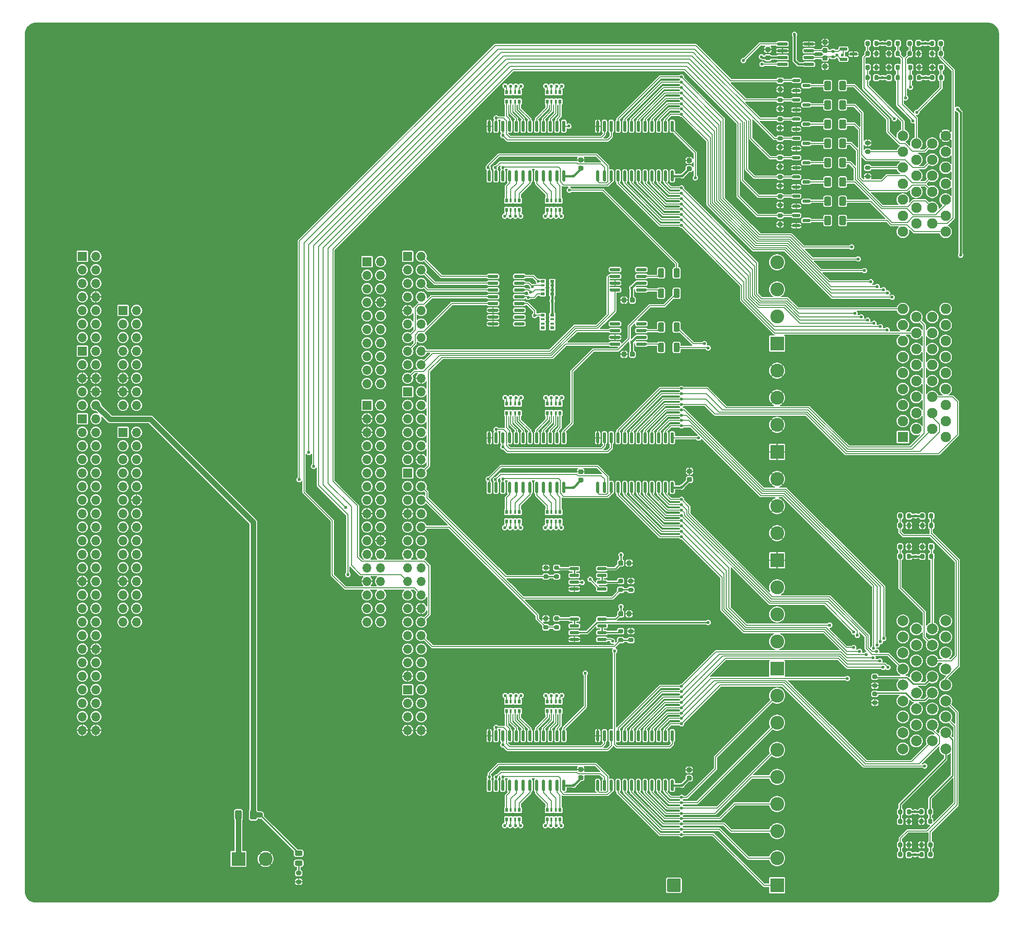
<source format=gtl>
G75*
G70*
%OFA0B0*%
%FSLAX25Y25*%
%IPPOS*%
%LPD*%
%AMOC8*
5,1,8,0,0,1.08239X$1,22.5*
%
%ADD10C,0.03150*%
%ADD11C,0.25197*%
%ADD12R,0.07677X0.07677*%
%ADD13C,0.07677*%
%ADD14R,0.06693X0.06693*%
%ADD15O,0.06693X0.06693*%
%ADD16R,0.10236X0.10236*%
%ADD17C,0.10236*%
%ADD18R,0.01969X0.03150*%
%ADD19R,0.01575X0.03150*%
%ADD20R,0.03150X0.01969*%
%ADD21R,0.03150X0.01575*%
%ADD22C,0.07874*%
%ADD23C,0.02362*%
%ADD24C,0.00984*%
%ADD25C,0.01575*%
%ADD26C,0.03937*%
%ADD27C,0.00787*%
X0000000Y0000000D02*
%LPD*%
G01*
D10*
X0309449Y0013780D03*
X0312216Y0020461D03*
X0312216Y0007098D03*
X0318898Y0023228D03*
D11*
X0318898Y0013780D03*
D10*
X0318898Y0004331D03*
X0325579Y0020461D03*
X0325579Y0007098D03*
X0328346Y0013780D03*
G36*
G01*
X0653642Y0060925D02*
X0653642Y0058760D01*
G75*
G02*
X0652854Y0057972I-000787J0000000D01*
G01*
X0651280Y0057972D01*
G75*
G02*
X0650492Y0058760I0000000J0000787D01*
G01*
X0650492Y0060925D01*
G75*
G02*
X0651280Y0061713I0000787J0000000D01*
G01*
X0652854Y0061713D01*
G75*
G02*
X0653642Y0060925I0000000J-000787D01*
G01*
G37*
G36*
G01*
X0647146Y0060925D02*
X0647146Y0058760D01*
G75*
G02*
X0646358Y0057972I-000787J0000000D01*
G01*
X0644783Y0057972D01*
G75*
G02*
X0643996Y0058760I0000000J0000787D01*
G01*
X0643996Y0060925D01*
G75*
G02*
X0644783Y0061713I0000787J0000000D01*
G01*
X0646358Y0061713D01*
G75*
G02*
X0647146Y0060925I0000000J-000787D01*
G01*
G37*
G36*
G01*
X0589665Y0600689D02*
X0589665Y0605610D01*
G75*
G02*
X0590650Y0606594I0000984J0000000D01*
G01*
X0593602Y0606594D01*
G75*
G02*
X0594587Y0605610I0000000J-000984D01*
G01*
X0594587Y0600689D01*
G75*
G02*
X0593602Y0599705I-000984J0000000D01*
G01*
X0590650Y0599705D01*
G75*
G02*
X0589665Y0600689I0000000J0000984D01*
G01*
G37*
G36*
G01*
X0600689Y0600689D02*
X0600689Y0605610D01*
G75*
G02*
X0601673Y0606594I0000984J0000000D01*
G01*
X0604626Y0606594D01*
G75*
G02*
X0605610Y0605610I0000000J-000984D01*
G01*
X0605610Y0600689D01*
G75*
G02*
X0604626Y0599705I-000984J0000000D01*
G01*
X0601673Y0599705D01*
G75*
G02*
X0600689Y0600689I0000000J0000984D01*
G01*
G37*
D12*
X0647638Y0343701D03*
D13*
X0647638Y0355512D03*
X0647638Y0367323D03*
X0647638Y0379134D03*
X0647638Y0390945D03*
X0647638Y0402756D03*
X0647638Y0414567D03*
X0647638Y0426378D03*
X0647638Y0438189D03*
X0657480Y0349606D03*
X0657480Y0361417D03*
X0657480Y0373228D03*
X0657480Y0385039D03*
X0657480Y0396850D03*
X0657480Y0408661D03*
X0657480Y0420472D03*
X0657480Y0432283D03*
X0669291Y0349606D03*
X0669291Y0361417D03*
X0669291Y0373228D03*
X0669291Y0385039D03*
X0669291Y0396850D03*
X0669291Y0408661D03*
X0669291Y0420472D03*
X0669291Y0432283D03*
X0679134Y0343701D03*
X0679134Y0355512D03*
X0679134Y0367323D03*
X0679134Y0379134D03*
X0679134Y0390945D03*
X0679134Y0402756D03*
X0679134Y0414567D03*
X0679134Y0426378D03*
X0679134Y0438189D03*
X0647638Y0495276D03*
X0647638Y0507087D03*
X0647638Y0518898D03*
X0647638Y0530709D03*
X0647638Y0542520D03*
X0647638Y0554331D03*
X0647638Y0566142D03*
X0657480Y0501181D03*
X0657480Y0512992D03*
X0657480Y0524803D03*
X0657480Y0536614D03*
X0657480Y0548425D03*
X0657480Y0560236D03*
X0669291Y0501181D03*
X0669291Y0512992D03*
X0669291Y0524803D03*
X0669291Y0536614D03*
X0669291Y0548425D03*
X0669291Y0560236D03*
X0679134Y0495276D03*
X0679134Y0507087D03*
X0679134Y0518898D03*
X0679134Y0530709D03*
X0679134Y0542520D03*
X0679134Y0554331D03*
X0679134Y0566142D03*
G36*
G01*
X0677362Y0617618D02*
X0677362Y0615453D01*
G75*
G02*
X0676575Y0614665I-000787J0000000D01*
G01*
X0675000Y0614665D01*
G75*
G02*
X0674213Y0615453I0000000J0000787D01*
G01*
X0674213Y0617618D01*
G75*
G02*
X0675000Y0618406I0000787J0000000D01*
G01*
X0676575Y0618406D01*
G75*
G02*
X0677362Y0617618I0000000J-000787D01*
G01*
G37*
G36*
G01*
X0670866Y0617618D02*
X0670866Y0615453D01*
G75*
G02*
X0670079Y0614665I-000787J0000000D01*
G01*
X0668504Y0614665D01*
G75*
G02*
X0667717Y0615453I0000000J0000787D01*
G01*
X0667717Y0617618D01*
G75*
G02*
X0668504Y0618406I0000787J0000000D01*
G01*
X0670079Y0618406D01*
G75*
G02*
X0670866Y0617618I0000000J-000787D01*
G01*
G37*
D14*
X0252323Y0473165D03*
D15*
X0262323Y0473165D03*
X0252323Y0463165D03*
X0262323Y0463165D03*
X0252323Y0453165D03*
X0262323Y0453165D03*
X0252323Y0443165D03*
X0262323Y0443165D03*
X0252323Y0433165D03*
X0262323Y0433165D03*
X0252323Y0423165D03*
X0262323Y0423165D03*
X0252323Y0413165D03*
X0262323Y0413165D03*
X0252323Y0403165D03*
X0262323Y0403165D03*
X0252323Y0393165D03*
X0262323Y0393165D03*
X0252323Y0383165D03*
X0262323Y0383165D03*
G36*
G01*
X0627953Y0158563D02*
X0625787Y0158563D01*
G75*
G02*
X0625000Y0159350I0000000J0000787D01*
G01*
X0625000Y0160925D01*
G75*
G02*
X0625787Y0161713I0000787J0000000D01*
G01*
X0627953Y0161713D01*
G75*
G02*
X0628740Y0160925I0000000J-000787D01*
G01*
X0628740Y0159350D01*
G75*
G02*
X0627953Y0158563I-000787J0000000D01*
G01*
G37*
G36*
G01*
X0627953Y0165059D02*
X0625787Y0165059D01*
G75*
G02*
X0625000Y0165846I0000000J0000787D01*
G01*
X0625000Y0167421D01*
G75*
G02*
X0625787Y0168209I0000787J0000000D01*
G01*
X0627953Y0168209D01*
G75*
G02*
X0628740Y0167421I0000000J-000787D01*
G01*
X0628740Y0165846D01*
G75*
G02*
X0627953Y0165059I-000787J0000000D01*
G01*
G37*
D14*
X0042323Y0357165D03*
D15*
X0052323Y0357165D03*
X0042323Y0347165D03*
X0052323Y0347165D03*
X0042323Y0337165D03*
X0052323Y0337165D03*
X0042323Y0327165D03*
X0052323Y0327165D03*
X0042323Y0317165D03*
X0052323Y0317165D03*
X0042323Y0307165D03*
X0052323Y0307165D03*
X0042323Y0297165D03*
X0052323Y0297165D03*
X0042323Y0287165D03*
X0052323Y0287165D03*
X0042323Y0277165D03*
X0052323Y0277165D03*
X0042323Y0267165D03*
X0052323Y0267165D03*
X0042323Y0257165D03*
X0052323Y0257165D03*
X0042323Y0247165D03*
X0052323Y0247165D03*
X0042323Y0237165D03*
X0052323Y0237165D03*
X0042323Y0227165D03*
X0052323Y0227165D03*
X0042323Y0217165D03*
X0052323Y0217165D03*
X0042323Y0207165D03*
X0052323Y0207165D03*
X0042323Y0197165D03*
X0052323Y0197165D03*
X0042323Y0187165D03*
X0052323Y0187165D03*
X0042323Y0177165D03*
X0052323Y0177165D03*
X0042323Y0167165D03*
X0052323Y0167165D03*
X0042323Y0157165D03*
X0052323Y0157165D03*
X0042323Y0147165D03*
X0052323Y0147165D03*
X0042323Y0137165D03*
X0052323Y0137165D03*
X0042323Y0127165D03*
X0052323Y0127165D03*
D16*
X0554823Y0252677D03*
D17*
X0554823Y0272677D03*
X0554823Y0292677D03*
X0554823Y0312677D03*
G36*
G01*
X0566093Y0577840D02*
X0566093Y0579021D01*
G75*
G02*
X0566683Y0579612I0000591J0000000D01*
G01*
X0571309Y0579612D01*
G75*
G02*
X0571900Y0579021I0000000J-000591D01*
G01*
X0571900Y0577840D01*
G75*
G02*
X0571309Y0577250I-000591J0000000D01*
G01*
X0566683Y0577250D01*
G75*
G02*
X0566093Y0577840I0000000J0000591D01*
G01*
G37*
G36*
G01*
X0573474Y0574100D02*
X0573474Y0575281D01*
G75*
G02*
X0574065Y0575872I0000591J0000000D01*
G01*
X0578691Y0575872D01*
G75*
G02*
X0579281Y0575281I0000000J-000591D01*
G01*
X0579281Y0574100D01*
G75*
G02*
X0578691Y0573510I-000591J0000000D01*
G01*
X0574065Y0573510D01*
G75*
G02*
X0573474Y0574100I0000000J0000591D01*
G01*
G37*
G36*
G01*
X0566093Y0570360D02*
X0566093Y0571541D01*
G75*
G02*
X0566683Y0572132I0000591J0000000D01*
G01*
X0571309Y0572132D01*
G75*
G02*
X0571900Y0571541I0000000J-000591D01*
G01*
X0571900Y0570360D01*
G75*
G02*
X0571309Y0569769I-000591J0000000D01*
G01*
X0566683Y0569769D01*
G75*
G02*
X0566093Y0570360I0000000J0000591D01*
G01*
G37*
G36*
G01*
X0203765Y0027067D02*
X0200172Y0027067D01*
G75*
G02*
X0199213Y0028027I0000000J0000960D01*
G01*
X0199213Y0029946D01*
G75*
G02*
X0200172Y0030906I0000960J0000000D01*
G01*
X0203765Y0030906D01*
G75*
G02*
X0204724Y0029946I0000000J-000960D01*
G01*
X0204724Y0028027D01*
G75*
G02*
X0203765Y0027067I-000960J0000000D01*
G01*
G37*
G36*
G01*
X0203765Y0034449D02*
X0200172Y0034449D01*
G75*
G02*
X0199213Y0035408I0000000J0000960D01*
G01*
X0199213Y0037328D01*
G75*
G02*
X0200172Y0038287I0000960J0000000D01*
G01*
X0203765Y0038287D01*
G75*
G02*
X0204724Y0037328I0000000J-000960D01*
G01*
X0204724Y0035408D01*
G75*
G02*
X0203765Y0034449I-000960J0000000D01*
G01*
G37*
G36*
G01*
X0653642Y0036516D02*
X0653642Y0034350D01*
G75*
G02*
X0652854Y0033563I-000787J0000000D01*
G01*
X0651280Y0033563D01*
G75*
G02*
X0650492Y0034350I0000000J0000787D01*
G01*
X0650492Y0036516D01*
G75*
G02*
X0651280Y0037303I0000787J0000000D01*
G01*
X0652854Y0037303D01*
G75*
G02*
X0653642Y0036516I0000000J-000787D01*
G01*
G37*
G36*
G01*
X0647146Y0036516D02*
X0647146Y0034350D01*
G75*
G02*
X0646358Y0033563I-000787J0000000D01*
G01*
X0644783Y0033563D01*
G75*
G02*
X0643996Y0034350I0000000J0000787D01*
G01*
X0643996Y0036516D01*
G75*
G02*
X0644783Y0037303I0000787J0000000D01*
G01*
X0646358Y0037303D01*
G75*
G02*
X0647146Y0036516I0000000J-000787D01*
G01*
G37*
G36*
G01*
X0635728Y0633169D02*
X0635728Y0635335D01*
G75*
G02*
X0636516Y0636122I0000787J0000000D01*
G01*
X0638091Y0636122D01*
G75*
G02*
X0638878Y0635335I0000000J-000787D01*
G01*
X0638878Y0633169D01*
G75*
G02*
X0638091Y0632382I-000787J0000000D01*
G01*
X0636516Y0632382D01*
G75*
G02*
X0635728Y0633169I0000000J0000787D01*
G01*
G37*
G36*
G01*
X0642224Y0633169D02*
X0642224Y0635335D01*
G75*
G02*
X0643012Y0636122I0000787J0000000D01*
G01*
X0644587Y0636122D01*
G75*
G02*
X0645374Y0635335I0000000J-000787D01*
G01*
X0645374Y0633169D01*
G75*
G02*
X0644587Y0632382I-000787J0000000D01*
G01*
X0643012Y0632382D01*
G75*
G02*
X0642224Y0633169I0000000J0000787D01*
G01*
G37*
G36*
G01*
X0589665Y0543771D02*
X0589665Y0548692D01*
G75*
G02*
X0590650Y0549677I0000984J0000000D01*
G01*
X0593602Y0549677D01*
G75*
G02*
X0594587Y0548692I0000000J-000984D01*
G01*
X0594587Y0543771D01*
G75*
G02*
X0593602Y0542787I-000984J0000000D01*
G01*
X0590650Y0542787D01*
G75*
G02*
X0589665Y0543771I0000000J0000984D01*
G01*
G37*
G36*
G01*
X0600689Y0543771D02*
X0600689Y0548692D01*
G75*
G02*
X0601673Y0549677I0000984J0000000D01*
G01*
X0604626Y0549677D01*
G75*
G02*
X0605610Y0548692I0000000J-000984D01*
G01*
X0605610Y0543771D01*
G75*
G02*
X0604626Y0542787I-000984J0000000D01*
G01*
X0601673Y0542787D01*
G75*
G02*
X0600689Y0543771I0000000J0000984D01*
G01*
G37*
G36*
G01*
X0547047Y0631594D02*
X0549016Y0631594D01*
G75*
G02*
X0549902Y0630709I0000000J-000886D01*
G01*
X0549902Y0628937D01*
G75*
G02*
X0549016Y0628051I-000886J0000000D01*
G01*
X0547047Y0628051D01*
G75*
G02*
X0546161Y0628937I0000000J0000886D01*
G01*
X0546161Y0630709D01*
G75*
G02*
X0547047Y0631594I0000886J0000000D01*
G01*
G37*
G36*
G01*
X0547047Y0625492D02*
X0549016Y0625492D01*
G75*
G02*
X0549902Y0624606I0000000J-000886D01*
G01*
X0549902Y0622835D01*
G75*
G02*
X0549016Y0621949I-000886J0000000D01*
G01*
X0547047Y0621949D01*
G75*
G02*
X0546161Y0622835I0000000J0000886D01*
G01*
X0546161Y0624606D01*
G75*
G02*
X0547047Y0625492I0000886J0000000D01*
G01*
G37*
D16*
X0157500Y0032146D03*
D17*
X0177500Y0032146D03*
G36*
G01*
X0482972Y0467264D02*
X0482972Y0462343D01*
G75*
G02*
X0481988Y0461358I-000984J0000000D01*
G01*
X0479528Y0461358D01*
G75*
G02*
X0478543Y0462343I0000000J0000984D01*
G01*
X0478543Y0467264D01*
G75*
G02*
X0479528Y0468248I0000984J0000000D01*
G01*
X0481988Y0468248D01*
G75*
G02*
X0482972Y0467264I0000000J-000984D01*
G01*
G37*
G36*
G01*
X0471457Y0467264D02*
X0471457Y0462343D01*
G75*
G02*
X0470472Y0461358I-000984J0000000D01*
G01*
X0468012Y0461358D01*
G75*
G02*
X0467028Y0462343I0000000J0000984D01*
G01*
X0467028Y0467264D01*
G75*
G02*
X0468012Y0468248I0000984J0000000D01*
G01*
X0470472Y0468248D01*
G75*
G02*
X0471457Y0467264I0000000J-000984D01*
G01*
G37*
D18*
X0355276Y0061260D03*
D19*
X0358425Y0061260D03*
X0361575Y0061260D03*
D18*
X0364724Y0061260D03*
X0364724Y0068346D03*
D19*
X0361575Y0068346D03*
X0358425Y0068346D03*
D18*
X0355276Y0068346D03*
G36*
G01*
X0449823Y0445787D02*
X0449823Y0443819D01*
G75*
G02*
X0448937Y0442933I-000886J0000000D01*
G01*
X0447165Y0442933D01*
G75*
G02*
X0446280Y0443819I0000000J0000886D01*
G01*
X0446280Y0445787D01*
G75*
G02*
X0447165Y0446673I0000886J0000000D01*
G01*
X0448937Y0446673D01*
G75*
G02*
X0449823Y0445787I0000000J-000886D01*
G01*
G37*
G36*
G01*
X0443720Y0445787D02*
X0443720Y0443819D01*
G75*
G02*
X0442835Y0442933I-000886J0000000D01*
G01*
X0441063Y0442933D01*
G75*
G02*
X0440177Y0443819I0000000J0000886D01*
G01*
X0440177Y0445787D01*
G75*
G02*
X0441063Y0446673I0000886J0000000D01*
G01*
X0442835Y0446673D01*
G75*
G02*
X0443720Y0445787I0000000J-000886D01*
G01*
G37*
X0364724Y0148346D03*
D19*
X0361575Y0148346D03*
X0358425Y0148346D03*
D18*
X0355276Y0148346D03*
X0355276Y0141260D03*
D19*
X0358425Y0141260D03*
X0361575Y0141260D03*
D18*
X0364724Y0141260D03*
G36*
G01*
X0482972Y0412264D02*
X0482972Y0407343D01*
G75*
G02*
X0481988Y0406358I-000984J0000000D01*
G01*
X0479528Y0406358D01*
G75*
G02*
X0478543Y0407343I0000000J0000984D01*
G01*
X0478543Y0412264D01*
G75*
G02*
X0479528Y0413248I0000984J0000000D01*
G01*
X0481988Y0413248D01*
G75*
G02*
X0482972Y0412264I0000000J-000984D01*
G01*
G37*
G36*
G01*
X0471457Y0412264D02*
X0471457Y0407343D01*
G75*
G02*
X0470472Y0406358I-000984J0000000D01*
G01*
X0468012Y0406358D01*
G75*
G02*
X0467028Y0407343I0000000J0000984D01*
G01*
X0467028Y0412264D01*
G75*
G02*
X0468012Y0413248I0000984J0000000D01*
G01*
X0470472Y0413248D01*
G75*
G02*
X0471457Y0412264I0000000J-000984D01*
G01*
G37*
G36*
G01*
X0670079Y0279429D02*
X0670079Y0277264D01*
G75*
G02*
X0669291Y0276476I-000787J0000000D01*
G01*
X0667717Y0276476D01*
G75*
G02*
X0666929Y0277264I0000000J0000787D01*
G01*
X0666929Y0279429D01*
G75*
G02*
X0667717Y0280217I0000787J0000000D01*
G01*
X0669291Y0280217D01*
G75*
G02*
X0670079Y0279429I0000000J-000787D01*
G01*
G37*
G36*
G01*
X0663583Y0279429D02*
X0663583Y0277264D01*
G75*
G02*
X0662795Y0276476I-000787J0000000D01*
G01*
X0661220Y0276476D01*
G75*
G02*
X0660433Y0277264I0000000J0000787D01*
G01*
X0660433Y0279429D01*
G75*
G02*
X0661220Y0280217I0000787J0000000D01*
G01*
X0662795Y0280217D01*
G75*
G02*
X0663583Y0279429I0000000J-000787D01*
G01*
G37*
D14*
X0072323Y0347165D03*
D15*
X0082323Y0347165D03*
X0072323Y0337165D03*
X0082323Y0337165D03*
X0072323Y0327165D03*
X0082323Y0327165D03*
X0072323Y0317165D03*
X0082323Y0317165D03*
X0072323Y0307165D03*
X0082323Y0307165D03*
X0072323Y0297165D03*
X0082323Y0297165D03*
X0072323Y0287165D03*
X0082323Y0287165D03*
X0072323Y0277165D03*
X0082323Y0277165D03*
X0072323Y0267165D03*
X0082323Y0267165D03*
X0072323Y0257165D03*
X0082323Y0257165D03*
X0072323Y0247165D03*
X0082323Y0247165D03*
X0072323Y0237165D03*
X0082323Y0237165D03*
X0072323Y0227165D03*
X0082323Y0227165D03*
X0072323Y0217165D03*
X0082323Y0217165D03*
X0072323Y0207165D03*
X0082323Y0207165D03*
G36*
G01*
X0401772Y0245886D02*
X0401772Y0247067D01*
G75*
G02*
X0402362Y0247657I0000591J0000000D01*
G01*
X0408071Y0247657D01*
G75*
G02*
X0408661Y0247067I0000000J-000591D01*
G01*
X0408661Y0245886D01*
G75*
G02*
X0408071Y0245295I-000591J0000000D01*
G01*
X0402362Y0245295D01*
G75*
G02*
X0401772Y0245886I0000000J0000591D01*
G01*
G37*
G36*
G01*
X0401772Y0240886D02*
X0401772Y0242067D01*
G75*
G02*
X0402362Y0242657I0000591J0000000D01*
G01*
X0408071Y0242657D01*
G75*
G02*
X0408661Y0242067I0000000J-000591D01*
G01*
X0408661Y0240886D01*
G75*
G02*
X0408071Y0240295I-000591J0000000D01*
G01*
X0402362Y0240295D01*
G75*
G02*
X0401772Y0240886I0000000J0000591D01*
G01*
G37*
G36*
G01*
X0401772Y0235886D02*
X0401772Y0237067D01*
G75*
G02*
X0402362Y0237657I0000591J0000000D01*
G01*
X0408071Y0237657D01*
G75*
G02*
X0408661Y0237067I0000000J-000591D01*
G01*
X0408661Y0235886D01*
G75*
G02*
X0408071Y0235295I-000591J0000000D01*
G01*
X0402362Y0235295D01*
G75*
G02*
X0401772Y0235886I0000000J0000591D01*
G01*
G37*
G36*
G01*
X0401772Y0230886D02*
X0401772Y0232067D01*
G75*
G02*
X0402362Y0232657I0000591J0000000D01*
G01*
X0408071Y0232657D01*
G75*
G02*
X0408661Y0232067I0000000J-000591D01*
G01*
X0408661Y0230886D01*
G75*
G02*
X0408071Y0230295I-000591J0000000D01*
G01*
X0402362Y0230295D01*
G75*
G02*
X0401772Y0230886I0000000J0000591D01*
G01*
G37*
G36*
G01*
X0422047Y0230886D02*
X0422047Y0232067D01*
G75*
G02*
X0422638Y0232657I0000591J0000000D01*
G01*
X0428346Y0232657D01*
G75*
G02*
X0428937Y0232067I0000000J-000591D01*
G01*
X0428937Y0230886D01*
G75*
G02*
X0428346Y0230295I-000591J0000000D01*
G01*
X0422638Y0230295D01*
G75*
G02*
X0422047Y0230886I0000000J0000591D01*
G01*
G37*
G36*
G01*
X0422047Y0235886D02*
X0422047Y0237067D01*
G75*
G02*
X0422638Y0237657I0000591J0000000D01*
G01*
X0428346Y0237657D01*
G75*
G02*
X0428937Y0237067I0000000J-000591D01*
G01*
X0428937Y0235886D01*
G75*
G02*
X0428346Y0235295I-000591J0000000D01*
G01*
X0422638Y0235295D01*
G75*
G02*
X0422047Y0235886I0000000J0000591D01*
G01*
G37*
G36*
G01*
X0422047Y0240886D02*
X0422047Y0242067D01*
G75*
G02*
X0422638Y0242657I0000591J0000000D01*
G01*
X0428346Y0242657D01*
G75*
G02*
X0428937Y0242067I0000000J-000591D01*
G01*
X0428937Y0240886D01*
G75*
G02*
X0428346Y0240295I-000591J0000000D01*
G01*
X0422638Y0240295D01*
G75*
G02*
X0422047Y0240886I0000000J0000591D01*
G01*
G37*
G36*
G01*
X0422047Y0245886D02*
X0422047Y0247067D01*
G75*
G02*
X0422638Y0247657I0000591J0000000D01*
G01*
X0428346Y0247657D01*
G75*
G02*
X0428937Y0247067I0000000J-000591D01*
G01*
X0428937Y0245886D01*
G75*
G02*
X0428346Y0245295I-000591J0000000D01*
G01*
X0422638Y0245295D01*
G75*
G02*
X0422047Y0245886I0000000J0000591D01*
G01*
G37*
G36*
G01*
X0600886Y0629528D02*
X0600886Y0630709D01*
G75*
G02*
X0601476Y0631299I0000591J0000000D01*
G01*
X0606102Y0631299D01*
G75*
G02*
X0606693Y0630709I0000000J-000591D01*
G01*
X0606693Y0629528D01*
G75*
G02*
X0606102Y0628937I-000591J0000000D01*
G01*
X0601476Y0628937D01*
G75*
G02*
X0600886Y0629528I0000000J0000591D01*
G01*
G37*
G36*
G01*
X0600886Y0622047D02*
X0600886Y0623228D01*
G75*
G02*
X0601476Y0623819I0000591J0000000D01*
G01*
X0606102Y0623819D01*
G75*
G02*
X0606693Y0623228I0000000J-000591D01*
G01*
X0606693Y0622047D01*
G75*
G02*
X0606102Y0621457I-000591J0000000D01*
G01*
X0601476Y0621457D01*
G75*
G02*
X0600886Y0622047I0000000J0000591D01*
G01*
G37*
G36*
G01*
X0608268Y0625787D02*
X0608268Y0626969D01*
G75*
G02*
X0608858Y0627559I0000591J0000000D01*
G01*
X0613484Y0627559D01*
G75*
G02*
X0614075Y0626969I0000000J-000591D01*
G01*
X0614075Y0625787D01*
G75*
G02*
X0613484Y0625197I-000591J0000000D01*
G01*
X0608858Y0625197D01*
G75*
G02*
X0608268Y0625787I0000000J0000591D01*
G01*
G37*
D14*
X0282323Y0317087D03*
D15*
X0292323Y0317087D03*
X0282323Y0307087D03*
X0292323Y0307087D03*
X0282323Y0297087D03*
X0292323Y0297087D03*
X0282323Y0287087D03*
X0292323Y0287087D03*
X0282323Y0277087D03*
X0292323Y0277087D03*
X0282323Y0267087D03*
X0292323Y0267087D03*
X0282323Y0257087D03*
X0292323Y0257087D03*
X0282323Y0247087D03*
X0292323Y0247087D03*
X0282323Y0237087D03*
X0292323Y0237087D03*
X0282323Y0227087D03*
X0292323Y0227087D03*
X0282323Y0217087D03*
X0292323Y0217087D03*
X0282323Y0207087D03*
X0292323Y0207087D03*
X0282323Y0197087D03*
X0292323Y0197087D03*
X0282323Y0187087D03*
X0292323Y0187087D03*
X0282323Y0177087D03*
X0292323Y0177087D03*
X0282323Y0167087D03*
X0292323Y0167087D03*
G36*
G01*
X0401850Y0208642D02*
X0401850Y0209823D01*
G75*
G02*
X0402441Y0210413I0000591J0000000D01*
G01*
X0408150Y0210413D01*
G75*
G02*
X0408740Y0209823I0000000J-000591D01*
G01*
X0408740Y0208642D01*
G75*
G02*
X0408150Y0208051I-000591J0000000D01*
G01*
X0402441Y0208051D01*
G75*
G02*
X0401850Y0208642I0000000J0000591D01*
G01*
G37*
G36*
G01*
X0401850Y0203642D02*
X0401850Y0204823D01*
G75*
G02*
X0402441Y0205413I0000591J0000000D01*
G01*
X0408150Y0205413D01*
G75*
G02*
X0408740Y0204823I0000000J-000591D01*
G01*
X0408740Y0203642D01*
G75*
G02*
X0408150Y0203051I-000591J0000000D01*
G01*
X0402441Y0203051D01*
G75*
G02*
X0401850Y0203642I0000000J0000591D01*
G01*
G37*
G36*
G01*
X0401850Y0198642D02*
X0401850Y0199823D01*
G75*
G02*
X0402441Y0200413I0000591J0000000D01*
G01*
X0408150Y0200413D01*
G75*
G02*
X0408740Y0199823I0000000J-000591D01*
G01*
X0408740Y0198642D01*
G75*
G02*
X0408150Y0198051I-000591J0000000D01*
G01*
X0402441Y0198051D01*
G75*
G02*
X0401850Y0198642I0000000J0000591D01*
G01*
G37*
G36*
G01*
X0401850Y0193642D02*
X0401850Y0194823D01*
G75*
G02*
X0402441Y0195413I0000591J0000000D01*
G01*
X0408150Y0195413D01*
G75*
G02*
X0408740Y0194823I0000000J-000591D01*
G01*
X0408740Y0193642D01*
G75*
G02*
X0408150Y0193051I-000591J0000000D01*
G01*
X0402441Y0193051D01*
G75*
G02*
X0401850Y0193642I0000000J0000591D01*
G01*
G37*
G36*
G01*
X0422126Y0193642D02*
X0422126Y0194823D01*
G75*
G02*
X0422717Y0195413I0000591J0000000D01*
G01*
X0428425Y0195413D01*
G75*
G02*
X0429016Y0194823I0000000J-000591D01*
G01*
X0429016Y0193642D01*
G75*
G02*
X0428425Y0193051I-000591J0000000D01*
G01*
X0422717Y0193051D01*
G75*
G02*
X0422126Y0193642I0000000J0000591D01*
G01*
G37*
G36*
G01*
X0422126Y0198642D02*
X0422126Y0199823D01*
G75*
G02*
X0422717Y0200413I0000591J0000000D01*
G01*
X0428425Y0200413D01*
G75*
G02*
X0429016Y0199823I0000000J-000591D01*
G01*
X0429016Y0198642D01*
G75*
G02*
X0428425Y0198051I-000591J0000000D01*
G01*
X0422717Y0198051D01*
G75*
G02*
X0422126Y0198642I0000000J0000591D01*
G01*
G37*
G36*
G01*
X0422126Y0203642D02*
X0422126Y0204823D01*
G75*
G02*
X0422717Y0205413I0000591J0000000D01*
G01*
X0428425Y0205413D01*
G75*
G02*
X0429016Y0204823I0000000J-000591D01*
G01*
X0429016Y0203642D01*
G75*
G02*
X0428425Y0203051I-000591J0000000D01*
G01*
X0422717Y0203051D01*
G75*
G02*
X0422126Y0203642I0000000J0000591D01*
G01*
G37*
G36*
G01*
X0422126Y0208642D02*
X0422126Y0209823D01*
G75*
G02*
X0422717Y0210413I0000591J0000000D01*
G01*
X0428425Y0210413D01*
G75*
G02*
X0429016Y0209823I0000000J-000591D01*
G01*
X0429016Y0208642D01*
G75*
G02*
X0428425Y0208051I-000591J0000000D01*
G01*
X0422717Y0208051D01*
G75*
G02*
X0422126Y0208642I0000000J0000591D01*
G01*
G37*
G36*
G01*
X0170965Y0067106D02*
X0170965Y0062185D01*
G75*
G02*
X0169980Y0061201I-000984J0000000D01*
G01*
X0167028Y0061201D01*
G75*
G02*
X0166043Y0062185I0000000J0000984D01*
G01*
X0166043Y0067106D01*
G75*
G02*
X0167028Y0068091I0000984J0000000D01*
G01*
X0169980Y0068091D01*
G75*
G02*
X0170965Y0067106I0000000J-000984D01*
G01*
G37*
G36*
G01*
X0159941Y0067106D02*
X0159941Y0062185D01*
G75*
G02*
X0158957Y0061201I-000984J0000000D01*
G01*
X0156004Y0061201D01*
G75*
G02*
X0155020Y0062185I0000000J0000984D01*
G01*
X0155020Y0067106D01*
G75*
G02*
X0156004Y0068091I0000984J0000000D01*
G01*
X0158957Y0068091D01*
G75*
G02*
X0159941Y0067106I0000000J-000984D01*
G01*
G37*
G36*
G01*
X0383248Y0248681D02*
X0385413Y0248681D01*
G75*
G02*
X0386201Y0247894I0000000J-000787D01*
G01*
X0386201Y0246319D01*
G75*
G02*
X0385413Y0245531I-000787J0000000D01*
G01*
X0383248Y0245531D01*
G75*
G02*
X0382461Y0246319I0000000J0000787D01*
G01*
X0382461Y0247894D01*
G75*
G02*
X0383248Y0248681I0000787J0000000D01*
G01*
G37*
G36*
G01*
X0383248Y0242185D02*
X0385413Y0242185D01*
G75*
G02*
X0386201Y0241398I0000000J-000787D01*
G01*
X0386201Y0239823D01*
G75*
G02*
X0385413Y0239035I-000787J0000000D01*
G01*
X0383248Y0239035D01*
G75*
G02*
X0382461Y0239823I0000000J0000787D01*
G01*
X0382461Y0241398D01*
G75*
G02*
X0383248Y0242185I0000787J0000000D01*
G01*
G37*
G36*
G01*
X0619980Y0625689D02*
X0619980Y0627854D01*
G75*
G02*
X0620768Y0628642I0000787J0000000D01*
G01*
X0622343Y0628642D01*
G75*
G02*
X0623130Y0627854I0000000J-000787D01*
G01*
X0623130Y0625689D01*
G75*
G02*
X0622343Y0624902I-000787J0000000D01*
G01*
X0620768Y0624902D01*
G75*
G02*
X0619980Y0625689I0000000J0000787D01*
G01*
G37*
G36*
G01*
X0626476Y0625689D02*
X0626476Y0627854D01*
G75*
G02*
X0627264Y0628642I0000787J0000000D01*
G01*
X0628839Y0628642D01*
G75*
G02*
X0629626Y0627854I0000000J-000787D01*
G01*
X0629626Y0625689D01*
G75*
G02*
X0628839Y0624902I-000787J0000000D01*
G01*
X0627264Y0624902D01*
G75*
G02*
X0626476Y0625689I0000000J0000787D01*
G01*
G37*
G36*
G01*
X0660433Y0254429D02*
X0660433Y0256594D01*
G75*
G02*
X0661220Y0257382I0000787J0000000D01*
G01*
X0662795Y0257382D01*
G75*
G02*
X0663583Y0256594I0000000J-000787D01*
G01*
X0663583Y0254429D01*
G75*
G02*
X0662795Y0253642I-000787J0000000D01*
G01*
X0661220Y0253642D01*
G75*
G02*
X0660433Y0254429I0000000J0000787D01*
G01*
G37*
G36*
G01*
X0666929Y0254429D02*
X0666929Y0256594D01*
G75*
G02*
X0667717Y0257382I0000787J0000000D01*
G01*
X0669291Y0257382D01*
G75*
G02*
X0670079Y0256594I0000000J-000787D01*
G01*
X0670079Y0254429D01*
G75*
G02*
X0669291Y0253642I-000787J0000000D01*
G01*
X0667717Y0253642D01*
G75*
G02*
X0666929Y0254429I0000000J0000787D01*
G01*
G37*
G36*
G01*
X0566093Y0563611D02*
X0566093Y0564792D01*
G75*
G02*
X0566683Y0565382I0000591J0000000D01*
G01*
X0571309Y0565382D01*
G75*
G02*
X0571900Y0564792I0000000J-000591D01*
G01*
X0571900Y0563611D01*
G75*
G02*
X0571309Y0563020I-000591J0000000D01*
G01*
X0566683Y0563020D01*
G75*
G02*
X0566093Y0563611I0000000J0000591D01*
G01*
G37*
G36*
G01*
X0573474Y0559871D02*
X0573474Y0561052D01*
G75*
G02*
X0574065Y0561642I0000591J0000000D01*
G01*
X0578691Y0561642D01*
G75*
G02*
X0579281Y0561052I0000000J-000591D01*
G01*
X0579281Y0559871D01*
G75*
G02*
X0578691Y0559280I-000591J0000000D01*
G01*
X0574065Y0559280D01*
G75*
G02*
X0573474Y0559871I0000000J0000591D01*
G01*
G37*
G36*
G01*
X0566093Y0556130D02*
X0566093Y0557312D01*
G75*
G02*
X0566683Y0557902I0000591J0000000D01*
G01*
X0571309Y0557902D01*
G75*
G02*
X0571900Y0557312I0000000J-000591D01*
G01*
X0571900Y0556130D01*
G75*
G02*
X0571309Y0555540I-000591J0000000D01*
G01*
X0566683Y0555540D01*
G75*
G02*
X0566093Y0556130I0000000J0000591D01*
G01*
G37*
D10*
X0311417Y0324803D03*
X0314185Y0331484D03*
X0314185Y0318122D03*
X0320866Y0334252D03*
D11*
X0320866Y0324803D03*
D10*
X0320866Y0315354D03*
X0327547Y0331484D03*
X0327547Y0318122D03*
X0330315Y0324803D03*
D14*
X0072323Y0437165D03*
D15*
X0082323Y0437165D03*
X0072323Y0427165D03*
X0082323Y0427165D03*
X0072323Y0417165D03*
X0082323Y0417165D03*
X0072323Y0407165D03*
X0082323Y0407165D03*
X0072323Y0397165D03*
X0082323Y0397165D03*
X0072323Y0387165D03*
X0082323Y0387165D03*
X0072323Y0377165D03*
X0082323Y0377165D03*
X0072323Y0367165D03*
X0082323Y0367165D03*
G36*
G01*
X0659646Y0065945D02*
X0659646Y0068110D01*
G75*
G02*
X0660433Y0068898I0000787J0000000D01*
G01*
X0662008Y0068898D01*
G75*
G02*
X0662795Y0068110I0000000J-000787D01*
G01*
X0662795Y0065945D01*
G75*
G02*
X0662008Y0065157I-000787J0000000D01*
G01*
X0660433Y0065157D01*
G75*
G02*
X0659646Y0065945I0000000J0000787D01*
G01*
G37*
G36*
G01*
X0666142Y0065945D02*
X0666142Y0068110D01*
G75*
G02*
X0666929Y0068898I0000787J0000000D01*
G01*
X0668504Y0068898D01*
G75*
G02*
X0669291Y0068110I0000000J-000787D01*
G01*
X0669291Y0065945D01*
G75*
G02*
X0668504Y0065157I-000787J0000000D01*
G01*
X0666929Y0065157D01*
G75*
G02*
X0666142Y0065945I0000000J0000787D01*
G01*
G37*
G36*
G01*
X0558169Y0541803D02*
X0556004Y0541803D01*
G75*
G02*
X0555217Y0542590I0000000J0000787D01*
G01*
X0555217Y0544165D01*
G75*
G02*
X0556004Y0544952I0000787J0000000D01*
G01*
X0558169Y0544952D01*
G75*
G02*
X0558957Y0544165I0000000J-000787D01*
G01*
X0558957Y0542590D01*
G75*
G02*
X0558169Y0541803I-000787J0000000D01*
G01*
G37*
G36*
G01*
X0558169Y0548299D02*
X0556004Y0548299D01*
G75*
G02*
X0555217Y0549086I0000000J0000787D01*
G01*
X0555217Y0550661D01*
G75*
G02*
X0556004Y0551448I0000787J0000000D01*
G01*
X0558169Y0551448D01*
G75*
G02*
X0558957Y0550661I0000000J-000787D01*
G01*
X0558957Y0549086D01*
G75*
G02*
X0558169Y0548299I-000787J0000000D01*
G01*
G37*
D16*
X0554823Y0332677D03*
D17*
X0554823Y0352677D03*
X0554823Y0372677D03*
X0554823Y0392677D03*
G36*
G01*
X0449823Y0405787D02*
X0449823Y0403819D01*
G75*
G02*
X0448937Y0402933I-000886J0000000D01*
G01*
X0447165Y0402933D01*
G75*
G02*
X0446280Y0403819I0000000J0000886D01*
G01*
X0446280Y0405787D01*
G75*
G02*
X0447165Y0406673I0000886J0000000D01*
G01*
X0448937Y0406673D01*
G75*
G02*
X0449823Y0405787I0000000J-000886D01*
G01*
G37*
G36*
G01*
X0443720Y0405787D02*
X0443720Y0403819D01*
G75*
G02*
X0442835Y0402933I-000886J0000000D01*
G01*
X0441063Y0402933D01*
G75*
G02*
X0440177Y0403819I0000000J0000886D01*
G01*
X0440177Y0405787D01*
G75*
G02*
X0441063Y0406673I0000886J0000000D01*
G01*
X0442835Y0406673D01*
G75*
G02*
X0443720Y0405787I0000000J-000886D01*
G01*
G37*
D16*
X0554823Y0412677D03*
D17*
X0554823Y0432677D03*
X0554823Y0452677D03*
X0554823Y0472677D03*
G36*
G01*
X0619980Y0615453D02*
X0619980Y0617618D01*
G75*
G02*
X0620768Y0618406I0000787J0000000D01*
G01*
X0622343Y0618406D01*
G75*
G02*
X0623130Y0617618I0000000J-000787D01*
G01*
X0623130Y0615453D01*
G75*
G02*
X0622343Y0614665I-000787J0000000D01*
G01*
X0620768Y0614665D01*
G75*
G02*
X0619980Y0615453I0000000J0000787D01*
G01*
G37*
G36*
G01*
X0626476Y0615453D02*
X0626476Y0617618D01*
G75*
G02*
X0627264Y0618406I0000787J0000000D01*
G01*
X0628839Y0618406D01*
G75*
G02*
X0629626Y0617618I0000000J-000787D01*
G01*
X0629626Y0615453D01*
G75*
G02*
X0628839Y0614665I-000787J0000000D01*
G01*
X0627264Y0614665D01*
G75*
G02*
X0626476Y0615453I0000000J0000787D01*
G01*
G37*
G36*
G01*
X0489016Y0549626D02*
X0490984Y0549626D01*
G75*
G02*
X0491870Y0548740I0000000J-000886D01*
G01*
X0491870Y0546969D01*
G75*
G02*
X0490984Y0546083I-000886J0000000D01*
G01*
X0489016Y0546083D01*
G75*
G02*
X0488130Y0546969I0000000J0000886D01*
G01*
X0488130Y0548740D01*
G75*
G02*
X0489016Y0549626I0000886J0000000D01*
G01*
G37*
G36*
G01*
X0489016Y0543524D02*
X0490984Y0543524D01*
G75*
G02*
X0491870Y0542638I0000000J-000886D01*
G01*
X0491870Y0540866D01*
G75*
G02*
X0490984Y0539980I-000886J0000000D01*
G01*
X0489016Y0539980D01*
G75*
G02*
X0488130Y0540866I0000000J0000886D01*
G01*
X0488130Y0542638D01*
G75*
G02*
X0489016Y0543524I0000886J0000000D01*
G01*
G37*
G36*
G01*
X0554921Y0633287D02*
X0554921Y0634469D01*
G75*
G02*
X0555512Y0635059I0000591J0000000D01*
G01*
X0562008Y0635059D01*
G75*
G02*
X0562598Y0634469I0000000J-000591D01*
G01*
X0562598Y0633287D01*
G75*
G02*
X0562008Y0632697I-000591J0000000D01*
G01*
X0555512Y0632697D01*
G75*
G02*
X0554921Y0633287I0000000J0000591D01*
G01*
G37*
G36*
G01*
X0554921Y0628287D02*
X0554921Y0629469D01*
G75*
G02*
X0555512Y0630059I0000591J0000000D01*
G01*
X0562008Y0630059D01*
G75*
G02*
X0562598Y0629469I0000000J-000591D01*
G01*
X0562598Y0628287D01*
G75*
G02*
X0562008Y0627697I-000591J0000000D01*
G01*
X0555512Y0627697D01*
G75*
G02*
X0554921Y0628287I0000000J0000591D01*
G01*
G37*
G36*
G01*
X0554921Y0623287D02*
X0554921Y0624469D01*
G75*
G02*
X0555512Y0625059I0000591J0000000D01*
G01*
X0562008Y0625059D01*
G75*
G02*
X0562598Y0624469I0000000J-000591D01*
G01*
X0562598Y0623287D01*
G75*
G02*
X0562008Y0622697I-000591J0000000D01*
G01*
X0555512Y0622697D01*
G75*
G02*
X0554921Y0623287I0000000J0000591D01*
G01*
G37*
G36*
G01*
X0554921Y0618287D02*
X0554921Y0619469D01*
G75*
G02*
X0555512Y0620059I0000591J0000000D01*
G01*
X0562008Y0620059D01*
G75*
G02*
X0562598Y0619469I0000000J-000591D01*
G01*
X0562598Y0618287D01*
G75*
G02*
X0562008Y0617697I-000591J0000000D01*
G01*
X0555512Y0617697D01*
G75*
G02*
X0554921Y0618287I0000000J0000591D01*
G01*
G37*
G36*
G01*
X0574409Y0618287D02*
X0574409Y0619469D01*
G75*
G02*
X0575000Y0620059I0000591J0000000D01*
G01*
X0581496Y0620059D01*
G75*
G02*
X0582087Y0619469I0000000J-000591D01*
G01*
X0582087Y0618287D01*
G75*
G02*
X0581496Y0617697I-000591J0000000D01*
G01*
X0575000Y0617697D01*
G75*
G02*
X0574409Y0618287I0000000J0000591D01*
G01*
G37*
G36*
G01*
X0574409Y0623287D02*
X0574409Y0624469D01*
G75*
G02*
X0575000Y0625059I0000591J0000000D01*
G01*
X0581496Y0625059D01*
G75*
G02*
X0582087Y0624469I0000000J-000591D01*
G01*
X0582087Y0623287D01*
G75*
G02*
X0581496Y0622697I-000591J0000000D01*
G01*
X0575000Y0622697D01*
G75*
G02*
X0574409Y0623287I0000000J0000591D01*
G01*
G37*
G36*
G01*
X0574409Y0628287D02*
X0574409Y0629469D01*
G75*
G02*
X0575000Y0630059I0000591J0000000D01*
G01*
X0581496Y0630059D01*
G75*
G02*
X0582087Y0629469I0000000J-000591D01*
G01*
X0582087Y0628287D01*
G75*
G02*
X0581496Y0627697I-000591J0000000D01*
G01*
X0575000Y0627697D01*
G75*
G02*
X0574409Y0628287I0000000J0000591D01*
G01*
G37*
G36*
G01*
X0574409Y0633287D02*
X0574409Y0634469D01*
G75*
G02*
X0575000Y0635059I0000591J0000000D01*
G01*
X0581496Y0635059D01*
G75*
G02*
X0582087Y0634469I0000000J-000591D01*
G01*
X0582087Y0633287D01*
G75*
G02*
X0581496Y0632697I-000591J0000000D01*
G01*
X0575000Y0632697D01*
G75*
G02*
X0574409Y0633287I0000000J0000591D01*
G01*
G37*
D16*
X0554823Y0012677D03*
D17*
X0554823Y0032677D03*
X0554823Y0052677D03*
X0554823Y0072677D03*
X0554823Y0092677D03*
X0554823Y0112677D03*
X0554823Y0132677D03*
X0554823Y0152677D03*
G36*
G01*
X0445846Y0238937D02*
X0448012Y0238937D01*
G75*
G02*
X0448799Y0238150I0000000J-000787D01*
G01*
X0448799Y0236575D01*
G75*
G02*
X0448012Y0235787I-000787J0000000D01*
G01*
X0445846Y0235787D01*
G75*
G02*
X0445059Y0236575I0000000J0000787D01*
G01*
X0445059Y0238150D01*
G75*
G02*
X0445846Y0238937I0000787J0000000D01*
G01*
G37*
G36*
G01*
X0445846Y0232441D02*
X0448012Y0232441D01*
G75*
G02*
X0448799Y0231654I0000000J-000787D01*
G01*
X0448799Y0230079D01*
G75*
G02*
X0448012Y0229291I-000787J0000000D01*
G01*
X0445846Y0229291D01*
G75*
G02*
X0445059Y0230079I0000000J0000787D01*
G01*
X0445059Y0231654D01*
G75*
G02*
X0445846Y0232441I0000787J0000000D01*
G01*
G37*
G36*
G01*
X0627953Y0145965D02*
X0625787Y0145965D01*
G75*
G02*
X0625000Y0146752I0000000J0000787D01*
G01*
X0625000Y0148327D01*
G75*
G02*
X0625787Y0149114I0000787J0000000D01*
G01*
X0627953Y0149114D01*
G75*
G02*
X0628740Y0148327I0000000J-000787D01*
G01*
X0628740Y0146752D01*
G75*
G02*
X0627953Y0145965I-000787J0000000D01*
G01*
G37*
G36*
G01*
X0627953Y0152461D02*
X0625787Y0152461D01*
G75*
G02*
X0625000Y0153248I0000000J0000787D01*
G01*
X0625000Y0154823D01*
G75*
G02*
X0625787Y0155610I0000787J0000000D01*
G01*
X0627953Y0155610D01*
G75*
G02*
X0628740Y0154823I0000000J-000787D01*
G01*
X0628740Y0153248D01*
G75*
G02*
X0627953Y0152461I-000787J0000000D01*
G01*
G37*
D10*
X0694938Y0013780D03*
X0697705Y0020461D03*
X0697705Y0007098D03*
X0704387Y0023228D03*
D11*
X0704387Y0013780D03*
D10*
X0704387Y0004331D03*
X0711068Y0020461D03*
X0711068Y0007098D03*
X0713835Y0013780D03*
G36*
G01*
X0476909Y0577146D02*
X0478091Y0577146D01*
G75*
G02*
X0478681Y0576555I0000000J-000591D01*
G01*
X0478681Y0569665D01*
G75*
G02*
X0478091Y0569075I-000591J0000000D01*
G01*
X0476909Y0569075D01*
G75*
G02*
X0476319Y0569665I0000000J0000591D01*
G01*
X0476319Y0576555D01*
G75*
G02*
X0476909Y0577146I0000591J0000000D01*
G01*
G37*
G36*
G01*
X0471909Y0577146D02*
X0473091Y0577146D01*
G75*
G02*
X0473681Y0576555I0000000J-000591D01*
G01*
X0473681Y0569665D01*
G75*
G02*
X0473091Y0569075I-000591J0000000D01*
G01*
X0471909Y0569075D01*
G75*
G02*
X0471319Y0569665I0000000J0000591D01*
G01*
X0471319Y0576555D01*
G75*
G02*
X0471909Y0577146I0000591J0000000D01*
G01*
G37*
G36*
G01*
X0466909Y0577146D02*
X0468091Y0577146D01*
G75*
G02*
X0468681Y0576555I0000000J-000591D01*
G01*
X0468681Y0569665D01*
G75*
G02*
X0468091Y0569075I-000591J0000000D01*
G01*
X0466909Y0569075D01*
G75*
G02*
X0466319Y0569665I0000000J0000591D01*
G01*
X0466319Y0576555D01*
G75*
G02*
X0466909Y0577146I0000591J0000000D01*
G01*
G37*
G36*
G01*
X0461909Y0577146D02*
X0463091Y0577146D01*
G75*
G02*
X0463681Y0576555I0000000J-000591D01*
G01*
X0463681Y0569665D01*
G75*
G02*
X0463091Y0569075I-000591J0000000D01*
G01*
X0461909Y0569075D01*
G75*
G02*
X0461319Y0569665I0000000J0000591D01*
G01*
X0461319Y0576555D01*
G75*
G02*
X0461909Y0577146I0000591J0000000D01*
G01*
G37*
G36*
G01*
X0456909Y0577146D02*
X0458091Y0577146D01*
G75*
G02*
X0458681Y0576555I0000000J-000591D01*
G01*
X0458681Y0569665D01*
G75*
G02*
X0458091Y0569075I-000591J0000000D01*
G01*
X0456909Y0569075D01*
G75*
G02*
X0456319Y0569665I0000000J0000591D01*
G01*
X0456319Y0576555D01*
G75*
G02*
X0456909Y0577146I0000591J0000000D01*
G01*
G37*
G36*
G01*
X0451909Y0577146D02*
X0453091Y0577146D01*
G75*
G02*
X0453681Y0576555I0000000J-000591D01*
G01*
X0453681Y0569665D01*
G75*
G02*
X0453091Y0569075I-000591J0000000D01*
G01*
X0451909Y0569075D01*
G75*
G02*
X0451319Y0569665I0000000J0000591D01*
G01*
X0451319Y0576555D01*
G75*
G02*
X0451909Y0577146I0000591J0000000D01*
G01*
G37*
G36*
G01*
X0446909Y0577146D02*
X0448091Y0577146D01*
G75*
G02*
X0448681Y0576555I0000000J-000591D01*
G01*
X0448681Y0569665D01*
G75*
G02*
X0448091Y0569075I-000591J0000000D01*
G01*
X0446909Y0569075D01*
G75*
G02*
X0446319Y0569665I0000000J0000591D01*
G01*
X0446319Y0576555D01*
G75*
G02*
X0446909Y0577146I0000591J0000000D01*
G01*
G37*
G36*
G01*
X0441909Y0577146D02*
X0443091Y0577146D01*
G75*
G02*
X0443681Y0576555I0000000J-000591D01*
G01*
X0443681Y0569665D01*
G75*
G02*
X0443091Y0569075I-000591J0000000D01*
G01*
X0441909Y0569075D01*
G75*
G02*
X0441319Y0569665I0000000J0000591D01*
G01*
X0441319Y0576555D01*
G75*
G02*
X0441909Y0577146I0000591J0000000D01*
G01*
G37*
G36*
G01*
X0436909Y0577146D02*
X0438091Y0577146D01*
G75*
G02*
X0438681Y0576555I0000000J-000591D01*
G01*
X0438681Y0569665D01*
G75*
G02*
X0438091Y0569075I-000591J0000000D01*
G01*
X0436909Y0569075D01*
G75*
G02*
X0436319Y0569665I0000000J0000591D01*
G01*
X0436319Y0576555D01*
G75*
G02*
X0436909Y0577146I0000591J0000000D01*
G01*
G37*
G36*
G01*
X0431909Y0577146D02*
X0433091Y0577146D01*
G75*
G02*
X0433681Y0576555I0000000J-000591D01*
G01*
X0433681Y0569665D01*
G75*
G02*
X0433091Y0569075I-000591J0000000D01*
G01*
X0431909Y0569075D01*
G75*
G02*
X0431319Y0569665I0000000J0000591D01*
G01*
X0431319Y0576555D01*
G75*
G02*
X0431909Y0577146I0000591J0000000D01*
G01*
G37*
G36*
G01*
X0426909Y0577146D02*
X0428091Y0577146D01*
G75*
G02*
X0428681Y0576555I0000000J-000591D01*
G01*
X0428681Y0569665D01*
G75*
G02*
X0428091Y0569075I-000591J0000000D01*
G01*
X0426909Y0569075D01*
G75*
G02*
X0426319Y0569665I0000000J0000591D01*
G01*
X0426319Y0576555D01*
G75*
G02*
X0426909Y0577146I0000591J0000000D01*
G01*
G37*
G36*
G01*
X0421909Y0577146D02*
X0423091Y0577146D01*
G75*
G02*
X0423681Y0576555I0000000J-000591D01*
G01*
X0423681Y0569665D01*
G75*
G02*
X0423091Y0569075I-000591J0000000D01*
G01*
X0421909Y0569075D01*
G75*
G02*
X0421319Y0569665I0000000J0000591D01*
G01*
X0421319Y0576555D01*
G75*
G02*
X0421909Y0577146I0000591J0000000D01*
G01*
G37*
G36*
G01*
X0421909Y0540531D02*
X0423091Y0540531D01*
G75*
G02*
X0423681Y0539941I0000000J-000591D01*
G01*
X0423681Y0533051D01*
G75*
G02*
X0423091Y0532461I-000591J0000000D01*
G01*
X0421909Y0532461D01*
G75*
G02*
X0421319Y0533051I0000000J0000591D01*
G01*
X0421319Y0539941D01*
G75*
G02*
X0421909Y0540531I0000591J0000000D01*
G01*
G37*
G36*
G01*
X0426909Y0540531D02*
X0428091Y0540531D01*
G75*
G02*
X0428681Y0539941I0000000J-000591D01*
G01*
X0428681Y0533051D01*
G75*
G02*
X0428091Y0532461I-000591J0000000D01*
G01*
X0426909Y0532461D01*
G75*
G02*
X0426319Y0533051I0000000J0000591D01*
G01*
X0426319Y0539941D01*
G75*
G02*
X0426909Y0540531I0000591J0000000D01*
G01*
G37*
G36*
G01*
X0431909Y0540531D02*
X0433091Y0540531D01*
G75*
G02*
X0433681Y0539941I0000000J-000591D01*
G01*
X0433681Y0533051D01*
G75*
G02*
X0433091Y0532461I-000591J0000000D01*
G01*
X0431909Y0532461D01*
G75*
G02*
X0431319Y0533051I0000000J0000591D01*
G01*
X0431319Y0539941D01*
G75*
G02*
X0431909Y0540531I0000591J0000000D01*
G01*
G37*
G36*
G01*
X0436909Y0540531D02*
X0438091Y0540531D01*
G75*
G02*
X0438681Y0539941I0000000J-000591D01*
G01*
X0438681Y0533051D01*
G75*
G02*
X0438091Y0532461I-000591J0000000D01*
G01*
X0436909Y0532461D01*
G75*
G02*
X0436319Y0533051I0000000J0000591D01*
G01*
X0436319Y0539941D01*
G75*
G02*
X0436909Y0540531I0000591J0000000D01*
G01*
G37*
G36*
G01*
X0441909Y0540531D02*
X0443091Y0540531D01*
G75*
G02*
X0443681Y0539941I0000000J-000591D01*
G01*
X0443681Y0533051D01*
G75*
G02*
X0443091Y0532461I-000591J0000000D01*
G01*
X0441909Y0532461D01*
G75*
G02*
X0441319Y0533051I0000000J0000591D01*
G01*
X0441319Y0539941D01*
G75*
G02*
X0441909Y0540531I0000591J0000000D01*
G01*
G37*
G36*
G01*
X0446909Y0540531D02*
X0448091Y0540531D01*
G75*
G02*
X0448681Y0539941I0000000J-000591D01*
G01*
X0448681Y0533051D01*
G75*
G02*
X0448091Y0532461I-000591J0000000D01*
G01*
X0446909Y0532461D01*
G75*
G02*
X0446319Y0533051I0000000J0000591D01*
G01*
X0446319Y0539941D01*
G75*
G02*
X0446909Y0540531I0000591J0000000D01*
G01*
G37*
G36*
G01*
X0451909Y0540531D02*
X0453091Y0540531D01*
G75*
G02*
X0453681Y0539941I0000000J-000591D01*
G01*
X0453681Y0533051D01*
G75*
G02*
X0453091Y0532461I-000591J0000000D01*
G01*
X0451909Y0532461D01*
G75*
G02*
X0451319Y0533051I0000000J0000591D01*
G01*
X0451319Y0539941D01*
G75*
G02*
X0451909Y0540531I0000591J0000000D01*
G01*
G37*
G36*
G01*
X0456909Y0540531D02*
X0458091Y0540531D01*
G75*
G02*
X0458681Y0539941I0000000J-000591D01*
G01*
X0458681Y0533051D01*
G75*
G02*
X0458091Y0532461I-000591J0000000D01*
G01*
X0456909Y0532461D01*
G75*
G02*
X0456319Y0533051I0000000J0000591D01*
G01*
X0456319Y0539941D01*
G75*
G02*
X0456909Y0540531I0000591J0000000D01*
G01*
G37*
G36*
G01*
X0461909Y0540531D02*
X0463091Y0540531D01*
G75*
G02*
X0463681Y0539941I0000000J-000591D01*
G01*
X0463681Y0533051D01*
G75*
G02*
X0463091Y0532461I-000591J0000000D01*
G01*
X0461909Y0532461D01*
G75*
G02*
X0461319Y0533051I0000000J0000591D01*
G01*
X0461319Y0539941D01*
G75*
G02*
X0461909Y0540531I0000591J0000000D01*
G01*
G37*
G36*
G01*
X0466909Y0540531D02*
X0468091Y0540531D01*
G75*
G02*
X0468681Y0539941I0000000J-000591D01*
G01*
X0468681Y0533051D01*
G75*
G02*
X0468091Y0532461I-000591J0000000D01*
G01*
X0466909Y0532461D01*
G75*
G02*
X0466319Y0533051I0000000J0000591D01*
G01*
X0466319Y0539941D01*
G75*
G02*
X0466909Y0540531I0000591J0000000D01*
G01*
G37*
G36*
G01*
X0471909Y0540531D02*
X0473091Y0540531D01*
G75*
G02*
X0473681Y0539941I0000000J-000591D01*
G01*
X0473681Y0533051D01*
G75*
G02*
X0473091Y0532461I-000591J0000000D01*
G01*
X0471909Y0532461D01*
G75*
G02*
X0471319Y0533051I0000000J0000591D01*
G01*
X0471319Y0539941D01*
G75*
G02*
X0471909Y0540531I0000591J0000000D01*
G01*
G37*
G36*
G01*
X0476909Y0540531D02*
X0478091Y0540531D01*
G75*
G02*
X0478681Y0539941I0000000J-000591D01*
G01*
X0478681Y0533051D01*
G75*
G02*
X0478091Y0532461I-000591J0000000D01*
G01*
X0476909Y0532461D01*
G75*
G02*
X0476319Y0533051I0000000J0000591D01*
G01*
X0476319Y0539941D01*
G75*
G02*
X0476909Y0540531I0000591J0000000D01*
G01*
G37*
G36*
G01*
X0660728Y0635335D02*
X0660728Y0633169D01*
G75*
G02*
X0659941Y0632382I-000787J0000000D01*
G01*
X0658366Y0632382D01*
G75*
G02*
X0657579Y0633169I0000000J0000787D01*
G01*
X0657579Y0635335D01*
G75*
G02*
X0658366Y0636122I0000787J0000000D01*
G01*
X0659941Y0636122D01*
G75*
G02*
X0660728Y0635335I0000000J-000787D01*
G01*
G37*
G36*
G01*
X0654232Y0635335D02*
X0654232Y0633169D01*
G75*
G02*
X0653445Y0632382I-000787J0000000D01*
G01*
X0651870Y0632382D01*
G75*
G02*
X0651083Y0633169I0000000J0000787D01*
G01*
X0651083Y0635335D01*
G75*
G02*
X0651870Y0636122I0000787J0000000D01*
G01*
X0653445Y0636122D01*
G75*
G02*
X0654232Y0635335I0000000J-000787D01*
G01*
G37*
G36*
G01*
X0661122Y0610138D02*
X0661122Y0607972D01*
G75*
G02*
X0660335Y0607185I-000787J0000000D01*
G01*
X0658760Y0607185D01*
G75*
G02*
X0657972Y0607972I0000000J0000787D01*
G01*
X0657972Y0610138D01*
G75*
G02*
X0658760Y0610925I0000787J0000000D01*
G01*
X0660335Y0610925D01*
G75*
G02*
X0661122Y0610138I0000000J-000787D01*
G01*
G37*
G36*
G01*
X0654626Y0610138D02*
X0654626Y0607972D01*
G75*
G02*
X0653839Y0607185I-000787J0000000D01*
G01*
X0652264Y0607185D01*
G75*
G02*
X0651476Y0607972I0000000J0000787D01*
G01*
X0651476Y0610138D01*
G75*
G02*
X0652264Y0610925I0000787J0000000D01*
G01*
X0653839Y0610925D01*
G75*
G02*
X0654626Y0610138I0000000J-000787D01*
G01*
G37*
G36*
G01*
X0653642Y0068012D02*
X0653642Y0065846D01*
G75*
G02*
X0652854Y0065059I-000787J0000000D01*
G01*
X0651280Y0065059D01*
G75*
G02*
X0650492Y0065846I0000000J0000787D01*
G01*
X0650492Y0068012D01*
G75*
G02*
X0651280Y0068799I0000787J0000000D01*
G01*
X0652854Y0068799D01*
G75*
G02*
X0653642Y0068012I0000000J-000787D01*
G01*
G37*
G36*
G01*
X0647146Y0068012D02*
X0647146Y0065846D01*
G75*
G02*
X0646358Y0065059I-000787J0000000D01*
G01*
X0644783Y0065059D01*
G75*
G02*
X0643996Y0065846I0000000J0000787D01*
G01*
X0643996Y0068012D01*
G75*
G02*
X0644783Y0068799I0000787J0000000D01*
G01*
X0646358Y0068799D01*
G75*
G02*
X0647146Y0068012I0000000J-000787D01*
G01*
G37*
D18*
X0394724Y0518346D03*
D19*
X0391575Y0518346D03*
X0388425Y0518346D03*
D18*
X0385276Y0518346D03*
X0385276Y0511260D03*
D19*
X0388425Y0511260D03*
X0391575Y0511260D03*
D18*
X0394724Y0511260D03*
G36*
G01*
X0667618Y0633169D02*
X0667618Y0635335D01*
G75*
G02*
X0668406Y0636122I0000787J0000000D01*
G01*
X0669980Y0636122D01*
G75*
G02*
X0670768Y0635335I0000000J-000787D01*
G01*
X0670768Y0633169D01*
G75*
G02*
X0669980Y0632382I-000787J0000000D01*
G01*
X0668406Y0632382D01*
G75*
G02*
X0667618Y0633169I0000000J0000787D01*
G01*
G37*
G36*
G01*
X0674114Y0633169D02*
X0674114Y0635335D01*
G75*
G02*
X0674902Y0636122I0000787J0000000D01*
G01*
X0676476Y0636122D01*
G75*
G02*
X0677264Y0635335I0000000J-000787D01*
G01*
X0677264Y0633169D01*
G75*
G02*
X0676476Y0632382I-000787J0000000D01*
G01*
X0674902Y0632382D01*
G75*
G02*
X0674114Y0633169I0000000J0000787D01*
G01*
G37*
G36*
G01*
X0476909Y0127146D02*
X0478091Y0127146D01*
G75*
G02*
X0478681Y0126555I0000000J-000591D01*
G01*
X0478681Y0119665D01*
G75*
G02*
X0478091Y0119075I-000591J0000000D01*
G01*
X0476909Y0119075D01*
G75*
G02*
X0476319Y0119665I0000000J0000591D01*
G01*
X0476319Y0126555D01*
G75*
G02*
X0476909Y0127146I0000591J0000000D01*
G01*
G37*
G36*
G01*
X0471909Y0127146D02*
X0473091Y0127146D01*
G75*
G02*
X0473681Y0126555I0000000J-000591D01*
G01*
X0473681Y0119665D01*
G75*
G02*
X0473091Y0119075I-000591J0000000D01*
G01*
X0471909Y0119075D01*
G75*
G02*
X0471319Y0119665I0000000J0000591D01*
G01*
X0471319Y0126555D01*
G75*
G02*
X0471909Y0127146I0000591J0000000D01*
G01*
G37*
G36*
G01*
X0466909Y0127146D02*
X0468091Y0127146D01*
G75*
G02*
X0468681Y0126555I0000000J-000591D01*
G01*
X0468681Y0119665D01*
G75*
G02*
X0468091Y0119075I-000591J0000000D01*
G01*
X0466909Y0119075D01*
G75*
G02*
X0466319Y0119665I0000000J0000591D01*
G01*
X0466319Y0126555D01*
G75*
G02*
X0466909Y0127146I0000591J0000000D01*
G01*
G37*
G36*
G01*
X0461909Y0127146D02*
X0463091Y0127146D01*
G75*
G02*
X0463681Y0126555I0000000J-000591D01*
G01*
X0463681Y0119665D01*
G75*
G02*
X0463091Y0119075I-000591J0000000D01*
G01*
X0461909Y0119075D01*
G75*
G02*
X0461319Y0119665I0000000J0000591D01*
G01*
X0461319Y0126555D01*
G75*
G02*
X0461909Y0127146I0000591J0000000D01*
G01*
G37*
G36*
G01*
X0456909Y0127146D02*
X0458091Y0127146D01*
G75*
G02*
X0458681Y0126555I0000000J-000591D01*
G01*
X0458681Y0119665D01*
G75*
G02*
X0458091Y0119075I-000591J0000000D01*
G01*
X0456909Y0119075D01*
G75*
G02*
X0456319Y0119665I0000000J0000591D01*
G01*
X0456319Y0126555D01*
G75*
G02*
X0456909Y0127146I0000591J0000000D01*
G01*
G37*
G36*
G01*
X0451909Y0127146D02*
X0453091Y0127146D01*
G75*
G02*
X0453681Y0126555I0000000J-000591D01*
G01*
X0453681Y0119665D01*
G75*
G02*
X0453091Y0119075I-000591J0000000D01*
G01*
X0451909Y0119075D01*
G75*
G02*
X0451319Y0119665I0000000J0000591D01*
G01*
X0451319Y0126555D01*
G75*
G02*
X0451909Y0127146I0000591J0000000D01*
G01*
G37*
G36*
G01*
X0446909Y0127146D02*
X0448091Y0127146D01*
G75*
G02*
X0448681Y0126555I0000000J-000591D01*
G01*
X0448681Y0119665D01*
G75*
G02*
X0448091Y0119075I-000591J0000000D01*
G01*
X0446909Y0119075D01*
G75*
G02*
X0446319Y0119665I0000000J0000591D01*
G01*
X0446319Y0126555D01*
G75*
G02*
X0446909Y0127146I0000591J0000000D01*
G01*
G37*
G36*
G01*
X0441909Y0127146D02*
X0443091Y0127146D01*
G75*
G02*
X0443681Y0126555I0000000J-000591D01*
G01*
X0443681Y0119665D01*
G75*
G02*
X0443091Y0119075I-000591J0000000D01*
G01*
X0441909Y0119075D01*
G75*
G02*
X0441319Y0119665I0000000J0000591D01*
G01*
X0441319Y0126555D01*
G75*
G02*
X0441909Y0127146I0000591J0000000D01*
G01*
G37*
G36*
G01*
X0436909Y0127146D02*
X0438091Y0127146D01*
G75*
G02*
X0438681Y0126555I0000000J-000591D01*
G01*
X0438681Y0119665D01*
G75*
G02*
X0438091Y0119075I-000591J0000000D01*
G01*
X0436909Y0119075D01*
G75*
G02*
X0436319Y0119665I0000000J0000591D01*
G01*
X0436319Y0126555D01*
G75*
G02*
X0436909Y0127146I0000591J0000000D01*
G01*
G37*
G36*
G01*
X0431909Y0127146D02*
X0433091Y0127146D01*
G75*
G02*
X0433681Y0126555I0000000J-000591D01*
G01*
X0433681Y0119665D01*
G75*
G02*
X0433091Y0119075I-000591J0000000D01*
G01*
X0431909Y0119075D01*
G75*
G02*
X0431319Y0119665I0000000J0000591D01*
G01*
X0431319Y0126555D01*
G75*
G02*
X0431909Y0127146I0000591J0000000D01*
G01*
G37*
G36*
G01*
X0426909Y0127146D02*
X0428091Y0127146D01*
G75*
G02*
X0428681Y0126555I0000000J-000591D01*
G01*
X0428681Y0119665D01*
G75*
G02*
X0428091Y0119075I-000591J0000000D01*
G01*
X0426909Y0119075D01*
G75*
G02*
X0426319Y0119665I0000000J0000591D01*
G01*
X0426319Y0126555D01*
G75*
G02*
X0426909Y0127146I0000591J0000000D01*
G01*
G37*
G36*
G01*
X0421909Y0127146D02*
X0423091Y0127146D01*
G75*
G02*
X0423681Y0126555I0000000J-000591D01*
G01*
X0423681Y0119665D01*
G75*
G02*
X0423091Y0119075I-000591J0000000D01*
G01*
X0421909Y0119075D01*
G75*
G02*
X0421319Y0119665I0000000J0000591D01*
G01*
X0421319Y0126555D01*
G75*
G02*
X0421909Y0127146I0000591J0000000D01*
G01*
G37*
G36*
G01*
X0421909Y0090531D02*
X0423091Y0090531D01*
G75*
G02*
X0423681Y0089941I0000000J-000591D01*
G01*
X0423681Y0083051D01*
G75*
G02*
X0423091Y0082461I-000591J0000000D01*
G01*
X0421909Y0082461D01*
G75*
G02*
X0421319Y0083051I0000000J0000591D01*
G01*
X0421319Y0089941D01*
G75*
G02*
X0421909Y0090531I0000591J0000000D01*
G01*
G37*
G36*
G01*
X0426909Y0090531D02*
X0428091Y0090531D01*
G75*
G02*
X0428681Y0089941I0000000J-000591D01*
G01*
X0428681Y0083051D01*
G75*
G02*
X0428091Y0082461I-000591J0000000D01*
G01*
X0426909Y0082461D01*
G75*
G02*
X0426319Y0083051I0000000J0000591D01*
G01*
X0426319Y0089941D01*
G75*
G02*
X0426909Y0090531I0000591J0000000D01*
G01*
G37*
G36*
G01*
X0431909Y0090531D02*
X0433091Y0090531D01*
G75*
G02*
X0433681Y0089941I0000000J-000591D01*
G01*
X0433681Y0083051D01*
G75*
G02*
X0433091Y0082461I-000591J0000000D01*
G01*
X0431909Y0082461D01*
G75*
G02*
X0431319Y0083051I0000000J0000591D01*
G01*
X0431319Y0089941D01*
G75*
G02*
X0431909Y0090531I0000591J0000000D01*
G01*
G37*
G36*
G01*
X0436909Y0090531D02*
X0438091Y0090531D01*
G75*
G02*
X0438681Y0089941I0000000J-000591D01*
G01*
X0438681Y0083051D01*
G75*
G02*
X0438091Y0082461I-000591J0000000D01*
G01*
X0436909Y0082461D01*
G75*
G02*
X0436319Y0083051I0000000J0000591D01*
G01*
X0436319Y0089941D01*
G75*
G02*
X0436909Y0090531I0000591J0000000D01*
G01*
G37*
G36*
G01*
X0441909Y0090531D02*
X0443091Y0090531D01*
G75*
G02*
X0443681Y0089941I0000000J-000591D01*
G01*
X0443681Y0083051D01*
G75*
G02*
X0443091Y0082461I-000591J0000000D01*
G01*
X0441909Y0082461D01*
G75*
G02*
X0441319Y0083051I0000000J0000591D01*
G01*
X0441319Y0089941D01*
G75*
G02*
X0441909Y0090531I0000591J0000000D01*
G01*
G37*
G36*
G01*
X0446909Y0090531D02*
X0448091Y0090531D01*
G75*
G02*
X0448681Y0089941I0000000J-000591D01*
G01*
X0448681Y0083051D01*
G75*
G02*
X0448091Y0082461I-000591J0000000D01*
G01*
X0446909Y0082461D01*
G75*
G02*
X0446319Y0083051I0000000J0000591D01*
G01*
X0446319Y0089941D01*
G75*
G02*
X0446909Y0090531I0000591J0000000D01*
G01*
G37*
G36*
G01*
X0451909Y0090531D02*
X0453091Y0090531D01*
G75*
G02*
X0453681Y0089941I0000000J-000591D01*
G01*
X0453681Y0083051D01*
G75*
G02*
X0453091Y0082461I-000591J0000000D01*
G01*
X0451909Y0082461D01*
G75*
G02*
X0451319Y0083051I0000000J0000591D01*
G01*
X0451319Y0089941D01*
G75*
G02*
X0451909Y0090531I0000591J0000000D01*
G01*
G37*
G36*
G01*
X0456909Y0090531D02*
X0458091Y0090531D01*
G75*
G02*
X0458681Y0089941I0000000J-000591D01*
G01*
X0458681Y0083051D01*
G75*
G02*
X0458091Y0082461I-000591J0000000D01*
G01*
X0456909Y0082461D01*
G75*
G02*
X0456319Y0083051I0000000J0000591D01*
G01*
X0456319Y0089941D01*
G75*
G02*
X0456909Y0090531I0000591J0000000D01*
G01*
G37*
G36*
G01*
X0461909Y0090531D02*
X0463091Y0090531D01*
G75*
G02*
X0463681Y0089941I0000000J-000591D01*
G01*
X0463681Y0083051D01*
G75*
G02*
X0463091Y0082461I-000591J0000000D01*
G01*
X0461909Y0082461D01*
G75*
G02*
X0461319Y0083051I0000000J0000591D01*
G01*
X0461319Y0089941D01*
G75*
G02*
X0461909Y0090531I0000591J0000000D01*
G01*
G37*
G36*
G01*
X0466909Y0090531D02*
X0468091Y0090531D01*
G75*
G02*
X0468681Y0089941I0000000J-000591D01*
G01*
X0468681Y0083051D01*
G75*
G02*
X0468091Y0082461I-000591J0000000D01*
G01*
X0466909Y0082461D01*
G75*
G02*
X0466319Y0083051I0000000J0000591D01*
G01*
X0466319Y0089941D01*
G75*
G02*
X0466909Y0090531I0000591J0000000D01*
G01*
G37*
G36*
G01*
X0471909Y0090531D02*
X0473091Y0090531D01*
G75*
G02*
X0473681Y0089941I0000000J-000591D01*
G01*
X0473681Y0083051D01*
G75*
G02*
X0473091Y0082461I-000591J0000000D01*
G01*
X0471909Y0082461D01*
G75*
G02*
X0471319Y0083051I0000000J0000591D01*
G01*
X0471319Y0089941D01*
G75*
G02*
X0471909Y0090531I0000591J0000000D01*
G01*
G37*
G36*
G01*
X0476909Y0090531D02*
X0478091Y0090531D01*
G75*
G02*
X0478681Y0089941I0000000J-000591D01*
G01*
X0478681Y0083051D01*
G75*
G02*
X0478091Y0082461I-000591J0000000D01*
G01*
X0476909Y0082461D01*
G75*
G02*
X0476319Y0083051I0000000J0000591D01*
G01*
X0476319Y0089941D01*
G75*
G02*
X0476909Y0090531I0000591J0000000D01*
G01*
G37*
X0394724Y0148346D03*
D19*
X0391575Y0148346D03*
X0388425Y0148346D03*
D18*
X0385276Y0148346D03*
X0385276Y0141260D03*
D19*
X0388425Y0141260D03*
X0391575Y0141260D03*
D18*
X0394724Y0141260D03*
G36*
G01*
X0558169Y0527573D02*
X0556004Y0527573D01*
G75*
G02*
X0555217Y0528361I0000000J0000787D01*
G01*
X0555217Y0529935D01*
G75*
G02*
X0556004Y0530723I0000787J0000000D01*
G01*
X0558169Y0530723D01*
G75*
G02*
X0558957Y0529935I0000000J-000787D01*
G01*
X0558957Y0528361D01*
G75*
G02*
X0558169Y0527573I-000787J0000000D01*
G01*
G37*
G36*
G01*
X0558169Y0534069D02*
X0556004Y0534069D01*
G75*
G02*
X0555217Y0534857I0000000J0000787D01*
G01*
X0555217Y0536431D01*
G75*
G02*
X0556004Y0537219I0000787J0000000D01*
G01*
X0558169Y0537219D01*
G75*
G02*
X0558957Y0536431I0000000J-000787D01*
G01*
X0558957Y0534857D01*
G75*
G02*
X0558169Y0534069I-000787J0000000D01*
G01*
G37*
G36*
G01*
X0409016Y0100000D02*
X0410984Y0100000D01*
G75*
G02*
X0411870Y0099114I0000000J-000886D01*
G01*
X0411870Y0097343D01*
G75*
G02*
X0410984Y0096457I-000886J0000000D01*
G01*
X0409016Y0096457D01*
G75*
G02*
X0408130Y0097343I0000000J0000886D01*
G01*
X0408130Y0099114D01*
G75*
G02*
X0409016Y0100000I0000886J0000000D01*
G01*
G37*
G36*
G01*
X0409016Y0093898D02*
X0410984Y0093898D01*
G75*
G02*
X0411870Y0093012I0000000J-000886D01*
G01*
X0411870Y0091240D01*
G75*
G02*
X0410984Y0090354I-000886J0000000D01*
G01*
X0409016Y0090354D01*
G75*
G02*
X0408130Y0091240I0000000J0000886D01*
G01*
X0408130Y0093012D01*
G75*
G02*
X0409016Y0093898I0000886J0000000D01*
G01*
G37*
G36*
G01*
X0566093Y0606299D02*
X0566093Y0607480D01*
G75*
G02*
X0566683Y0608071I0000591J0000000D01*
G01*
X0571309Y0608071D01*
G75*
G02*
X0571900Y0607480I0000000J-000591D01*
G01*
X0571900Y0606299D01*
G75*
G02*
X0571309Y0605709I-000591J0000000D01*
G01*
X0566683Y0605709D01*
G75*
G02*
X0566093Y0606299I0000000J0000591D01*
G01*
G37*
G36*
G01*
X0573474Y0602559D02*
X0573474Y0603740D01*
G75*
G02*
X0574065Y0604331I0000591J0000000D01*
G01*
X0578691Y0604331D01*
G75*
G02*
X0579281Y0603740I0000000J-000591D01*
G01*
X0579281Y0602559D01*
G75*
G02*
X0578691Y0601969I-000591J0000000D01*
G01*
X0574065Y0601969D01*
G75*
G02*
X0573474Y0602559I0000000J0000591D01*
G01*
G37*
G36*
G01*
X0566093Y0598819D02*
X0566093Y0600000D01*
G75*
G02*
X0566683Y0600591I0000591J0000000D01*
G01*
X0571309Y0600591D01*
G75*
G02*
X0571900Y0600000I0000000J-000591D01*
G01*
X0571900Y0598819D01*
G75*
G02*
X0571309Y0598228I-000591J0000000D01*
G01*
X0566683Y0598228D01*
G75*
G02*
X0566093Y0598819I0000000J0000591D01*
G01*
G37*
G36*
G01*
X0677264Y0627854D02*
X0677264Y0625689D01*
G75*
G02*
X0676476Y0624902I-000787J0000000D01*
G01*
X0674902Y0624902D01*
G75*
G02*
X0674114Y0625689I0000000J0000787D01*
G01*
X0674114Y0627854D01*
G75*
G02*
X0674902Y0628642I0000787J0000000D01*
G01*
X0676476Y0628642D01*
G75*
G02*
X0677264Y0627854I0000000J-000787D01*
G01*
G37*
G36*
G01*
X0670768Y0627854D02*
X0670768Y0625689D01*
G75*
G02*
X0669980Y0624902I-000787J0000000D01*
G01*
X0668406Y0624902D01*
G75*
G02*
X0667618Y0625689I0000000J0000787D01*
G01*
X0667618Y0627854D01*
G75*
G02*
X0668406Y0628642I0000787J0000000D01*
G01*
X0669980Y0628642D01*
G75*
G02*
X0670768Y0627854I0000000J-000787D01*
G01*
G37*
G36*
G01*
X0589665Y0501083D02*
X0589665Y0506004D01*
G75*
G02*
X0590650Y0506988I0000984J0000000D01*
G01*
X0593602Y0506988D01*
G75*
G02*
X0594587Y0506004I0000000J-000984D01*
G01*
X0594587Y0501083D01*
G75*
G02*
X0593602Y0500098I-000984J0000000D01*
G01*
X0590650Y0500098D01*
G75*
G02*
X0589665Y0501083I0000000J0000984D01*
G01*
G37*
G36*
G01*
X0600689Y0501083D02*
X0600689Y0506004D01*
G75*
G02*
X0601673Y0506988I0000984J0000000D01*
G01*
X0604626Y0506988D01*
G75*
G02*
X0605610Y0506004I0000000J-000984D01*
G01*
X0605610Y0501083D01*
G75*
G02*
X0604626Y0500098I-000984J0000000D01*
G01*
X0601673Y0500098D01*
G75*
G02*
X0600689Y0501083I0000000J0000984D01*
G01*
G37*
D10*
X0694938Y0635827D03*
X0697705Y0642508D03*
X0697705Y0629145D03*
X0704387Y0645276D03*
D11*
X0704387Y0635827D03*
D10*
X0704387Y0626378D03*
X0711068Y0642508D03*
X0711068Y0629145D03*
X0713835Y0635827D03*
G36*
G01*
X0591142Y0615551D02*
X0589173Y0615551D01*
G75*
G02*
X0588287Y0616437I0000000J0000886D01*
G01*
X0588287Y0618209D01*
G75*
G02*
X0589173Y0619094I0000886J0000000D01*
G01*
X0591142Y0619094D01*
G75*
G02*
X0592028Y0618209I0000000J-000886D01*
G01*
X0592028Y0616437D01*
G75*
G02*
X0591142Y0615551I-000886J0000000D01*
G01*
G37*
G36*
G01*
X0591142Y0621654D02*
X0589173Y0621654D01*
G75*
G02*
X0588287Y0622539I0000000J0000886D01*
G01*
X0588287Y0624311D01*
G75*
G02*
X0589173Y0625197I0000886J0000000D01*
G01*
X0591142Y0625197D01*
G75*
G02*
X0592028Y0624311I0000000J-000886D01*
G01*
X0592028Y0622539D01*
G75*
G02*
X0591142Y0621654I-000886J0000000D01*
G01*
G37*
G36*
G01*
X0558169Y0556032D02*
X0556004Y0556032D01*
G75*
G02*
X0555217Y0556819I0000000J0000787D01*
G01*
X0555217Y0558394D01*
G75*
G02*
X0556004Y0559182I0000787J0000000D01*
G01*
X0558169Y0559182D01*
G75*
G02*
X0558957Y0558394I0000000J-000787D01*
G01*
X0558957Y0556819D01*
G75*
G02*
X0558169Y0556032I-000787J0000000D01*
G01*
G37*
G36*
G01*
X0558169Y0562528D02*
X0556004Y0562528D01*
G75*
G02*
X0555217Y0563316I0000000J0000787D01*
G01*
X0555217Y0564890D01*
G75*
G02*
X0556004Y0565678I0000787J0000000D01*
G01*
X0558169Y0565678D01*
G75*
G02*
X0558957Y0564890I0000000J-000787D01*
G01*
X0558957Y0563316D01*
G75*
G02*
X0558169Y0562528I-000787J0000000D01*
G01*
G37*
G36*
G01*
X0203051Y0013681D02*
X0200886Y0013681D01*
G75*
G02*
X0200098Y0014469I0000000J0000787D01*
G01*
X0200098Y0016043D01*
G75*
G02*
X0200886Y0016831I0000787J0000000D01*
G01*
X0203051Y0016831D01*
G75*
G02*
X0203839Y0016043I0000000J-000787D01*
G01*
X0203839Y0014469D01*
G75*
G02*
X0203051Y0013681I-000787J0000000D01*
G01*
G37*
G36*
G01*
X0203051Y0020177D02*
X0200886Y0020177D01*
G75*
G02*
X0200098Y0020965I0000000J0000787D01*
G01*
X0200098Y0022539D01*
G75*
G02*
X0200886Y0023327I0000787J0000000D01*
G01*
X0203051Y0023327D01*
G75*
G02*
X0203839Y0022539I0000000J-000787D01*
G01*
X0203839Y0020965D01*
G75*
G02*
X0203051Y0020177I-000787J0000000D01*
G01*
G37*
G36*
G01*
X0589665Y0515312D02*
X0589665Y0520233D01*
G75*
G02*
X0590650Y0521218I0000984J0000000D01*
G01*
X0593602Y0521218D01*
G75*
G02*
X0594587Y0520233I0000000J-000984D01*
G01*
X0594587Y0515312D01*
G75*
G02*
X0593602Y0514328I-000984J0000000D01*
G01*
X0590650Y0514328D01*
G75*
G02*
X0589665Y0515312I0000000J0000984D01*
G01*
G37*
G36*
G01*
X0600689Y0515312D02*
X0600689Y0520233D01*
G75*
G02*
X0601673Y0521218I0000984J0000000D01*
G01*
X0604626Y0521218D01*
G75*
G02*
X0605610Y0520233I0000000J-000984D01*
G01*
X0605610Y0515312D01*
G75*
G02*
X0604626Y0514328I-000984J0000000D01*
G01*
X0601673Y0514328D01*
G75*
G02*
X0600689Y0515312I0000000J0000984D01*
G01*
G37*
D20*
X0389016Y0449252D03*
D21*
X0389016Y0452402D03*
X0389016Y0455551D03*
D20*
X0389016Y0458701D03*
X0381929Y0458701D03*
D21*
X0381929Y0455551D03*
X0381929Y0452402D03*
D20*
X0381929Y0449252D03*
G36*
G01*
X0589665Y0586460D02*
X0589665Y0591381D01*
G75*
G02*
X0590650Y0592365I0000984J0000000D01*
G01*
X0593602Y0592365D01*
G75*
G02*
X0594587Y0591381I0000000J-000984D01*
G01*
X0594587Y0586460D01*
G75*
G02*
X0593602Y0585475I-000984J0000000D01*
G01*
X0590650Y0585475D01*
G75*
G02*
X0589665Y0586460I0000000J0000984D01*
G01*
G37*
G36*
G01*
X0600689Y0586460D02*
X0600689Y0591381D01*
G75*
G02*
X0601673Y0592365I0000984J0000000D01*
G01*
X0604626Y0592365D01*
G75*
G02*
X0605610Y0591381I0000000J-000984D01*
G01*
X0605610Y0586460D01*
G75*
G02*
X0604626Y0585475I-000984J0000000D01*
G01*
X0601673Y0585475D01*
G75*
G02*
X0600689Y0586460I0000000J0000984D01*
G01*
G37*
G36*
G01*
X0566093Y0549381D02*
X0566093Y0550562D01*
G75*
G02*
X0566683Y0551153I0000591J0000000D01*
G01*
X0571309Y0551153D01*
G75*
G02*
X0571900Y0550562I0000000J-000591D01*
G01*
X0571900Y0549381D01*
G75*
G02*
X0571309Y0548791I-000591J0000000D01*
G01*
X0566683Y0548791D01*
G75*
G02*
X0566093Y0549381I0000000J0000591D01*
G01*
G37*
G36*
G01*
X0573474Y0545641D02*
X0573474Y0546822D01*
G75*
G02*
X0574065Y0547413I0000591J0000000D01*
G01*
X0578691Y0547413D01*
G75*
G02*
X0579281Y0546822I0000000J-000591D01*
G01*
X0579281Y0545641D01*
G75*
G02*
X0578691Y0545051I-000591J0000000D01*
G01*
X0574065Y0545051D01*
G75*
G02*
X0573474Y0545641I0000000J0000591D01*
G01*
G37*
G36*
G01*
X0566093Y0541901D02*
X0566093Y0543082D01*
G75*
G02*
X0566683Y0543673I0000591J0000000D01*
G01*
X0571309Y0543673D01*
G75*
G02*
X0571900Y0543082I0000000J-000591D01*
G01*
X0571900Y0541901D01*
G75*
G02*
X0571309Y0541310I-000591J0000000D01*
G01*
X0566683Y0541310D01*
G75*
G02*
X0566093Y0541901I0000000J0000591D01*
G01*
G37*
G36*
G01*
X0667717Y0607972D02*
X0667717Y0610138D01*
G75*
G02*
X0668504Y0610925I0000787J0000000D01*
G01*
X0670079Y0610925D01*
G75*
G02*
X0670866Y0610138I0000000J-000787D01*
G01*
X0670866Y0607972D01*
G75*
G02*
X0670079Y0607185I-000787J0000000D01*
G01*
X0668504Y0607185D01*
G75*
G02*
X0667717Y0607972I0000000J0000787D01*
G01*
G37*
G36*
G01*
X0674213Y0607972D02*
X0674213Y0610138D01*
G75*
G02*
X0675000Y0610925I0000787J0000000D01*
G01*
X0676575Y0610925D01*
G75*
G02*
X0677362Y0610138I0000000J-000787D01*
G01*
X0677362Y0607972D01*
G75*
G02*
X0676575Y0607185I-000787J0000000D01*
G01*
X0675000Y0607185D01*
G75*
G02*
X0674213Y0607972I0000000J0000787D01*
G01*
G37*
G36*
G01*
X0645374Y0627854D02*
X0645374Y0625689D01*
G75*
G02*
X0644587Y0624902I-000787J0000000D01*
G01*
X0643012Y0624902D01*
G75*
G02*
X0642224Y0625689I0000000J0000787D01*
G01*
X0642224Y0627854D01*
G75*
G02*
X0643012Y0628642I0000787J0000000D01*
G01*
X0644587Y0628642D01*
G75*
G02*
X0645374Y0627854I0000000J-000787D01*
G01*
G37*
G36*
G01*
X0638878Y0627854D02*
X0638878Y0625689D01*
G75*
G02*
X0638091Y0624902I-000787J0000000D01*
G01*
X0636516Y0624902D01*
G75*
G02*
X0635728Y0625689I0000000J0000787D01*
G01*
X0635728Y0627854D01*
G75*
G02*
X0636516Y0628642I0000787J0000000D01*
G01*
X0638091Y0628642D01*
G75*
G02*
X0638878Y0627854I0000000J-000787D01*
G01*
G37*
G36*
G01*
X0383169Y0211220D02*
X0385335Y0211220D01*
G75*
G02*
X0386122Y0210433I0000000J-000787D01*
G01*
X0386122Y0208858D01*
G75*
G02*
X0385335Y0208071I-000787J0000000D01*
G01*
X0383169Y0208071D01*
G75*
G02*
X0382382Y0208858I0000000J0000787D01*
G01*
X0382382Y0210433D01*
G75*
G02*
X0383169Y0211220I0000787J0000000D01*
G01*
G37*
G36*
G01*
X0383169Y0204724D02*
X0385335Y0204724D01*
G75*
G02*
X0386122Y0203937I0000000J-000787D01*
G01*
X0386122Y0202362D01*
G75*
G02*
X0385335Y0201575I-000787J0000000D01*
G01*
X0383169Y0201575D01*
G75*
G02*
X0382382Y0202362I0000000J0000787D01*
G01*
X0382382Y0203937D01*
G75*
G02*
X0383169Y0204724I0000787J0000000D01*
G01*
G37*
G36*
G01*
X0409016Y0319783D02*
X0410984Y0319783D01*
G75*
G02*
X0411870Y0318898I0000000J-000886D01*
G01*
X0411870Y0317126D01*
G75*
G02*
X0410984Y0316240I-000886J0000000D01*
G01*
X0409016Y0316240D01*
G75*
G02*
X0408130Y0317126I0000000J0000886D01*
G01*
X0408130Y0318898D01*
G75*
G02*
X0409016Y0319783I0000886J0000000D01*
G01*
G37*
G36*
G01*
X0409016Y0313681D02*
X0410984Y0313681D01*
G75*
G02*
X0411870Y0312795I0000000J-000886D01*
G01*
X0411870Y0311024D01*
G75*
G02*
X0410984Y0310138I-000886J0000000D01*
G01*
X0409016Y0310138D01*
G75*
G02*
X0408130Y0311024I0000000J0000886D01*
G01*
X0408130Y0312795D01*
G75*
G02*
X0409016Y0313681I0000886J0000000D01*
G01*
G37*
G36*
G01*
X0447421Y0251535D02*
X0447421Y0249567D01*
G75*
G02*
X0446535Y0248681I-000886J0000000D01*
G01*
X0444764Y0248681D01*
G75*
G02*
X0443878Y0249567I0000000J0000886D01*
G01*
X0443878Y0251535D01*
G75*
G02*
X0444764Y0252421I0000886J0000000D01*
G01*
X0446535Y0252421D01*
G75*
G02*
X0447421Y0251535I0000000J-000886D01*
G01*
G37*
G36*
G01*
X0441319Y0251535D02*
X0441319Y0249567D01*
G75*
G02*
X0440433Y0248681I-000886J0000000D01*
G01*
X0438661Y0248681D01*
G75*
G02*
X0437776Y0249567I0000000J0000886D01*
G01*
X0437776Y0251535D01*
G75*
G02*
X0438661Y0252421I0000886J0000000D01*
G01*
X0440433Y0252421D01*
G75*
G02*
X0441319Y0251535I0000000J-000886D01*
G01*
G37*
G36*
G01*
X0482972Y0427264D02*
X0482972Y0422343D01*
G75*
G02*
X0481988Y0421358I-000984J0000000D01*
G01*
X0479528Y0421358D01*
G75*
G02*
X0478543Y0422343I0000000J0000984D01*
G01*
X0478543Y0427264D01*
G75*
G02*
X0479528Y0428248I0000984J0000000D01*
G01*
X0481988Y0428248D01*
G75*
G02*
X0482972Y0427264I0000000J-000984D01*
G01*
G37*
G36*
G01*
X0471457Y0427264D02*
X0471457Y0422343D01*
G75*
G02*
X0470472Y0421358I-000984J0000000D01*
G01*
X0468012Y0421358D01*
G75*
G02*
X0467028Y0422343I0000000J0000984D01*
G01*
X0467028Y0427264D01*
G75*
G02*
X0468012Y0428248I0000984J0000000D01*
G01*
X0470472Y0428248D01*
G75*
G02*
X0471457Y0427264I0000000J-000984D01*
G01*
G37*
G36*
G01*
X0589665Y0558001D02*
X0589665Y0562922D01*
G75*
G02*
X0590650Y0563906I0000984J0000000D01*
G01*
X0593602Y0563906D01*
G75*
G02*
X0594587Y0562922I0000000J-000984D01*
G01*
X0594587Y0558001D01*
G75*
G02*
X0593602Y0557016I-000984J0000000D01*
G01*
X0590650Y0557016D01*
G75*
G02*
X0589665Y0558001I0000000J0000984D01*
G01*
G37*
G36*
G01*
X0600689Y0558001D02*
X0600689Y0562922D01*
G75*
G02*
X0601673Y0563906I0000984J0000000D01*
G01*
X0604626Y0563906D01*
G75*
G02*
X0605610Y0562922I0000000J-000984D01*
G01*
X0605610Y0558001D01*
G75*
G02*
X0604626Y0557016I-000984J0000000D01*
G01*
X0601673Y0557016D01*
G75*
G02*
X0600689Y0558001I0000000J0000984D01*
G01*
G37*
G36*
G01*
X0670079Y0263681D02*
X0670079Y0261516D01*
G75*
G02*
X0669291Y0260728I-000787J0000000D01*
G01*
X0667717Y0260728D01*
G75*
G02*
X0666929Y0261516I0000000J0000787D01*
G01*
X0666929Y0263681D01*
G75*
G02*
X0667717Y0264469I0000787J0000000D01*
G01*
X0669291Y0264469D01*
G75*
G02*
X0670079Y0263681I0000000J-000787D01*
G01*
G37*
G36*
G01*
X0663583Y0263681D02*
X0663583Y0261516D01*
G75*
G02*
X0662795Y0260728I-000787J0000000D01*
G01*
X0661220Y0260728D01*
G75*
G02*
X0660433Y0261516I0000000J0000787D01*
G01*
X0660433Y0263681D01*
G75*
G02*
X0661220Y0264469I0000787J0000000D01*
G01*
X0662795Y0264469D01*
G75*
G02*
X0663583Y0263681I0000000J-000787D01*
G01*
G37*
G36*
G01*
X0651083Y0625689D02*
X0651083Y0627854D01*
G75*
G02*
X0651870Y0628642I0000787J0000000D01*
G01*
X0653445Y0628642D01*
G75*
G02*
X0654232Y0627854I0000000J-000787D01*
G01*
X0654232Y0625689D01*
G75*
G02*
X0653445Y0624902I-000787J0000000D01*
G01*
X0651870Y0624902D01*
G75*
G02*
X0651083Y0625689I0000000J0000787D01*
G01*
G37*
G36*
G01*
X0657579Y0625689D02*
X0657579Y0627854D01*
G75*
G02*
X0658366Y0628642I0000787J0000000D01*
G01*
X0659941Y0628642D01*
G75*
G02*
X0660728Y0627854I0000000J-000787D01*
G01*
X0660728Y0625689D01*
G75*
G02*
X0659941Y0624902I-000787J0000000D01*
G01*
X0658366Y0624902D01*
G75*
G02*
X0657579Y0625689I0000000J0000787D01*
G01*
G37*
G36*
G01*
X0589665Y0572230D02*
X0589665Y0577151D01*
G75*
G02*
X0590650Y0578136I0000984J0000000D01*
G01*
X0593602Y0578136D01*
G75*
G02*
X0594587Y0577151I0000000J-000984D01*
G01*
X0594587Y0572230D01*
G75*
G02*
X0593602Y0571246I-000984J0000000D01*
G01*
X0590650Y0571246D01*
G75*
G02*
X0589665Y0572230I0000000J0000984D01*
G01*
G37*
G36*
G01*
X0600689Y0572230D02*
X0600689Y0577151D01*
G75*
G02*
X0601673Y0578136I0000984J0000000D01*
G01*
X0604626Y0578136D01*
G75*
G02*
X0605610Y0577151I0000000J-000984D01*
G01*
X0605610Y0572230D01*
G75*
G02*
X0604626Y0571246I-000984J0000000D01*
G01*
X0601673Y0571246D01*
G75*
G02*
X0600689Y0572230I0000000J0000984D01*
G01*
G37*
G36*
G01*
X0653642Y0286516D02*
X0653642Y0284350D01*
G75*
G02*
X0652854Y0283563I-000787J0000000D01*
G01*
X0651280Y0283563D01*
G75*
G02*
X0650492Y0284350I0000000J0000787D01*
G01*
X0650492Y0286516D01*
G75*
G02*
X0651280Y0287303I0000787J0000000D01*
G01*
X0652854Y0287303D01*
G75*
G02*
X0653642Y0286516I0000000J-000787D01*
G01*
G37*
G36*
G01*
X0647146Y0286516D02*
X0647146Y0284350D01*
G75*
G02*
X0646358Y0283563I-000787J0000000D01*
G01*
X0644783Y0283563D01*
G75*
G02*
X0643996Y0284350I0000000J0000787D01*
G01*
X0643996Y0286516D01*
G75*
G02*
X0644783Y0287303I0000787J0000000D01*
G01*
X0646358Y0287303D01*
G75*
G02*
X0647146Y0286516I0000000J-000787D01*
G01*
G37*
G36*
G01*
X0396909Y0577146D02*
X0398091Y0577146D01*
G75*
G02*
X0398681Y0576555I0000000J-000591D01*
G01*
X0398681Y0569665D01*
G75*
G02*
X0398091Y0569075I-000591J0000000D01*
G01*
X0396909Y0569075D01*
G75*
G02*
X0396319Y0569665I0000000J0000591D01*
G01*
X0396319Y0576555D01*
G75*
G02*
X0396909Y0577146I0000591J0000000D01*
G01*
G37*
G36*
G01*
X0391909Y0577146D02*
X0393091Y0577146D01*
G75*
G02*
X0393681Y0576555I0000000J-000591D01*
G01*
X0393681Y0569665D01*
G75*
G02*
X0393091Y0569075I-000591J0000000D01*
G01*
X0391909Y0569075D01*
G75*
G02*
X0391319Y0569665I0000000J0000591D01*
G01*
X0391319Y0576555D01*
G75*
G02*
X0391909Y0577146I0000591J0000000D01*
G01*
G37*
G36*
G01*
X0386909Y0577146D02*
X0388091Y0577146D01*
G75*
G02*
X0388681Y0576555I0000000J-000591D01*
G01*
X0388681Y0569665D01*
G75*
G02*
X0388091Y0569075I-000591J0000000D01*
G01*
X0386909Y0569075D01*
G75*
G02*
X0386319Y0569665I0000000J0000591D01*
G01*
X0386319Y0576555D01*
G75*
G02*
X0386909Y0577146I0000591J0000000D01*
G01*
G37*
G36*
G01*
X0381909Y0577146D02*
X0383091Y0577146D01*
G75*
G02*
X0383681Y0576555I0000000J-000591D01*
G01*
X0383681Y0569665D01*
G75*
G02*
X0383091Y0569075I-000591J0000000D01*
G01*
X0381909Y0569075D01*
G75*
G02*
X0381319Y0569665I0000000J0000591D01*
G01*
X0381319Y0576555D01*
G75*
G02*
X0381909Y0577146I0000591J0000000D01*
G01*
G37*
G36*
G01*
X0376909Y0577146D02*
X0378091Y0577146D01*
G75*
G02*
X0378681Y0576555I0000000J-000591D01*
G01*
X0378681Y0569665D01*
G75*
G02*
X0378091Y0569075I-000591J0000000D01*
G01*
X0376909Y0569075D01*
G75*
G02*
X0376319Y0569665I0000000J0000591D01*
G01*
X0376319Y0576555D01*
G75*
G02*
X0376909Y0577146I0000591J0000000D01*
G01*
G37*
G36*
G01*
X0371909Y0577146D02*
X0373091Y0577146D01*
G75*
G02*
X0373681Y0576555I0000000J-000591D01*
G01*
X0373681Y0569665D01*
G75*
G02*
X0373091Y0569075I-000591J0000000D01*
G01*
X0371909Y0569075D01*
G75*
G02*
X0371319Y0569665I0000000J0000591D01*
G01*
X0371319Y0576555D01*
G75*
G02*
X0371909Y0577146I0000591J0000000D01*
G01*
G37*
G36*
G01*
X0366909Y0577146D02*
X0368091Y0577146D01*
G75*
G02*
X0368681Y0576555I0000000J-000591D01*
G01*
X0368681Y0569665D01*
G75*
G02*
X0368091Y0569075I-000591J0000000D01*
G01*
X0366909Y0569075D01*
G75*
G02*
X0366319Y0569665I0000000J0000591D01*
G01*
X0366319Y0576555D01*
G75*
G02*
X0366909Y0577146I0000591J0000000D01*
G01*
G37*
G36*
G01*
X0361909Y0577146D02*
X0363091Y0577146D01*
G75*
G02*
X0363681Y0576555I0000000J-000591D01*
G01*
X0363681Y0569665D01*
G75*
G02*
X0363091Y0569075I-000591J0000000D01*
G01*
X0361909Y0569075D01*
G75*
G02*
X0361319Y0569665I0000000J0000591D01*
G01*
X0361319Y0576555D01*
G75*
G02*
X0361909Y0577146I0000591J0000000D01*
G01*
G37*
G36*
G01*
X0356909Y0577146D02*
X0358091Y0577146D01*
G75*
G02*
X0358681Y0576555I0000000J-000591D01*
G01*
X0358681Y0569665D01*
G75*
G02*
X0358091Y0569075I-000591J0000000D01*
G01*
X0356909Y0569075D01*
G75*
G02*
X0356319Y0569665I0000000J0000591D01*
G01*
X0356319Y0576555D01*
G75*
G02*
X0356909Y0577146I0000591J0000000D01*
G01*
G37*
G36*
G01*
X0351909Y0577146D02*
X0353091Y0577146D01*
G75*
G02*
X0353681Y0576555I0000000J-000591D01*
G01*
X0353681Y0569665D01*
G75*
G02*
X0353091Y0569075I-000591J0000000D01*
G01*
X0351909Y0569075D01*
G75*
G02*
X0351319Y0569665I0000000J0000591D01*
G01*
X0351319Y0576555D01*
G75*
G02*
X0351909Y0577146I0000591J0000000D01*
G01*
G37*
G36*
G01*
X0346909Y0577146D02*
X0348091Y0577146D01*
G75*
G02*
X0348681Y0576555I0000000J-000591D01*
G01*
X0348681Y0569665D01*
G75*
G02*
X0348091Y0569075I-000591J0000000D01*
G01*
X0346909Y0569075D01*
G75*
G02*
X0346319Y0569665I0000000J0000591D01*
G01*
X0346319Y0576555D01*
G75*
G02*
X0346909Y0577146I0000591J0000000D01*
G01*
G37*
G36*
G01*
X0341909Y0577146D02*
X0343091Y0577146D01*
G75*
G02*
X0343681Y0576555I0000000J-000591D01*
G01*
X0343681Y0569665D01*
G75*
G02*
X0343091Y0569075I-000591J0000000D01*
G01*
X0341909Y0569075D01*
G75*
G02*
X0341319Y0569665I0000000J0000591D01*
G01*
X0341319Y0576555D01*
G75*
G02*
X0341909Y0577146I0000591J0000000D01*
G01*
G37*
G36*
G01*
X0341909Y0540531D02*
X0343091Y0540531D01*
G75*
G02*
X0343681Y0539941I0000000J-000591D01*
G01*
X0343681Y0533051D01*
G75*
G02*
X0343091Y0532461I-000591J0000000D01*
G01*
X0341909Y0532461D01*
G75*
G02*
X0341319Y0533051I0000000J0000591D01*
G01*
X0341319Y0539941D01*
G75*
G02*
X0341909Y0540531I0000591J0000000D01*
G01*
G37*
G36*
G01*
X0346909Y0540531D02*
X0348091Y0540531D01*
G75*
G02*
X0348681Y0539941I0000000J-000591D01*
G01*
X0348681Y0533051D01*
G75*
G02*
X0348091Y0532461I-000591J0000000D01*
G01*
X0346909Y0532461D01*
G75*
G02*
X0346319Y0533051I0000000J0000591D01*
G01*
X0346319Y0539941D01*
G75*
G02*
X0346909Y0540531I0000591J0000000D01*
G01*
G37*
G36*
G01*
X0351909Y0540531D02*
X0353091Y0540531D01*
G75*
G02*
X0353681Y0539941I0000000J-000591D01*
G01*
X0353681Y0533051D01*
G75*
G02*
X0353091Y0532461I-000591J0000000D01*
G01*
X0351909Y0532461D01*
G75*
G02*
X0351319Y0533051I0000000J0000591D01*
G01*
X0351319Y0539941D01*
G75*
G02*
X0351909Y0540531I0000591J0000000D01*
G01*
G37*
G36*
G01*
X0356909Y0540531D02*
X0358091Y0540531D01*
G75*
G02*
X0358681Y0539941I0000000J-000591D01*
G01*
X0358681Y0533051D01*
G75*
G02*
X0358091Y0532461I-000591J0000000D01*
G01*
X0356909Y0532461D01*
G75*
G02*
X0356319Y0533051I0000000J0000591D01*
G01*
X0356319Y0539941D01*
G75*
G02*
X0356909Y0540531I0000591J0000000D01*
G01*
G37*
G36*
G01*
X0361909Y0540531D02*
X0363091Y0540531D01*
G75*
G02*
X0363681Y0539941I0000000J-000591D01*
G01*
X0363681Y0533051D01*
G75*
G02*
X0363091Y0532461I-000591J0000000D01*
G01*
X0361909Y0532461D01*
G75*
G02*
X0361319Y0533051I0000000J0000591D01*
G01*
X0361319Y0539941D01*
G75*
G02*
X0361909Y0540531I0000591J0000000D01*
G01*
G37*
G36*
G01*
X0366909Y0540531D02*
X0368091Y0540531D01*
G75*
G02*
X0368681Y0539941I0000000J-000591D01*
G01*
X0368681Y0533051D01*
G75*
G02*
X0368091Y0532461I-000591J0000000D01*
G01*
X0366909Y0532461D01*
G75*
G02*
X0366319Y0533051I0000000J0000591D01*
G01*
X0366319Y0539941D01*
G75*
G02*
X0366909Y0540531I0000591J0000000D01*
G01*
G37*
G36*
G01*
X0371909Y0540531D02*
X0373091Y0540531D01*
G75*
G02*
X0373681Y0539941I0000000J-000591D01*
G01*
X0373681Y0533051D01*
G75*
G02*
X0373091Y0532461I-000591J0000000D01*
G01*
X0371909Y0532461D01*
G75*
G02*
X0371319Y0533051I0000000J0000591D01*
G01*
X0371319Y0539941D01*
G75*
G02*
X0371909Y0540531I0000591J0000000D01*
G01*
G37*
G36*
G01*
X0376909Y0540531D02*
X0378091Y0540531D01*
G75*
G02*
X0378681Y0539941I0000000J-000591D01*
G01*
X0378681Y0533051D01*
G75*
G02*
X0378091Y0532461I-000591J0000000D01*
G01*
X0376909Y0532461D01*
G75*
G02*
X0376319Y0533051I0000000J0000591D01*
G01*
X0376319Y0539941D01*
G75*
G02*
X0376909Y0540531I0000591J0000000D01*
G01*
G37*
G36*
G01*
X0381909Y0540531D02*
X0383091Y0540531D01*
G75*
G02*
X0383681Y0539941I0000000J-000591D01*
G01*
X0383681Y0533051D01*
G75*
G02*
X0383091Y0532461I-000591J0000000D01*
G01*
X0381909Y0532461D01*
G75*
G02*
X0381319Y0533051I0000000J0000591D01*
G01*
X0381319Y0539941D01*
G75*
G02*
X0381909Y0540531I0000591J0000000D01*
G01*
G37*
G36*
G01*
X0386909Y0540531D02*
X0388091Y0540531D01*
G75*
G02*
X0388681Y0539941I0000000J-000591D01*
G01*
X0388681Y0533051D01*
G75*
G02*
X0388091Y0532461I-000591J0000000D01*
G01*
X0386909Y0532461D01*
G75*
G02*
X0386319Y0533051I0000000J0000591D01*
G01*
X0386319Y0539941D01*
G75*
G02*
X0386909Y0540531I0000591J0000000D01*
G01*
G37*
G36*
G01*
X0391909Y0540531D02*
X0393091Y0540531D01*
G75*
G02*
X0393681Y0539941I0000000J-000591D01*
G01*
X0393681Y0533051D01*
G75*
G02*
X0393091Y0532461I-000591J0000000D01*
G01*
X0391909Y0532461D01*
G75*
G02*
X0391319Y0533051I0000000J0000591D01*
G01*
X0391319Y0539941D01*
G75*
G02*
X0391909Y0540531I0000591J0000000D01*
G01*
G37*
G36*
G01*
X0396909Y0540531D02*
X0398091Y0540531D01*
G75*
G02*
X0398681Y0539941I0000000J-000591D01*
G01*
X0398681Y0533051D01*
G75*
G02*
X0398091Y0532461I-000591J0000000D01*
G01*
X0396909Y0532461D01*
G75*
G02*
X0396319Y0533051I0000000J0000591D01*
G01*
X0396319Y0539941D01*
G75*
G02*
X0396909Y0540531I0000591J0000000D01*
G01*
G37*
G36*
G01*
X0447421Y0214134D02*
X0447421Y0212165D01*
G75*
G02*
X0446535Y0211280I-000886J0000000D01*
G01*
X0444764Y0211280D01*
G75*
G02*
X0443878Y0212165I0000000J0000886D01*
G01*
X0443878Y0214134D01*
G75*
G02*
X0444764Y0215020I0000886J0000000D01*
G01*
X0446535Y0215020D01*
G75*
G02*
X0447421Y0214134I0000000J-000886D01*
G01*
G37*
G36*
G01*
X0441319Y0214134D02*
X0441319Y0212165D01*
G75*
G02*
X0440433Y0211280I-000886J0000000D01*
G01*
X0438661Y0211280D01*
G75*
G02*
X0437776Y0212165I0000000J0000886D01*
G01*
X0437776Y0214134D01*
G75*
G02*
X0438661Y0215020I0000886J0000000D01*
G01*
X0440433Y0215020D01*
G75*
G02*
X0441319Y0214134I0000000J-000886D01*
G01*
G37*
G36*
G01*
X0482972Y0452264D02*
X0482972Y0447343D01*
G75*
G02*
X0481988Y0446358I-000984J0000000D01*
G01*
X0479528Y0446358D01*
G75*
G02*
X0478543Y0447343I0000000J0000984D01*
G01*
X0478543Y0452264D01*
G75*
G02*
X0479528Y0453248I0000984J0000000D01*
G01*
X0481988Y0453248D01*
G75*
G02*
X0482972Y0452264I0000000J-000984D01*
G01*
G37*
G36*
G01*
X0471457Y0452264D02*
X0471457Y0447343D01*
G75*
G02*
X0470472Y0446358I-000984J0000000D01*
G01*
X0468012Y0446358D01*
G75*
G02*
X0467028Y0447343I0000000J0000984D01*
G01*
X0467028Y0452264D01*
G75*
G02*
X0468012Y0453248I0000984J0000000D01*
G01*
X0470472Y0453248D01*
G75*
G02*
X0471457Y0452264I0000000J-000984D01*
G01*
G37*
D18*
X0394724Y0368346D03*
D19*
X0391575Y0368346D03*
X0388425Y0368346D03*
D18*
X0385276Y0368346D03*
X0385276Y0361260D03*
D19*
X0388425Y0361260D03*
X0391575Y0361260D03*
D18*
X0394724Y0361260D03*
X0385276Y0061260D03*
D19*
X0388425Y0061260D03*
X0391575Y0061260D03*
D18*
X0394724Y0061260D03*
X0394724Y0068346D03*
D19*
X0391575Y0068346D03*
X0388425Y0068346D03*
D18*
X0385276Y0068346D03*
G36*
G01*
X0595335Y0629449D02*
X0596791Y0629449D01*
G75*
G02*
X0597323Y0628917I0000000J-000531D01*
G01*
X0597323Y0627854D01*
G75*
G02*
X0596791Y0627323I-000531J0000000D01*
G01*
X0595335Y0627323D01*
G75*
G02*
X0594803Y0627854I0000000J0000531D01*
G01*
X0594803Y0628917D01*
G75*
G02*
X0595335Y0629449I0000531J0000000D01*
G01*
G37*
G36*
G01*
X0595335Y0625433D02*
X0596791Y0625433D01*
G75*
G02*
X0597323Y0624902I0000000J-000531D01*
G01*
X0597323Y0623839D01*
G75*
G02*
X0596791Y0623307I-000531J0000000D01*
G01*
X0595335Y0623307D01*
G75*
G02*
X0594803Y0623839I0000000J0000531D01*
G01*
X0594803Y0624902D01*
G75*
G02*
X0595335Y0625433I0000531J0000000D01*
G01*
G37*
G36*
G01*
X0341417Y0461713D02*
X0341417Y0462894D01*
G75*
G02*
X0342008Y0463484I0000591J0000000D01*
G01*
X0348504Y0463484D01*
G75*
G02*
X0349094Y0462894I0000000J-000591D01*
G01*
X0349094Y0461713D01*
G75*
G02*
X0348504Y0461122I-000591J0000000D01*
G01*
X0342008Y0461122D01*
G75*
G02*
X0341417Y0461713I0000000J0000591D01*
G01*
G37*
G36*
G01*
X0341417Y0456713D02*
X0341417Y0457894D01*
G75*
G02*
X0342008Y0458484I0000591J0000000D01*
G01*
X0348504Y0458484D01*
G75*
G02*
X0349094Y0457894I0000000J-000591D01*
G01*
X0349094Y0456713D01*
G75*
G02*
X0348504Y0456122I-000591J0000000D01*
G01*
X0342008Y0456122D01*
G75*
G02*
X0341417Y0456713I0000000J0000591D01*
G01*
G37*
G36*
G01*
X0341417Y0451713D02*
X0341417Y0452894D01*
G75*
G02*
X0342008Y0453484I0000591J0000000D01*
G01*
X0348504Y0453484D01*
G75*
G02*
X0349094Y0452894I0000000J-000591D01*
G01*
X0349094Y0451713D01*
G75*
G02*
X0348504Y0451122I-000591J0000000D01*
G01*
X0342008Y0451122D01*
G75*
G02*
X0341417Y0451713I0000000J0000591D01*
G01*
G37*
G36*
G01*
X0341417Y0446713D02*
X0341417Y0447894D01*
G75*
G02*
X0342008Y0448484I0000591J0000000D01*
G01*
X0348504Y0448484D01*
G75*
G02*
X0349094Y0447894I0000000J-000591D01*
G01*
X0349094Y0446713D01*
G75*
G02*
X0348504Y0446122I-000591J0000000D01*
G01*
X0342008Y0446122D01*
G75*
G02*
X0341417Y0446713I0000000J0000591D01*
G01*
G37*
G36*
G01*
X0341417Y0441713D02*
X0341417Y0442894D01*
G75*
G02*
X0342008Y0443484I0000591J0000000D01*
G01*
X0348504Y0443484D01*
G75*
G02*
X0349094Y0442894I0000000J-000591D01*
G01*
X0349094Y0441713D01*
G75*
G02*
X0348504Y0441122I-000591J0000000D01*
G01*
X0342008Y0441122D01*
G75*
G02*
X0341417Y0441713I0000000J0000591D01*
G01*
G37*
G36*
G01*
X0341417Y0436713D02*
X0341417Y0437894D01*
G75*
G02*
X0342008Y0438484I0000591J0000000D01*
G01*
X0348504Y0438484D01*
G75*
G02*
X0349094Y0437894I0000000J-000591D01*
G01*
X0349094Y0436713D01*
G75*
G02*
X0348504Y0436122I-000591J0000000D01*
G01*
X0342008Y0436122D01*
G75*
G02*
X0341417Y0436713I0000000J0000591D01*
G01*
G37*
G36*
G01*
X0341417Y0431713D02*
X0341417Y0432894D01*
G75*
G02*
X0342008Y0433484I0000591J0000000D01*
G01*
X0348504Y0433484D01*
G75*
G02*
X0349094Y0432894I0000000J-000591D01*
G01*
X0349094Y0431713D01*
G75*
G02*
X0348504Y0431122I-000591J0000000D01*
G01*
X0342008Y0431122D01*
G75*
G02*
X0341417Y0431713I0000000J0000591D01*
G01*
G37*
G36*
G01*
X0341417Y0426713D02*
X0341417Y0427894D01*
G75*
G02*
X0342008Y0428484I0000591J0000000D01*
G01*
X0348504Y0428484D01*
G75*
G02*
X0349094Y0427894I0000000J-000591D01*
G01*
X0349094Y0426713D01*
G75*
G02*
X0348504Y0426122I-000591J0000000D01*
G01*
X0342008Y0426122D01*
G75*
G02*
X0341417Y0426713I0000000J0000591D01*
G01*
G37*
G36*
G01*
X0360906Y0426713D02*
X0360906Y0427894D01*
G75*
G02*
X0361496Y0428484I0000591J0000000D01*
G01*
X0367992Y0428484D01*
G75*
G02*
X0368583Y0427894I0000000J-000591D01*
G01*
X0368583Y0426713D01*
G75*
G02*
X0367992Y0426122I-000591J0000000D01*
G01*
X0361496Y0426122D01*
G75*
G02*
X0360906Y0426713I0000000J0000591D01*
G01*
G37*
G36*
G01*
X0360906Y0431713D02*
X0360906Y0432894D01*
G75*
G02*
X0361496Y0433484I0000591J0000000D01*
G01*
X0367992Y0433484D01*
G75*
G02*
X0368583Y0432894I0000000J-000591D01*
G01*
X0368583Y0431713D01*
G75*
G02*
X0367992Y0431122I-000591J0000000D01*
G01*
X0361496Y0431122D01*
G75*
G02*
X0360906Y0431713I0000000J0000591D01*
G01*
G37*
G36*
G01*
X0360906Y0436713D02*
X0360906Y0437894D01*
G75*
G02*
X0361496Y0438484I0000591J0000000D01*
G01*
X0367992Y0438484D01*
G75*
G02*
X0368583Y0437894I0000000J-000591D01*
G01*
X0368583Y0436713D01*
G75*
G02*
X0367992Y0436122I-000591J0000000D01*
G01*
X0361496Y0436122D01*
G75*
G02*
X0360906Y0436713I0000000J0000591D01*
G01*
G37*
G36*
G01*
X0360906Y0441713D02*
X0360906Y0442894D01*
G75*
G02*
X0361496Y0443484I0000591J0000000D01*
G01*
X0367992Y0443484D01*
G75*
G02*
X0368583Y0442894I0000000J-000591D01*
G01*
X0368583Y0441713D01*
G75*
G02*
X0367992Y0441122I-000591J0000000D01*
G01*
X0361496Y0441122D01*
G75*
G02*
X0360906Y0441713I0000000J0000591D01*
G01*
G37*
G36*
G01*
X0360906Y0446713D02*
X0360906Y0447894D01*
G75*
G02*
X0361496Y0448484I0000591J0000000D01*
G01*
X0367992Y0448484D01*
G75*
G02*
X0368583Y0447894I0000000J-000591D01*
G01*
X0368583Y0446713D01*
G75*
G02*
X0367992Y0446122I-000591J0000000D01*
G01*
X0361496Y0446122D01*
G75*
G02*
X0360906Y0446713I0000000J0000591D01*
G01*
G37*
G36*
G01*
X0360906Y0451713D02*
X0360906Y0452894D01*
G75*
G02*
X0361496Y0453484I0000591J0000000D01*
G01*
X0367992Y0453484D01*
G75*
G02*
X0368583Y0452894I0000000J-000591D01*
G01*
X0368583Y0451713D01*
G75*
G02*
X0367992Y0451122I-000591J0000000D01*
G01*
X0361496Y0451122D01*
G75*
G02*
X0360906Y0451713I0000000J0000591D01*
G01*
G37*
G36*
G01*
X0360906Y0456713D02*
X0360906Y0457894D01*
G75*
G02*
X0361496Y0458484I0000591J0000000D01*
G01*
X0367992Y0458484D01*
G75*
G02*
X0368583Y0457894I0000000J-000591D01*
G01*
X0368583Y0456713D01*
G75*
G02*
X0367992Y0456122I-000591J0000000D01*
G01*
X0361496Y0456122D01*
G75*
G02*
X0360906Y0456713I0000000J0000591D01*
G01*
G37*
G36*
G01*
X0360906Y0461713D02*
X0360906Y0462894D01*
G75*
G02*
X0361496Y0463484I0000591J0000000D01*
G01*
X0367992Y0463484D01*
G75*
G02*
X0368583Y0462894I0000000J-000591D01*
G01*
X0368583Y0461713D01*
G75*
G02*
X0367992Y0461122I-000591J0000000D01*
G01*
X0361496Y0461122D01*
G75*
G02*
X0360906Y0461713I0000000J0000591D01*
G01*
G37*
G36*
G01*
X0643996Y0261516D02*
X0643996Y0263681D01*
G75*
G02*
X0644783Y0264469I0000787J0000000D01*
G01*
X0646358Y0264469D01*
G75*
G02*
X0647146Y0263681I0000000J-000787D01*
G01*
X0647146Y0261516D01*
G75*
G02*
X0646358Y0260728I-000787J0000000D01*
G01*
X0644783Y0260728D01*
G75*
G02*
X0643996Y0261516I0000000J0000787D01*
G01*
G37*
G36*
G01*
X0650492Y0261516D02*
X0650492Y0263681D01*
G75*
G02*
X0651280Y0264469I0000787J0000000D01*
G01*
X0652854Y0264469D01*
G75*
G02*
X0653642Y0263681I0000000J-000787D01*
G01*
X0653642Y0261516D01*
G75*
G02*
X0652854Y0260728I-000787J0000000D01*
G01*
X0651280Y0260728D01*
G75*
G02*
X0650492Y0261516I0000000J0000787D01*
G01*
G37*
G36*
G01*
X0566093Y0535152D02*
X0566093Y0536333D01*
G75*
G02*
X0566683Y0536924I0000591J0000000D01*
G01*
X0571309Y0536924D01*
G75*
G02*
X0571900Y0536333I0000000J-000591D01*
G01*
X0571900Y0535152D01*
G75*
G02*
X0571309Y0534561I-000591J0000000D01*
G01*
X0566683Y0534561D01*
G75*
G02*
X0566093Y0535152I0000000J0000591D01*
G01*
G37*
G36*
G01*
X0573474Y0531412D02*
X0573474Y0532593D01*
G75*
G02*
X0574065Y0533183I0000591J0000000D01*
G01*
X0578691Y0533183D01*
G75*
G02*
X0579281Y0532593I0000000J-000591D01*
G01*
X0579281Y0531412D01*
G75*
G02*
X0578691Y0530821I-000591J0000000D01*
G01*
X0574065Y0530821D01*
G75*
G02*
X0573474Y0531412I0000000J0000591D01*
G01*
G37*
G36*
G01*
X0566093Y0527672D02*
X0566093Y0528853D01*
G75*
G02*
X0566683Y0529443I0000591J0000000D01*
G01*
X0571309Y0529443D01*
G75*
G02*
X0571900Y0528853I0000000J-000591D01*
G01*
X0571900Y0527672D01*
G75*
G02*
X0571309Y0527081I-000591J0000000D01*
G01*
X0566683Y0527081D01*
G75*
G02*
X0566093Y0527672I0000000J0000591D01*
G01*
G37*
D10*
X0004331Y0635827D03*
X0007098Y0642508D03*
X0007098Y0629145D03*
X0013780Y0645276D03*
D11*
X0013780Y0635827D03*
D10*
X0013780Y0626378D03*
X0020461Y0642508D03*
X0020461Y0629145D03*
X0023228Y0635827D03*
G36*
G01*
X0440531Y0192185D02*
X0438366Y0192185D01*
G75*
G02*
X0437579Y0192972I0000000J0000787D01*
G01*
X0437579Y0194547D01*
G75*
G02*
X0438366Y0195335I0000787J0000000D01*
G01*
X0440531Y0195335D01*
G75*
G02*
X0441319Y0194547I0000000J-000787D01*
G01*
X0441319Y0192972D01*
G75*
G02*
X0440531Y0192185I-000787J0000000D01*
G01*
G37*
G36*
G01*
X0440531Y0198681D02*
X0438366Y0198681D01*
G75*
G02*
X0437579Y0199469I0000000J0000787D01*
G01*
X0437579Y0201043D01*
G75*
G02*
X0438366Y0201831I0000787J0000000D01*
G01*
X0440531Y0201831D01*
G75*
G02*
X0441319Y0201043I0000000J-000787D01*
G01*
X0441319Y0199469D01*
G75*
G02*
X0440531Y0198681I-000787J0000000D01*
G01*
G37*
D14*
X0042323Y0407165D03*
D15*
X0052323Y0407165D03*
X0042323Y0397165D03*
X0052323Y0397165D03*
X0042323Y0387165D03*
X0052323Y0387165D03*
X0042323Y0377165D03*
X0052323Y0377165D03*
X0042323Y0367165D03*
X0052323Y0367165D03*
G36*
G01*
X0669488Y0043602D02*
X0669488Y0041437D01*
G75*
G02*
X0668701Y0040650I-000787J0000000D01*
G01*
X0667126Y0040650D01*
G75*
G02*
X0666339Y0041437I0000000J0000787D01*
G01*
X0666339Y0043602D01*
G75*
G02*
X0667126Y0044390I0000787J0000000D01*
G01*
X0668701Y0044390D01*
G75*
G02*
X0669488Y0043602I0000000J-000787D01*
G01*
G37*
G36*
G01*
X0662992Y0043602D02*
X0662992Y0041437D01*
G75*
G02*
X0662205Y0040650I-000787J0000000D01*
G01*
X0660630Y0040650D01*
G75*
G02*
X0659843Y0041437I0000000J0000787D01*
G01*
X0659843Y0043602D01*
G75*
G02*
X0660630Y0044390I0000787J0000000D01*
G01*
X0662205Y0044390D01*
G75*
G02*
X0662992Y0043602I0000000J-000787D01*
G01*
G37*
G36*
G01*
X0566093Y0506693D02*
X0566093Y0507874D01*
G75*
G02*
X0566683Y0508465I0000591J0000000D01*
G01*
X0571309Y0508465D01*
G75*
G02*
X0571900Y0507874I0000000J-000591D01*
G01*
X0571900Y0506693D01*
G75*
G02*
X0571309Y0506102I-000591J0000000D01*
G01*
X0566683Y0506102D01*
G75*
G02*
X0566093Y0506693I0000000J0000591D01*
G01*
G37*
G36*
G01*
X0573474Y0502953D02*
X0573474Y0504134D01*
G75*
G02*
X0574065Y0504724I0000591J0000000D01*
G01*
X0578691Y0504724D01*
G75*
G02*
X0579281Y0504134I0000000J-000591D01*
G01*
X0579281Y0502953D01*
G75*
G02*
X0578691Y0502362I-000591J0000000D01*
G01*
X0574065Y0502362D01*
G75*
G02*
X0573474Y0502953I0000000J0000591D01*
G01*
G37*
G36*
G01*
X0566093Y0499213D02*
X0566093Y0500394D01*
G75*
G02*
X0566683Y0500984I0000591J0000000D01*
G01*
X0571309Y0500984D01*
G75*
G02*
X0571900Y0500394I0000000J-000591D01*
G01*
X0571900Y0499213D01*
G75*
G02*
X0571309Y0498622I-000591J0000000D01*
G01*
X0566683Y0498622D01*
G75*
G02*
X0566093Y0499213I0000000J0000591D01*
G01*
G37*
G36*
G01*
X0651476Y0615453D02*
X0651476Y0617618D01*
G75*
G02*
X0652264Y0618406I0000787J0000000D01*
G01*
X0653839Y0618406D01*
G75*
G02*
X0654626Y0617618I0000000J-000787D01*
G01*
X0654626Y0615453D01*
G75*
G02*
X0653839Y0614665I-000787J0000000D01*
G01*
X0652264Y0614665D01*
G75*
G02*
X0651476Y0615453I0000000J0000787D01*
G01*
G37*
G36*
G01*
X0657972Y0615453D02*
X0657972Y0617618D01*
G75*
G02*
X0658760Y0618406I0000787J0000000D01*
G01*
X0660335Y0618406D01*
G75*
G02*
X0661122Y0617618I0000000J-000787D01*
G01*
X0661122Y0615453D01*
G75*
G02*
X0660335Y0614665I-000787J0000000D01*
G01*
X0658760Y0614665D01*
G75*
G02*
X0657972Y0615453I0000000J0000787D01*
G01*
G37*
G36*
G01*
X0393287Y0201634D02*
X0391122Y0201634D01*
G75*
G02*
X0390335Y0202421I0000000J0000787D01*
G01*
X0390335Y0203996D01*
G75*
G02*
X0391122Y0204783I0000787J0000000D01*
G01*
X0393287Y0204783D01*
G75*
G02*
X0394075Y0203996I0000000J-000787D01*
G01*
X0394075Y0202421D01*
G75*
G02*
X0393287Y0201634I-000787J0000000D01*
G01*
G37*
G36*
G01*
X0393287Y0208130D02*
X0391122Y0208130D01*
G75*
G02*
X0390335Y0208917I0000000J0000787D01*
G01*
X0390335Y0210492D01*
G75*
G02*
X0391122Y0211280I0000787J0000000D01*
G01*
X0393287Y0211280D01*
G75*
G02*
X0394075Y0210492I0000000J-000787D01*
G01*
X0394075Y0208917D01*
G75*
G02*
X0393287Y0208130I-000787J0000000D01*
G01*
G37*
G36*
G01*
X0629626Y0610138D02*
X0629626Y0607972D01*
G75*
G02*
X0628839Y0607185I-000787J0000000D01*
G01*
X0627264Y0607185D01*
G75*
G02*
X0626476Y0607972I0000000J0000787D01*
G01*
X0626476Y0610138D01*
G75*
G02*
X0627264Y0610925I0000787J0000000D01*
G01*
X0628839Y0610925D01*
G75*
G02*
X0629626Y0610138I0000000J-000787D01*
G01*
G37*
G36*
G01*
X0623130Y0610138D02*
X0623130Y0607972D01*
G75*
G02*
X0622343Y0607185I-000787J0000000D01*
G01*
X0620768Y0607185D01*
G75*
G02*
X0619980Y0607972I0000000J0000787D01*
G01*
X0619980Y0610138D01*
G75*
G02*
X0620768Y0610925I0000787J0000000D01*
G01*
X0622343Y0610925D01*
G75*
G02*
X0623130Y0610138I0000000J-000787D01*
G01*
G37*
G36*
G01*
X0431417Y0466713D02*
X0431417Y0467894D01*
G75*
G02*
X0432008Y0468484I0000591J0000000D01*
G01*
X0438504Y0468484D01*
G75*
G02*
X0439094Y0467894I0000000J-000591D01*
G01*
X0439094Y0466713D01*
G75*
G02*
X0438504Y0466122I-000591J0000000D01*
G01*
X0432008Y0466122D01*
G75*
G02*
X0431417Y0466713I0000000J0000591D01*
G01*
G37*
G36*
G01*
X0431417Y0461713D02*
X0431417Y0462894D01*
G75*
G02*
X0432008Y0463484I0000591J0000000D01*
G01*
X0438504Y0463484D01*
G75*
G02*
X0439094Y0462894I0000000J-000591D01*
G01*
X0439094Y0461713D01*
G75*
G02*
X0438504Y0461122I-000591J0000000D01*
G01*
X0432008Y0461122D01*
G75*
G02*
X0431417Y0461713I0000000J0000591D01*
G01*
G37*
G36*
G01*
X0431417Y0456713D02*
X0431417Y0457894D01*
G75*
G02*
X0432008Y0458484I0000591J0000000D01*
G01*
X0438504Y0458484D01*
G75*
G02*
X0439094Y0457894I0000000J-000591D01*
G01*
X0439094Y0456713D01*
G75*
G02*
X0438504Y0456122I-000591J0000000D01*
G01*
X0432008Y0456122D01*
G75*
G02*
X0431417Y0456713I0000000J0000591D01*
G01*
G37*
G36*
G01*
X0431417Y0451713D02*
X0431417Y0452894D01*
G75*
G02*
X0432008Y0453484I0000591J0000000D01*
G01*
X0438504Y0453484D01*
G75*
G02*
X0439094Y0452894I0000000J-000591D01*
G01*
X0439094Y0451713D01*
G75*
G02*
X0438504Y0451122I-000591J0000000D01*
G01*
X0432008Y0451122D01*
G75*
G02*
X0431417Y0451713I0000000J0000591D01*
G01*
G37*
G36*
G01*
X0450906Y0451713D02*
X0450906Y0452894D01*
G75*
G02*
X0451496Y0453484I0000591J0000000D01*
G01*
X0457992Y0453484D01*
G75*
G02*
X0458583Y0452894I0000000J-000591D01*
G01*
X0458583Y0451713D01*
G75*
G02*
X0457992Y0451122I-000591J0000000D01*
G01*
X0451496Y0451122D01*
G75*
G02*
X0450906Y0451713I0000000J0000591D01*
G01*
G37*
G36*
G01*
X0450906Y0456713D02*
X0450906Y0457894D01*
G75*
G02*
X0451496Y0458484I0000591J0000000D01*
G01*
X0457992Y0458484D01*
G75*
G02*
X0458583Y0457894I0000000J-000591D01*
G01*
X0458583Y0456713D01*
G75*
G02*
X0457992Y0456122I-000591J0000000D01*
G01*
X0451496Y0456122D01*
G75*
G02*
X0450906Y0456713I0000000J0000591D01*
G01*
G37*
G36*
G01*
X0450906Y0461713D02*
X0450906Y0462894D01*
G75*
G02*
X0451496Y0463484I0000591J0000000D01*
G01*
X0457992Y0463484D01*
G75*
G02*
X0458583Y0462894I0000000J-000591D01*
G01*
X0458583Y0461713D01*
G75*
G02*
X0457992Y0461122I-000591J0000000D01*
G01*
X0451496Y0461122D01*
G75*
G02*
X0450906Y0461713I0000000J0000591D01*
G01*
G37*
G36*
G01*
X0450906Y0466713D02*
X0450906Y0467894D01*
G75*
G02*
X0451496Y0468484I0000591J0000000D01*
G01*
X0457992Y0468484D01*
G75*
G02*
X0458583Y0467894I0000000J-000591D01*
G01*
X0458583Y0466713D01*
G75*
G02*
X0457992Y0466122I-000591J0000000D01*
G01*
X0451496Y0466122D01*
G75*
G02*
X0450906Y0466713I0000000J0000591D01*
G01*
G37*
G36*
G01*
X0629626Y0635335D02*
X0629626Y0633169D01*
G75*
G02*
X0628839Y0632382I-000787J0000000D01*
G01*
X0627264Y0632382D01*
G75*
G02*
X0626476Y0633169I0000000J0000787D01*
G01*
X0626476Y0635335D01*
G75*
G02*
X0627264Y0636122I0000787J0000000D01*
G01*
X0628839Y0636122D01*
G75*
G02*
X0629626Y0635335I0000000J-000787D01*
G01*
G37*
G36*
G01*
X0623130Y0635335D02*
X0623130Y0633169D01*
G75*
G02*
X0622343Y0632382I-000787J0000000D01*
G01*
X0620768Y0632382D01*
G75*
G02*
X0619980Y0633169I0000000J0000787D01*
G01*
X0619980Y0635335D01*
G75*
G02*
X0620768Y0636122I0000787J0000000D01*
G01*
X0622343Y0636122D01*
G75*
G02*
X0623130Y0635335I0000000J-000787D01*
G01*
G37*
G36*
G01*
X0620571Y0562402D02*
X0622736Y0562402D01*
G75*
G02*
X0623524Y0561614I0000000J-000787D01*
G01*
X0623524Y0560039D01*
G75*
G02*
X0622736Y0559252I-000787J0000000D01*
G01*
X0620571Y0559252D01*
G75*
G02*
X0619783Y0560039I0000000J0000787D01*
G01*
X0619783Y0561614D01*
G75*
G02*
X0620571Y0562402I0000787J0000000D01*
G01*
G37*
G36*
G01*
X0620571Y0555906D02*
X0622736Y0555906D01*
G75*
G02*
X0623524Y0555118I0000000J-000787D01*
G01*
X0623524Y0553543D01*
G75*
G02*
X0622736Y0552756I-000787J0000000D01*
G01*
X0620571Y0552756D01*
G75*
G02*
X0619783Y0553543I0000000J0000787D01*
G01*
X0619783Y0555118D01*
G75*
G02*
X0620571Y0555906I0000787J0000000D01*
G01*
G37*
D10*
X0311417Y0635827D03*
X0314185Y0642508D03*
X0314185Y0629145D03*
X0320866Y0645276D03*
D11*
X0320866Y0635827D03*
D10*
X0320866Y0626378D03*
X0327547Y0642508D03*
X0327547Y0629145D03*
X0330315Y0635827D03*
D18*
X0385276Y0591260D03*
D19*
X0388425Y0591260D03*
X0391575Y0591260D03*
D18*
X0394724Y0591260D03*
X0394724Y0598346D03*
D19*
X0391575Y0598346D03*
X0388425Y0598346D03*
D18*
X0385276Y0598346D03*
G36*
G01*
X0558169Y0584491D02*
X0556004Y0584491D01*
G75*
G02*
X0555217Y0585278I0000000J0000787D01*
G01*
X0555217Y0586853D01*
G75*
G02*
X0556004Y0587641I0000787J0000000D01*
G01*
X0558169Y0587641D01*
G75*
G02*
X0558957Y0586853I0000000J-000787D01*
G01*
X0558957Y0585278D01*
G75*
G02*
X0558169Y0584491I-000787J0000000D01*
G01*
G37*
G36*
G01*
X0558169Y0590987D02*
X0556004Y0590987D01*
G75*
G02*
X0555217Y0591774I0000000J0000787D01*
G01*
X0555217Y0593349D01*
G75*
G02*
X0556004Y0594137I0000787J0000000D01*
G01*
X0558169Y0594137D01*
G75*
G02*
X0558957Y0593349I0000000J-000787D01*
G01*
X0558957Y0591774D01*
G75*
G02*
X0558169Y0590987I-000787J0000000D01*
G01*
G37*
G36*
G01*
X0440531Y0229291D02*
X0438366Y0229291D01*
G75*
G02*
X0437579Y0230079I0000000J0000787D01*
G01*
X0437579Y0231654D01*
G75*
G02*
X0438366Y0232441I0000787J0000000D01*
G01*
X0440531Y0232441D01*
G75*
G02*
X0441319Y0231654I0000000J-000787D01*
G01*
X0441319Y0230079D01*
G75*
G02*
X0440531Y0229291I-000787J0000000D01*
G01*
G37*
G36*
G01*
X0440531Y0235787D02*
X0438366Y0235787D01*
G75*
G02*
X0437579Y0236575I0000000J0000787D01*
G01*
X0437579Y0238150D01*
G75*
G02*
X0438366Y0238937I0000787J0000000D01*
G01*
X0440531Y0238937D01*
G75*
G02*
X0441319Y0238150I0000000J-000787D01*
G01*
X0441319Y0236575D01*
G75*
G02*
X0440531Y0235787I-000787J0000000D01*
G01*
G37*
X0355276Y0281260D03*
D19*
X0358425Y0281260D03*
X0361575Y0281260D03*
D18*
X0364724Y0281260D03*
X0364724Y0288346D03*
D19*
X0361575Y0288346D03*
X0358425Y0288346D03*
D18*
X0355276Y0288346D03*
G36*
G01*
X0393287Y0239035D02*
X0391122Y0239035D01*
G75*
G02*
X0390335Y0239823I0000000J0000787D01*
G01*
X0390335Y0241398D01*
G75*
G02*
X0391122Y0242185I0000787J0000000D01*
G01*
X0393287Y0242185D01*
G75*
G02*
X0394075Y0241398I0000000J-000787D01*
G01*
X0394075Y0239823D01*
G75*
G02*
X0393287Y0239035I-000787J0000000D01*
G01*
G37*
G36*
G01*
X0393287Y0245531D02*
X0391122Y0245531D01*
G75*
G02*
X0390335Y0246319I0000000J0000787D01*
G01*
X0390335Y0247894D01*
G75*
G02*
X0391122Y0248681I0000787J0000000D01*
G01*
X0393287Y0248681D01*
G75*
G02*
X0394075Y0247894I0000000J-000787D01*
G01*
X0394075Y0246319D01*
G75*
G02*
X0393287Y0245531I-000787J0000000D01*
G01*
G37*
G36*
G01*
X0558169Y0598720D02*
X0556004Y0598720D01*
G75*
G02*
X0555217Y0599508I0000000J0000787D01*
G01*
X0555217Y0601083D01*
G75*
G02*
X0556004Y0601870I0000787J0000000D01*
G01*
X0558169Y0601870D01*
G75*
G02*
X0558957Y0601083I0000000J-000787D01*
G01*
X0558957Y0599508D01*
G75*
G02*
X0558169Y0598720I-000787J0000000D01*
G01*
G37*
G36*
G01*
X0558169Y0605217D02*
X0556004Y0605217D01*
G75*
G02*
X0555217Y0606004I0000000J0000787D01*
G01*
X0555217Y0607579D01*
G75*
G02*
X0556004Y0608366I0000787J0000000D01*
G01*
X0558169Y0608366D01*
G75*
G02*
X0558957Y0607579I0000000J-000787D01*
G01*
X0558957Y0606004D01*
G75*
G02*
X0558169Y0605217I-000787J0000000D01*
G01*
G37*
G36*
G01*
X0396909Y0347146D02*
X0398091Y0347146D01*
G75*
G02*
X0398681Y0346555I0000000J-000591D01*
G01*
X0398681Y0339665D01*
G75*
G02*
X0398091Y0339075I-000591J0000000D01*
G01*
X0396909Y0339075D01*
G75*
G02*
X0396319Y0339665I0000000J0000591D01*
G01*
X0396319Y0346555D01*
G75*
G02*
X0396909Y0347146I0000591J0000000D01*
G01*
G37*
G36*
G01*
X0391909Y0347146D02*
X0393091Y0347146D01*
G75*
G02*
X0393681Y0346555I0000000J-000591D01*
G01*
X0393681Y0339665D01*
G75*
G02*
X0393091Y0339075I-000591J0000000D01*
G01*
X0391909Y0339075D01*
G75*
G02*
X0391319Y0339665I0000000J0000591D01*
G01*
X0391319Y0346555D01*
G75*
G02*
X0391909Y0347146I0000591J0000000D01*
G01*
G37*
G36*
G01*
X0386909Y0347146D02*
X0388091Y0347146D01*
G75*
G02*
X0388681Y0346555I0000000J-000591D01*
G01*
X0388681Y0339665D01*
G75*
G02*
X0388091Y0339075I-000591J0000000D01*
G01*
X0386909Y0339075D01*
G75*
G02*
X0386319Y0339665I0000000J0000591D01*
G01*
X0386319Y0346555D01*
G75*
G02*
X0386909Y0347146I0000591J0000000D01*
G01*
G37*
G36*
G01*
X0381909Y0347146D02*
X0383091Y0347146D01*
G75*
G02*
X0383681Y0346555I0000000J-000591D01*
G01*
X0383681Y0339665D01*
G75*
G02*
X0383091Y0339075I-000591J0000000D01*
G01*
X0381909Y0339075D01*
G75*
G02*
X0381319Y0339665I0000000J0000591D01*
G01*
X0381319Y0346555D01*
G75*
G02*
X0381909Y0347146I0000591J0000000D01*
G01*
G37*
G36*
G01*
X0376909Y0347146D02*
X0378091Y0347146D01*
G75*
G02*
X0378681Y0346555I0000000J-000591D01*
G01*
X0378681Y0339665D01*
G75*
G02*
X0378091Y0339075I-000591J0000000D01*
G01*
X0376909Y0339075D01*
G75*
G02*
X0376319Y0339665I0000000J0000591D01*
G01*
X0376319Y0346555D01*
G75*
G02*
X0376909Y0347146I0000591J0000000D01*
G01*
G37*
G36*
G01*
X0371909Y0347146D02*
X0373091Y0347146D01*
G75*
G02*
X0373681Y0346555I0000000J-000591D01*
G01*
X0373681Y0339665D01*
G75*
G02*
X0373091Y0339075I-000591J0000000D01*
G01*
X0371909Y0339075D01*
G75*
G02*
X0371319Y0339665I0000000J0000591D01*
G01*
X0371319Y0346555D01*
G75*
G02*
X0371909Y0347146I0000591J0000000D01*
G01*
G37*
G36*
G01*
X0366909Y0347146D02*
X0368091Y0347146D01*
G75*
G02*
X0368681Y0346555I0000000J-000591D01*
G01*
X0368681Y0339665D01*
G75*
G02*
X0368091Y0339075I-000591J0000000D01*
G01*
X0366909Y0339075D01*
G75*
G02*
X0366319Y0339665I0000000J0000591D01*
G01*
X0366319Y0346555D01*
G75*
G02*
X0366909Y0347146I0000591J0000000D01*
G01*
G37*
G36*
G01*
X0361909Y0347146D02*
X0363091Y0347146D01*
G75*
G02*
X0363681Y0346555I0000000J-000591D01*
G01*
X0363681Y0339665D01*
G75*
G02*
X0363091Y0339075I-000591J0000000D01*
G01*
X0361909Y0339075D01*
G75*
G02*
X0361319Y0339665I0000000J0000591D01*
G01*
X0361319Y0346555D01*
G75*
G02*
X0361909Y0347146I0000591J0000000D01*
G01*
G37*
G36*
G01*
X0356909Y0347146D02*
X0358091Y0347146D01*
G75*
G02*
X0358681Y0346555I0000000J-000591D01*
G01*
X0358681Y0339665D01*
G75*
G02*
X0358091Y0339075I-000591J0000000D01*
G01*
X0356909Y0339075D01*
G75*
G02*
X0356319Y0339665I0000000J0000591D01*
G01*
X0356319Y0346555D01*
G75*
G02*
X0356909Y0347146I0000591J0000000D01*
G01*
G37*
G36*
G01*
X0351909Y0347146D02*
X0353091Y0347146D01*
G75*
G02*
X0353681Y0346555I0000000J-000591D01*
G01*
X0353681Y0339665D01*
G75*
G02*
X0353091Y0339075I-000591J0000000D01*
G01*
X0351909Y0339075D01*
G75*
G02*
X0351319Y0339665I0000000J0000591D01*
G01*
X0351319Y0346555D01*
G75*
G02*
X0351909Y0347146I0000591J0000000D01*
G01*
G37*
G36*
G01*
X0346909Y0347146D02*
X0348091Y0347146D01*
G75*
G02*
X0348681Y0346555I0000000J-000591D01*
G01*
X0348681Y0339665D01*
G75*
G02*
X0348091Y0339075I-000591J0000000D01*
G01*
X0346909Y0339075D01*
G75*
G02*
X0346319Y0339665I0000000J0000591D01*
G01*
X0346319Y0346555D01*
G75*
G02*
X0346909Y0347146I0000591J0000000D01*
G01*
G37*
G36*
G01*
X0341909Y0347146D02*
X0343091Y0347146D01*
G75*
G02*
X0343681Y0346555I0000000J-000591D01*
G01*
X0343681Y0339665D01*
G75*
G02*
X0343091Y0339075I-000591J0000000D01*
G01*
X0341909Y0339075D01*
G75*
G02*
X0341319Y0339665I0000000J0000591D01*
G01*
X0341319Y0346555D01*
G75*
G02*
X0341909Y0347146I0000591J0000000D01*
G01*
G37*
G36*
G01*
X0341909Y0310531D02*
X0343091Y0310531D01*
G75*
G02*
X0343681Y0309941I0000000J-000591D01*
G01*
X0343681Y0303051D01*
G75*
G02*
X0343091Y0302461I-000591J0000000D01*
G01*
X0341909Y0302461D01*
G75*
G02*
X0341319Y0303051I0000000J0000591D01*
G01*
X0341319Y0309941D01*
G75*
G02*
X0341909Y0310531I0000591J0000000D01*
G01*
G37*
G36*
G01*
X0346909Y0310531D02*
X0348091Y0310531D01*
G75*
G02*
X0348681Y0309941I0000000J-000591D01*
G01*
X0348681Y0303051D01*
G75*
G02*
X0348091Y0302461I-000591J0000000D01*
G01*
X0346909Y0302461D01*
G75*
G02*
X0346319Y0303051I0000000J0000591D01*
G01*
X0346319Y0309941D01*
G75*
G02*
X0346909Y0310531I0000591J0000000D01*
G01*
G37*
G36*
G01*
X0351909Y0310531D02*
X0353091Y0310531D01*
G75*
G02*
X0353681Y0309941I0000000J-000591D01*
G01*
X0353681Y0303051D01*
G75*
G02*
X0353091Y0302461I-000591J0000000D01*
G01*
X0351909Y0302461D01*
G75*
G02*
X0351319Y0303051I0000000J0000591D01*
G01*
X0351319Y0309941D01*
G75*
G02*
X0351909Y0310531I0000591J0000000D01*
G01*
G37*
G36*
G01*
X0356909Y0310531D02*
X0358091Y0310531D01*
G75*
G02*
X0358681Y0309941I0000000J-000591D01*
G01*
X0358681Y0303051D01*
G75*
G02*
X0358091Y0302461I-000591J0000000D01*
G01*
X0356909Y0302461D01*
G75*
G02*
X0356319Y0303051I0000000J0000591D01*
G01*
X0356319Y0309941D01*
G75*
G02*
X0356909Y0310531I0000591J0000000D01*
G01*
G37*
G36*
G01*
X0361909Y0310531D02*
X0363091Y0310531D01*
G75*
G02*
X0363681Y0309941I0000000J-000591D01*
G01*
X0363681Y0303051D01*
G75*
G02*
X0363091Y0302461I-000591J0000000D01*
G01*
X0361909Y0302461D01*
G75*
G02*
X0361319Y0303051I0000000J0000591D01*
G01*
X0361319Y0309941D01*
G75*
G02*
X0361909Y0310531I0000591J0000000D01*
G01*
G37*
G36*
G01*
X0366909Y0310531D02*
X0368091Y0310531D01*
G75*
G02*
X0368681Y0309941I0000000J-000591D01*
G01*
X0368681Y0303051D01*
G75*
G02*
X0368091Y0302461I-000591J0000000D01*
G01*
X0366909Y0302461D01*
G75*
G02*
X0366319Y0303051I0000000J0000591D01*
G01*
X0366319Y0309941D01*
G75*
G02*
X0366909Y0310531I0000591J0000000D01*
G01*
G37*
G36*
G01*
X0371909Y0310531D02*
X0373091Y0310531D01*
G75*
G02*
X0373681Y0309941I0000000J-000591D01*
G01*
X0373681Y0303051D01*
G75*
G02*
X0373091Y0302461I-000591J0000000D01*
G01*
X0371909Y0302461D01*
G75*
G02*
X0371319Y0303051I0000000J0000591D01*
G01*
X0371319Y0309941D01*
G75*
G02*
X0371909Y0310531I0000591J0000000D01*
G01*
G37*
G36*
G01*
X0376909Y0310531D02*
X0378091Y0310531D01*
G75*
G02*
X0378681Y0309941I0000000J-000591D01*
G01*
X0378681Y0303051D01*
G75*
G02*
X0378091Y0302461I-000591J0000000D01*
G01*
X0376909Y0302461D01*
G75*
G02*
X0376319Y0303051I0000000J0000591D01*
G01*
X0376319Y0309941D01*
G75*
G02*
X0376909Y0310531I0000591J0000000D01*
G01*
G37*
G36*
G01*
X0381909Y0310531D02*
X0383091Y0310531D01*
G75*
G02*
X0383681Y0309941I0000000J-000591D01*
G01*
X0383681Y0303051D01*
G75*
G02*
X0383091Y0302461I-000591J0000000D01*
G01*
X0381909Y0302461D01*
G75*
G02*
X0381319Y0303051I0000000J0000591D01*
G01*
X0381319Y0309941D01*
G75*
G02*
X0381909Y0310531I0000591J0000000D01*
G01*
G37*
G36*
G01*
X0386909Y0310531D02*
X0388091Y0310531D01*
G75*
G02*
X0388681Y0309941I0000000J-000591D01*
G01*
X0388681Y0303051D01*
G75*
G02*
X0388091Y0302461I-000591J0000000D01*
G01*
X0386909Y0302461D01*
G75*
G02*
X0386319Y0303051I0000000J0000591D01*
G01*
X0386319Y0309941D01*
G75*
G02*
X0386909Y0310531I0000591J0000000D01*
G01*
G37*
G36*
G01*
X0391909Y0310531D02*
X0393091Y0310531D01*
G75*
G02*
X0393681Y0309941I0000000J-000591D01*
G01*
X0393681Y0303051D01*
G75*
G02*
X0393091Y0302461I-000591J0000000D01*
G01*
X0391909Y0302461D01*
G75*
G02*
X0391319Y0303051I0000000J0000591D01*
G01*
X0391319Y0309941D01*
G75*
G02*
X0391909Y0310531I0000591J0000000D01*
G01*
G37*
G36*
G01*
X0396909Y0310531D02*
X0398091Y0310531D01*
G75*
G02*
X0398681Y0309941I0000000J-000591D01*
G01*
X0398681Y0303051D01*
G75*
G02*
X0398091Y0302461I-000591J0000000D01*
G01*
X0396909Y0302461D01*
G75*
G02*
X0396319Y0303051I0000000J0000591D01*
G01*
X0396319Y0309941D01*
G75*
G02*
X0396909Y0310531I0000591J0000000D01*
G01*
G37*
D14*
X0282323Y0477087D03*
D15*
X0292323Y0477087D03*
X0282323Y0467087D03*
X0292323Y0467087D03*
X0282323Y0457087D03*
X0292323Y0457087D03*
X0282323Y0447087D03*
X0292323Y0447087D03*
X0282323Y0437087D03*
X0292323Y0437087D03*
X0282323Y0427087D03*
X0292323Y0427087D03*
X0282323Y0417087D03*
X0292323Y0417087D03*
X0282323Y0407087D03*
X0292323Y0407087D03*
X0282323Y0397087D03*
X0292323Y0397087D03*
X0282323Y0387087D03*
X0292323Y0387087D03*
G36*
G01*
X0566093Y0520922D02*
X0566093Y0522104D01*
G75*
G02*
X0566683Y0522694I0000591J0000000D01*
G01*
X0571309Y0522694D01*
G75*
G02*
X0571900Y0522104I0000000J-000591D01*
G01*
X0571900Y0520922D01*
G75*
G02*
X0571309Y0520332I-000591J0000000D01*
G01*
X0566683Y0520332D01*
G75*
G02*
X0566093Y0520922I0000000J0000591D01*
G01*
G37*
G36*
G01*
X0573474Y0517182D02*
X0573474Y0518363D01*
G75*
G02*
X0574065Y0518954I0000591J0000000D01*
G01*
X0578691Y0518954D01*
G75*
G02*
X0579281Y0518363I0000000J-000591D01*
G01*
X0579281Y0517182D01*
G75*
G02*
X0578691Y0516592I-000591J0000000D01*
G01*
X0574065Y0516592D01*
G75*
G02*
X0573474Y0517182I0000000J0000591D01*
G01*
G37*
G36*
G01*
X0566093Y0513442D02*
X0566093Y0514623D01*
G75*
G02*
X0566683Y0515214I0000591J0000000D01*
G01*
X0571309Y0515214D01*
G75*
G02*
X0571900Y0514623I0000000J-000591D01*
G01*
X0571900Y0513442D01*
G75*
G02*
X0571309Y0512852I-000591J0000000D01*
G01*
X0566683Y0512852D01*
G75*
G02*
X0566093Y0513442I0000000J0000591D01*
G01*
G37*
G36*
G01*
X0653642Y0256594D02*
X0653642Y0254429D01*
G75*
G02*
X0652854Y0253642I-000787J0000000D01*
G01*
X0651280Y0253642D01*
G75*
G02*
X0650492Y0254429I0000000J0000787D01*
G01*
X0650492Y0256594D01*
G75*
G02*
X0651280Y0257382I0000787J0000000D01*
G01*
X0652854Y0257382D01*
G75*
G02*
X0653642Y0256594I0000000J-000787D01*
G01*
G37*
G36*
G01*
X0647146Y0256594D02*
X0647146Y0254429D01*
G75*
G02*
X0646358Y0253642I-000787J0000000D01*
G01*
X0644783Y0253642D01*
G75*
G02*
X0643996Y0254429I0000000J0000787D01*
G01*
X0643996Y0256594D01*
G75*
G02*
X0644783Y0257382I0000787J0000000D01*
G01*
X0646358Y0257382D01*
G75*
G02*
X0647146Y0256594I0000000J-000787D01*
G01*
G37*
D18*
X0385276Y0281260D03*
D19*
X0388425Y0281260D03*
X0391575Y0281260D03*
D18*
X0394724Y0281260D03*
X0394724Y0288346D03*
D19*
X0391575Y0288346D03*
X0388425Y0288346D03*
D18*
X0385276Y0288346D03*
G36*
G01*
X0476909Y0347146D02*
X0478091Y0347146D01*
G75*
G02*
X0478681Y0346555I0000000J-000591D01*
G01*
X0478681Y0339665D01*
G75*
G02*
X0478091Y0339075I-000591J0000000D01*
G01*
X0476909Y0339075D01*
G75*
G02*
X0476319Y0339665I0000000J0000591D01*
G01*
X0476319Y0346555D01*
G75*
G02*
X0476909Y0347146I0000591J0000000D01*
G01*
G37*
G36*
G01*
X0471909Y0347146D02*
X0473091Y0347146D01*
G75*
G02*
X0473681Y0346555I0000000J-000591D01*
G01*
X0473681Y0339665D01*
G75*
G02*
X0473091Y0339075I-000591J0000000D01*
G01*
X0471909Y0339075D01*
G75*
G02*
X0471319Y0339665I0000000J0000591D01*
G01*
X0471319Y0346555D01*
G75*
G02*
X0471909Y0347146I0000591J0000000D01*
G01*
G37*
G36*
G01*
X0466909Y0347146D02*
X0468091Y0347146D01*
G75*
G02*
X0468681Y0346555I0000000J-000591D01*
G01*
X0468681Y0339665D01*
G75*
G02*
X0468091Y0339075I-000591J0000000D01*
G01*
X0466909Y0339075D01*
G75*
G02*
X0466319Y0339665I0000000J0000591D01*
G01*
X0466319Y0346555D01*
G75*
G02*
X0466909Y0347146I0000591J0000000D01*
G01*
G37*
G36*
G01*
X0461909Y0347146D02*
X0463091Y0347146D01*
G75*
G02*
X0463681Y0346555I0000000J-000591D01*
G01*
X0463681Y0339665D01*
G75*
G02*
X0463091Y0339075I-000591J0000000D01*
G01*
X0461909Y0339075D01*
G75*
G02*
X0461319Y0339665I0000000J0000591D01*
G01*
X0461319Y0346555D01*
G75*
G02*
X0461909Y0347146I0000591J0000000D01*
G01*
G37*
G36*
G01*
X0456909Y0347146D02*
X0458091Y0347146D01*
G75*
G02*
X0458681Y0346555I0000000J-000591D01*
G01*
X0458681Y0339665D01*
G75*
G02*
X0458091Y0339075I-000591J0000000D01*
G01*
X0456909Y0339075D01*
G75*
G02*
X0456319Y0339665I0000000J0000591D01*
G01*
X0456319Y0346555D01*
G75*
G02*
X0456909Y0347146I0000591J0000000D01*
G01*
G37*
G36*
G01*
X0451909Y0347146D02*
X0453091Y0347146D01*
G75*
G02*
X0453681Y0346555I0000000J-000591D01*
G01*
X0453681Y0339665D01*
G75*
G02*
X0453091Y0339075I-000591J0000000D01*
G01*
X0451909Y0339075D01*
G75*
G02*
X0451319Y0339665I0000000J0000591D01*
G01*
X0451319Y0346555D01*
G75*
G02*
X0451909Y0347146I0000591J0000000D01*
G01*
G37*
G36*
G01*
X0446909Y0347146D02*
X0448091Y0347146D01*
G75*
G02*
X0448681Y0346555I0000000J-000591D01*
G01*
X0448681Y0339665D01*
G75*
G02*
X0448091Y0339075I-000591J0000000D01*
G01*
X0446909Y0339075D01*
G75*
G02*
X0446319Y0339665I0000000J0000591D01*
G01*
X0446319Y0346555D01*
G75*
G02*
X0446909Y0347146I0000591J0000000D01*
G01*
G37*
G36*
G01*
X0441909Y0347146D02*
X0443091Y0347146D01*
G75*
G02*
X0443681Y0346555I0000000J-000591D01*
G01*
X0443681Y0339665D01*
G75*
G02*
X0443091Y0339075I-000591J0000000D01*
G01*
X0441909Y0339075D01*
G75*
G02*
X0441319Y0339665I0000000J0000591D01*
G01*
X0441319Y0346555D01*
G75*
G02*
X0441909Y0347146I0000591J0000000D01*
G01*
G37*
G36*
G01*
X0436909Y0347146D02*
X0438091Y0347146D01*
G75*
G02*
X0438681Y0346555I0000000J-000591D01*
G01*
X0438681Y0339665D01*
G75*
G02*
X0438091Y0339075I-000591J0000000D01*
G01*
X0436909Y0339075D01*
G75*
G02*
X0436319Y0339665I0000000J0000591D01*
G01*
X0436319Y0346555D01*
G75*
G02*
X0436909Y0347146I0000591J0000000D01*
G01*
G37*
G36*
G01*
X0431909Y0347146D02*
X0433091Y0347146D01*
G75*
G02*
X0433681Y0346555I0000000J-000591D01*
G01*
X0433681Y0339665D01*
G75*
G02*
X0433091Y0339075I-000591J0000000D01*
G01*
X0431909Y0339075D01*
G75*
G02*
X0431319Y0339665I0000000J0000591D01*
G01*
X0431319Y0346555D01*
G75*
G02*
X0431909Y0347146I0000591J0000000D01*
G01*
G37*
G36*
G01*
X0426909Y0347146D02*
X0428091Y0347146D01*
G75*
G02*
X0428681Y0346555I0000000J-000591D01*
G01*
X0428681Y0339665D01*
G75*
G02*
X0428091Y0339075I-000591J0000000D01*
G01*
X0426909Y0339075D01*
G75*
G02*
X0426319Y0339665I0000000J0000591D01*
G01*
X0426319Y0346555D01*
G75*
G02*
X0426909Y0347146I0000591J0000000D01*
G01*
G37*
G36*
G01*
X0421909Y0347146D02*
X0423091Y0347146D01*
G75*
G02*
X0423681Y0346555I0000000J-000591D01*
G01*
X0423681Y0339665D01*
G75*
G02*
X0423091Y0339075I-000591J0000000D01*
G01*
X0421909Y0339075D01*
G75*
G02*
X0421319Y0339665I0000000J0000591D01*
G01*
X0421319Y0346555D01*
G75*
G02*
X0421909Y0347146I0000591J0000000D01*
G01*
G37*
G36*
G01*
X0421909Y0310531D02*
X0423091Y0310531D01*
G75*
G02*
X0423681Y0309941I0000000J-000591D01*
G01*
X0423681Y0303051D01*
G75*
G02*
X0423091Y0302461I-000591J0000000D01*
G01*
X0421909Y0302461D01*
G75*
G02*
X0421319Y0303051I0000000J0000591D01*
G01*
X0421319Y0309941D01*
G75*
G02*
X0421909Y0310531I0000591J0000000D01*
G01*
G37*
G36*
G01*
X0426909Y0310531D02*
X0428091Y0310531D01*
G75*
G02*
X0428681Y0309941I0000000J-000591D01*
G01*
X0428681Y0303051D01*
G75*
G02*
X0428091Y0302461I-000591J0000000D01*
G01*
X0426909Y0302461D01*
G75*
G02*
X0426319Y0303051I0000000J0000591D01*
G01*
X0426319Y0309941D01*
G75*
G02*
X0426909Y0310531I0000591J0000000D01*
G01*
G37*
G36*
G01*
X0431909Y0310531D02*
X0433091Y0310531D01*
G75*
G02*
X0433681Y0309941I0000000J-000591D01*
G01*
X0433681Y0303051D01*
G75*
G02*
X0433091Y0302461I-000591J0000000D01*
G01*
X0431909Y0302461D01*
G75*
G02*
X0431319Y0303051I0000000J0000591D01*
G01*
X0431319Y0309941D01*
G75*
G02*
X0431909Y0310531I0000591J0000000D01*
G01*
G37*
G36*
G01*
X0436909Y0310531D02*
X0438091Y0310531D01*
G75*
G02*
X0438681Y0309941I0000000J-000591D01*
G01*
X0438681Y0303051D01*
G75*
G02*
X0438091Y0302461I-000591J0000000D01*
G01*
X0436909Y0302461D01*
G75*
G02*
X0436319Y0303051I0000000J0000591D01*
G01*
X0436319Y0309941D01*
G75*
G02*
X0436909Y0310531I0000591J0000000D01*
G01*
G37*
G36*
G01*
X0441909Y0310531D02*
X0443091Y0310531D01*
G75*
G02*
X0443681Y0309941I0000000J-000591D01*
G01*
X0443681Y0303051D01*
G75*
G02*
X0443091Y0302461I-000591J0000000D01*
G01*
X0441909Y0302461D01*
G75*
G02*
X0441319Y0303051I0000000J0000591D01*
G01*
X0441319Y0309941D01*
G75*
G02*
X0441909Y0310531I0000591J0000000D01*
G01*
G37*
G36*
G01*
X0446909Y0310531D02*
X0448091Y0310531D01*
G75*
G02*
X0448681Y0309941I0000000J-000591D01*
G01*
X0448681Y0303051D01*
G75*
G02*
X0448091Y0302461I-000591J0000000D01*
G01*
X0446909Y0302461D01*
G75*
G02*
X0446319Y0303051I0000000J0000591D01*
G01*
X0446319Y0309941D01*
G75*
G02*
X0446909Y0310531I0000591J0000000D01*
G01*
G37*
G36*
G01*
X0451909Y0310531D02*
X0453091Y0310531D01*
G75*
G02*
X0453681Y0309941I0000000J-000591D01*
G01*
X0453681Y0303051D01*
G75*
G02*
X0453091Y0302461I-000591J0000000D01*
G01*
X0451909Y0302461D01*
G75*
G02*
X0451319Y0303051I0000000J0000591D01*
G01*
X0451319Y0309941D01*
G75*
G02*
X0451909Y0310531I0000591J0000000D01*
G01*
G37*
G36*
G01*
X0456909Y0310531D02*
X0458091Y0310531D01*
G75*
G02*
X0458681Y0309941I0000000J-000591D01*
G01*
X0458681Y0303051D01*
G75*
G02*
X0458091Y0302461I-000591J0000000D01*
G01*
X0456909Y0302461D01*
G75*
G02*
X0456319Y0303051I0000000J0000591D01*
G01*
X0456319Y0309941D01*
G75*
G02*
X0456909Y0310531I0000591J0000000D01*
G01*
G37*
G36*
G01*
X0461909Y0310531D02*
X0463091Y0310531D01*
G75*
G02*
X0463681Y0309941I0000000J-000591D01*
G01*
X0463681Y0303051D01*
G75*
G02*
X0463091Y0302461I-000591J0000000D01*
G01*
X0461909Y0302461D01*
G75*
G02*
X0461319Y0303051I0000000J0000591D01*
G01*
X0461319Y0309941D01*
G75*
G02*
X0461909Y0310531I0000591J0000000D01*
G01*
G37*
G36*
G01*
X0466909Y0310531D02*
X0468091Y0310531D01*
G75*
G02*
X0468681Y0309941I0000000J-000591D01*
G01*
X0468681Y0303051D01*
G75*
G02*
X0468091Y0302461I-000591J0000000D01*
G01*
X0466909Y0302461D01*
G75*
G02*
X0466319Y0303051I0000000J0000591D01*
G01*
X0466319Y0309941D01*
G75*
G02*
X0466909Y0310531I0000591J0000000D01*
G01*
G37*
G36*
G01*
X0471909Y0310531D02*
X0473091Y0310531D01*
G75*
G02*
X0473681Y0309941I0000000J-000591D01*
G01*
X0473681Y0303051D01*
G75*
G02*
X0473091Y0302461I-000591J0000000D01*
G01*
X0471909Y0302461D01*
G75*
G02*
X0471319Y0303051I0000000J0000591D01*
G01*
X0471319Y0309941D01*
G75*
G02*
X0471909Y0310531I0000591J0000000D01*
G01*
G37*
G36*
G01*
X0476909Y0310531D02*
X0478091Y0310531D01*
G75*
G02*
X0478681Y0309941I0000000J-000591D01*
G01*
X0478681Y0303051D01*
G75*
G02*
X0478091Y0302461I-000591J0000000D01*
G01*
X0476909Y0302461D01*
G75*
G02*
X0476319Y0303051I0000000J0000591D01*
G01*
X0476319Y0309941D01*
G75*
G02*
X0476909Y0310531I0000591J0000000D01*
G01*
G37*
G36*
G01*
X0643996Y0277264D02*
X0643996Y0279429D01*
G75*
G02*
X0644783Y0280217I0000787J0000000D01*
G01*
X0646358Y0280217D01*
G75*
G02*
X0647146Y0279429I0000000J-000787D01*
G01*
X0647146Y0277264D01*
G75*
G02*
X0646358Y0276476I-000787J0000000D01*
G01*
X0644783Y0276476D01*
G75*
G02*
X0643996Y0277264I0000000J0000787D01*
G01*
G37*
G36*
G01*
X0650492Y0277264D02*
X0650492Y0279429D01*
G75*
G02*
X0651280Y0280217I0000787J0000000D01*
G01*
X0652854Y0280217D01*
G75*
G02*
X0653642Y0279429I0000000J-000787D01*
G01*
X0653642Y0277264D01*
G75*
G02*
X0652854Y0276476I-000787J0000000D01*
G01*
X0651280Y0276476D01*
G75*
G02*
X0650492Y0277264I0000000J0000787D01*
G01*
G37*
G36*
G01*
X0589665Y0529542D02*
X0589665Y0534463D01*
G75*
G02*
X0590650Y0535447I0000984J0000000D01*
G01*
X0593602Y0535447D01*
G75*
G02*
X0594587Y0534463I0000000J-000984D01*
G01*
X0594587Y0529542D01*
G75*
G02*
X0593602Y0528557I-000984J0000000D01*
G01*
X0590650Y0528557D01*
G75*
G02*
X0589665Y0529542I0000000J0000984D01*
G01*
G37*
G36*
G01*
X0600689Y0529542D02*
X0600689Y0534463D01*
G75*
G02*
X0601673Y0535447I0000984J0000000D01*
G01*
X0604626Y0535447D01*
G75*
G02*
X0605610Y0534463I0000000J-000984D01*
G01*
X0605610Y0529542D01*
G75*
G02*
X0604626Y0528557I-000984J0000000D01*
G01*
X0601673Y0528557D01*
G75*
G02*
X0600689Y0529542I0000000J0000984D01*
G01*
G37*
X0364724Y0368346D03*
D19*
X0361575Y0368346D03*
X0358425Y0368346D03*
D18*
X0355276Y0368346D03*
X0355276Y0361260D03*
D19*
X0358425Y0361260D03*
X0361575Y0361260D03*
D18*
X0364724Y0361260D03*
G36*
G01*
X0473642Y0008642D02*
X0473642Y0016713D01*
G75*
G02*
X0474626Y0017697I0000984J0000000D01*
G01*
X0482697Y0017697D01*
G75*
G02*
X0483681Y0016713I0000000J-000984D01*
G01*
X0483681Y0008642D01*
G75*
G02*
X0482697Y0007657I-000984J0000000D01*
G01*
X0474626Y0007657D01*
G75*
G02*
X0473642Y0008642I0000000J0000984D01*
G01*
G37*
G36*
G01*
X0489016Y0099626D02*
X0490984Y0099626D01*
G75*
G02*
X0491870Y0098740I0000000J-000886D01*
G01*
X0491870Y0096969D01*
G75*
G02*
X0490984Y0096083I-000886J0000000D01*
G01*
X0489016Y0096083D01*
G75*
G02*
X0488130Y0096969I0000000J0000886D01*
G01*
X0488130Y0098740D01*
G75*
G02*
X0489016Y0099626I0000886J0000000D01*
G01*
G37*
G36*
G01*
X0489016Y0093524D02*
X0490984Y0093524D01*
G75*
G02*
X0491870Y0092638I0000000J-000886D01*
G01*
X0491870Y0090866D01*
G75*
G02*
X0490984Y0089980I-000886J0000000D01*
G01*
X0489016Y0089980D01*
G75*
G02*
X0488130Y0090866I0000000J0000886D01*
G01*
X0488130Y0092638D01*
G75*
G02*
X0489016Y0093524I0000886J0000000D01*
G01*
G37*
X0364724Y0518346D03*
D19*
X0361575Y0518346D03*
X0358425Y0518346D03*
D18*
X0355276Y0518346D03*
X0355276Y0511260D03*
D19*
X0358425Y0511260D03*
X0361575Y0511260D03*
D18*
X0364724Y0511260D03*
D14*
X0282323Y0157087D03*
D15*
X0292323Y0157087D03*
X0282323Y0147087D03*
X0292323Y0147087D03*
X0282323Y0137087D03*
X0292323Y0137087D03*
X0282323Y0127087D03*
X0292323Y0127087D03*
D14*
X0252323Y0367165D03*
D15*
X0262323Y0367165D03*
X0252323Y0357165D03*
X0262323Y0357165D03*
X0252323Y0347165D03*
X0262323Y0347165D03*
X0252323Y0337165D03*
X0262323Y0337165D03*
X0252323Y0327165D03*
X0262323Y0327165D03*
X0252323Y0317165D03*
X0262323Y0317165D03*
X0252323Y0307165D03*
X0262323Y0307165D03*
X0252323Y0297165D03*
X0262323Y0297165D03*
X0252323Y0287165D03*
X0262323Y0287165D03*
X0252323Y0277165D03*
X0262323Y0277165D03*
X0252323Y0267165D03*
X0262323Y0267165D03*
X0252323Y0257165D03*
X0262323Y0257165D03*
X0252323Y0247165D03*
X0262323Y0247165D03*
X0252323Y0237165D03*
X0262323Y0237165D03*
X0252323Y0227165D03*
X0262323Y0227165D03*
X0252323Y0217165D03*
X0262323Y0217165D03*
X0252323Y0207165D03*
X0262323Y0207165D03*
D14*
X0042323Y0477165D03*
D15*
X0052323Y0477165D03*
X0042323Y0467165D03*
X0052323Y0467165D03*
X0042323Y0457165D03*
X0052323Y0457165D03*
X0042323Y0447165D03*
X0052323Y0447165D03*
X0042323Y0437165D03*
X0052323Y0437165D03*
X0042323Y0427165D03*
X0052323Y0427165D03*
X0042323Y0417165D03*
X0052323Y0417165D03*
G36*
G01*
X0396909Y0127146D02*
X0398091Y0127146D01*
G75*
G02*
X0398681Y0126555I0000000J-000591D01*
G01*
X0398681Y0119665D01*
G75*
G02*
X0398091Y0119075I-000591J0000000D01*
G01*
X0396909Y0119075D01*
G75*
G02*
X0396319Y0119665I0000000J0000591D01*
G01*
X0396319Y0126555D01*
G75*
G02*
X0396909Y0127146I0000591J0000000D01*
G01*
G37*
G36*
G01*
X0391909Y0127146D02*
X0393091Y0127146D01*
G75*
G02*
X0393681Y0126555I0000000J-000591D01*
G01*
X0393681Y0119665D01*
G75*
G02*
X0393091Y0119075I-000591J0000000D01*
G01*
X0391909Y0119075D01*
G75*
G02*
X0391319Y0119665I0000000J0000591D01*
G01*
X0391319Y0126555D01*
G75*
G02*
X0391909Y0127146I0000591J0000000D01*
G01*
G37*
G36*
G01*
X0386909Y0127146D02*
X0388091Y0127146D01*
G75*
G02*
X0388681Y0126555I0000000J-000591D01*
G01*
X0388681Y0119665D01*
G75*
G02*
X0388091Y0119075I-000591J0000000D01*
G01*
X0386909Y0119075D01*
G75*
G02*
X0386319Y0119665I0000000J0000591D01*
G01*
X0386319Y0126555D01*
G75*
G02*
X0386909Y0127146I0000591J0000000D01*
G01*
G37*
G36*
G01*
X0381909Y0127146D02*
X0383091Y0127146D01*
G75*
G02*
X0383681Y0126555I0000000J-000591D01*
G01*
X0383681Y0119665D01*
G75*
G02*
X0383091Y0119075I-000591J0000000D01*
G01*
X0381909Y0119075D01*
G75*
G02*
X0381319Y0119665I0000000J0000591D01*
G01*
X0381319Y0126555D01*
G75*
G02*
X0381909Y0127146I0000591J0000000D01*
G01*
G37*
G36*
G01*
X0376909Y0127146D02*
X0378091Y0127146D01*
G75*
G02*
X0378681Y0126555I0000000J-000591D01*
G01*
X0378681Y0119665D01*
G75*
G02*
X0378091Y0119075I-000591J0000000D01*
G01*
X0376909Y0119075D01*
G75*
G02*
X0376319Y0119665I0000000J0000591D01*
G01*
X0376319Y0126555D01*
G75*
G02*
X0376909Y0127146I0000591J0000000D01*
G01*
G37*
G36*
G01*
X0371909Y0127146D02*
X0373091Y0127146D01*
G75*
G02*
X0373681Y0126555I0000000J-000591D01*
G01*
X0373681Y0119665D01*
G75*
G02*
X0373091Y0119075I-000591J0000000D01*
G01*
X0371909Y0119075D01*
G75*
G02*
X0371319Y0119665I0000000J0000591D01*
G01*
X0371319Y0126555D01*
G75*
G02*
X0371909Y0127146I0000591J0000000D01*
G01*
G37*
G36*
G01*
X0366909Y0127146D02*
X0368091Y0127146D01*
G75*
G02*
X0368681Y0126555I0000000J-000591D01*
G01*
X0368681Y0119665D01*
G75*
G02*
X0368091Y0119075I-000591J0000000D01*
G01*
X0366909Y0119075D01*
G75*
G02*
X0366319Y0119665I0000000J0000591D01*
G01*
X0366319Y0126555D01*
G75*
G02*
X0366909Y0127146I0000591J0000000D01*
G01*
G37*
G36*
G01*
X0361909Y0127146D02*
X0363091Y0127146D01*
G75*
G02*
X0363681Y0126555I0000000J-000591D01*
G01*
X0363681Y0119665D01*
G75*
G02*
X0363091Y0119075I-000591J0000000D01*
G01*
X0361909Y0119075D01*
G75*
G02*
X0361319Y0119665I0000000J0000591D01*
G01*
X0361319Y0126555D01*
G75*
G02*
X0361909Y0127146I0000591J0000000D01*
G01*
G37*
G36*
G01*
X0356909Y0127146D02*
X0358091Y0127146D01*
G75*
G02*
X0358681Y0126555I0000000J-000591D01*
G01*
X0358681Y0119665D01*
G75*
G02*
X0358091Y0119075I-000591J0000000D01*
G01*
X0356909Y0119075D01*
G75*
G02*
X0356319Y0119665I0000000J0000591D01*
G01*
X0356319Y0126555D01*
G75*
G02*
X0356909Y0127146I0000591J0000000D01*
G01*
G37*
G36*
G01*
X0351909Y0127146D02*
X0353091Y0127146D01*
G75*
G02*
X0353681Y0126555I0000000J-000591D01*
G01*
X0353681Y0119665D01*
G75*
G02*
X0353091Y0119075I-000591J0000000D01*
G01*
X0351909Y0119075D01*
G75*
G02*
X0351319Y0119665I0000000J0000591D01*
G01*
X0351319Y0126555D01*
G75*
G02*
X0351909Y0127146I0000591J0000000D01*
G01*
G37*
G36*
G01*
X0346909Y0127146D02*
X0348091Y0127146D01*
G75*
G02*
X0348681Y0126555I0000000J-000591D01*
G01*
X0348681Y0119665D01*
G75*
G02*
X0348091Y0119075I-000591J0000000D01*
G01*
X0346909Y0119075D01*
G75*
G02*
X0346319Y0119665I0000000J0000591D01*
G01*
X0346319Y0126555D01*
G75*
G02*
X0346909Y0127146I0000591J0000000D01*
G01*
G37*
G36*
G01*
X0341909Y0127146D02*
X0343091Y0127146D01*
G75*
G02*
X0343681Y0126555I0000000J-000591D01*
G01*
X0343681Y0119665D01*
G75*
G02*
X0343091Y0119075I-000591J0000000D01*
G01*
X0341909Y0119075D01*
G75*
G02*
X0341319Y0119665I0000000J0000591D01*
G01*
X0341319Y0126555D01*
G75*
G02*
X0341909Y0127146I0000591J0000000D01*
G01*
G37*
G36*
G01*
X0341909Y0090531D02*
X0343091Y0090531D01*
G75*
G02*
X0343681Y0089941I0000000J-000591D01*
G01*
X0343681Y0083051D01*
G75*
G02*
X0343091Y0082461I-000591J0000000D01*
G01*
X0341909Y0082461D01*
G75*
G02*
X0341319Y0083051I0000000J0000591D01*
G01*
X0341319Y0089941D01*
G75*
G02*
X0341909Y0090531I0000591J0000000D01*
G01*
G37*
G36*
G01*
X0346909Y0090531D02*
X0348091Y0090531D01*
G75*
G02*
X0348681Y0089941I0000000J-000591D01*
G01*
X0348681Y0083051D01*
G75*
G02*
X0348091Y0082461I-000591J0000000D01*
G01*
X0346909Y0082461D01*
G75*
G02*
X0346319Y0083051I0000000J0000591D01*
G01*
X0346319Y0089941D01*
G75*
G02*
X0346909Y0090531I0000591J0000000D01*
G01*
G37*
G36*
G01*
X0351909Y0090531D02*
X0353091Y0090531D01*
G75*
G02*
X0353681Y0089941I0000000J-000591D01*
G01*
X0353681Y0083051D01*
G75*
G02*
X0353091Y0082461I-000591J0000000D01*
G01*
X0351909Y0082461D01*
G75*
G02*
X0351319Y0083051I0000000J0000591D01*
G01*
X0351319Y0089941D01*
G75*
G02*
X0351909Y0090531I0000591J0000000D01*
G01*
G37*
G36*
G01*
X0356909Y0090531D02*
X0358091Y0090531D01*
G75*
G02*
X0358681Y0089941I0000000J-000591D01*
G01*
X0358681Y0083051D01*
G75*
G02*
X0358091Y0082461I-000591J0000000D01*
G01*
X0356909Y0082461D01*
G75*
G02*
X0356319Y0083051I0000000J0000591D01*
G01*
X0356319Y0089941D01*
G75*
G02*
X0356909Y0090531I0000591J0000000D01*
G01*
G37*
G36*
G01*
X0361909Y0090531D02*
X0363091Y0090531D01*
G75*
G02*
X0363681Y0089941I0000000J-000591D01*
G01*
X0363681Y0083051D01*
G75*
G02*
X0363091Y0082461I-000591J0000000D01*
G01*
X0361909Y0082461D01*
G75*
G02*
X0361319Y0083051I0000000J0000591D01*
G01*
X0361319Y0089941D01*
G75*
G02*
X0361909Y0090531I0000591J0000000D01*
G01*
G37*
G36*
G01*
X0366909Y0090531D02*
X0368091Y0090531D01*
G75*
G02*
X0368681Y0089941I0000000J-000591D01*
G01*
X0368681Y0083051D01*
G75*
G02*
X0368091Y0082461I-000591J0000000D01*
G01*
X0366909Y0082461D01*
G75*
G02*
X0366319Y0083051I0000000J0000591D01*
G01*
X0366319Y0089941D01*
G75*
G02*
X0366909Y0090531I0000591J0000000D01*
G01*
G37*
G36*
G01*
X0371909Y0090531D02*
X0373091Y0090531D01*
G75*
G02*
X0373681Y0089941I0000000J-000591D01*
G01*
X0373681Y0083051D01*
G75*
G02*
X0373091Y0082461I-000591J0000000D01*
G01*
X0371909Y0082461D01*
G75*
G02*
X0371319Y0083051I0000000J0000591D01*
G01*
X0371319Y0089941D01*
G75*
G02*
X0371909Y0090531I0000591J0000000D01*
G01*
G37*
G36*
G01*
X0376909Y0090531D02*
X0378091Y0090531D01*
G75*
G02*
X0378681Y0089941I0000000J-000591D01*
G01*
X0378681Y0083051D01*
G75*
G02*
X0378091Y0082461I-000591J0000000D01*
G01*
X0376909Y0082461D01*
G75*
G02*
X0376319Y0083051I0000000J0000591D01*
G01*
X0376319Y0089941D01*
G75*
G02*
X0376909Y0090531I0000591J0000000D01*
G01*
G37*
G36*
G01*
X0381909Y0090531D02*
X0383091Y0090531D01*
G75*
G02*
X0383681Y0089941I0000000J-000591D01*
G01*
X0383681Y0083051D01*
G75*
G02*
X0383091Y0082461I-000591J0000000D01*
G01*
X0381909Y0082461D01*
G75*
G02*
X0381319Y0083051I0000000J0000591D01*
G01*
X0381319Y0089941D01*
G75*
G02*
X0381909Y0090531I0000591J0000000D01*
G01*
G37*
G36*
G01*
X0386909Y0090531D02*
X0388091Y0090531D01*
G75*
G02*
X0388681Y0089941I0000000J-000591D01*
G01*
X0388681Y0083051D01*
G75*
G02*
X0388091Y0082461I-000591J0000000D01*
G01*
X0386909Y0082461D01*
G75*
G02*
X0386319Y0083051I0000000J0000591D01*
G01*
X0386319Y0089941D01*
G75*
G02*
X0386909Y0090531I0000591J0000000D01*
G01*
G37*
G36*
G01*
X0391909Y0090531D02*
X0393091Y0090531D01*
G75*
G02*
X0393681Y0089941I0000000J-000591D01*
G01*
X0393681Y0083051D01*
G75*
G02*
X0393091Y0082461I-000591J0000000D01*
G01*
X0391909Y0082461D01*
G75*
G02*
X0391319Y0083051I0000000J0000591D01*
G01*
X0391319Y0089941D01*
G75*
G02*
X0391909Y0090531I0000591J0000000D01*
G01*
G37*
G36*
G01*
X0396909Y0090531D02*
X0398091Y0090531D01*
G75*
G02*
X0398681Y0089941I0000000J-000591D01*
G01*
X0398681Y0083051D01*
G75*
G02*
X0398091Y0082461I-000591J0000000D01*
G01*
X0396909Y0082461D01*
G75*
G02*
X0396319Y0083051I0000000J0000591D01*
G01*
X0396319Y0089941D01*
G75*
G02*
X0396909Y0090531I0000591J0000000D01*
G01*
G37*
G36*
G01*
X0591142Y0627362D02*
X0589173Y0627362D01*
G75*
G02*
X0588287Y0628248I0000000J0000886D01*
G01*
X0588287Y0630020D01*
G75*
G02*
X0589173Y0630906I0000886J0000000D01*
G01*
X0591142Y0630906D01*
G75*
G02*
X0592028Y0630020I0000000J-000886D01*
G01*
X0592028Y0628248D01*
G75*
G02*
X0591142Y0627362I-000886J0000000D01*
G01*
G37*
G36*
G01*
X0591142Y0633465D02*
X0589173Y0633465D01*
G75*
G02*
X0588287Y0634350I0000000J0000886D01*
G01*
X0588287Y0636122D01*
G75*
G02*
X0589173Y0637008I0000886J0000000D01*
G01*
X0591142Y0637008D01*
G75*
G02*
X0592028Y0636122I0000000J-000886D01*
G01*
X0592028Y0634350D01*
G75*
G02*
X0591142Y0633465I-000886J0000000D01*
G01*
G37*
G36*
G01*
X0409016Y0550000D02*
X0410984Y0550000D01*
G75*
G02*
X0411870Y0549114I0000000J-000886D01*
G01*
X0411870Y0547343D01*
G75*
G02*
X0410984Y0546457I-000886J0000000D01*
G01*
X0409016Y0546457D01*
G75*
G02*
X0408130Y0547343I0000000J0000886D01*
G01*
X0408130Y0549114D01*
G75*
G02*
X0409016Y0550000I0000886J0000000D01*
G01*
G37*
G36*
G01*
X0409016Y0543898D02*
X0410984Y0543898D01*
G75*
G02*
X0411870Y0543012I0000000J-000886D01*
G01*
X0411870Y0541240D01*
G75*
G02*
X0410984Y0540354I-000886J0000000D01*
G01*
X0409016Y0540354D01*
G75*
G02*
X0408130Y0541240I0000000J0000886D01*
G01*
X0408130Y0543012D01*
G75*
G02*
X0409016Y0543898I0000886J0000000D01*
G01*
G37*
G36*
G01*
X0669291Y0061024D02*
X0669291Y0058858D01*
G75*
G02*
X0668504Y0058071I-000787J0000000D01*
G01*
X0666929Y0058071D01*
G75*
G02*
X0666142Y0058858I0000000J0000787D01*
G01*
X0666142Y0061024D01*
G75*
G02*
X0666929Y0061811I0000787J0000000D01*
G01*
X0668504Y0061811D01*
G75*
G02*
X0669291Y0061024I0000000J-000787D01*
G01*
G37*
G36*
G01*
X0662795Y0061024D02*
X0662795Y0058858D01*
G75*
G02*
X0662008Y0058071I-000787J0000000D01*
G01*
X0660433Y0058071D01*
G75*
G02*
X0659646Y0058858I0000000J0000787D01*
G01*
X0659646Y0061024D01*
G75*
G02*
X0660433Y0061811I0000787J0000000D01*
G01*
X0662008Y0061811D01*
G75*
G02*
X0662795Y0061024I0000000J-000787D01*
G01*
G37*
D10*
X0004331Y0013780D03*
X0007098Y0020461D03*
X0007098Y0007098D03*
X0013780Y0023228D03*
D11*
X0013780Y0013780D03*
D10*
X0013780Y0004331D03*
X0020461Y0020461D03*
X0020461Y0007098D03*
X0023228Y0013780D03*
D20*
X0389016Y0424252D03*
D21*
X0389016Y0427402D03*
X0389016Y0430551D03*
D20*
X0389016Y0433701D03*
X0381929Y0433701D03*
D21*
X0381929Y0430551D03*
X0381929Y0427402D03*
D20*
X0381929Y0424252D03*
G36*
G01*
X0643996Y0041437D02*
X0643996Y0043602D01*
G75*
G02*
X0644783Y0044390I0000787J0000000D01*
G01*
X0646358Y0044390D01*
G75*
G02*
X0647146Y0043602I0000000J-000787D01*
G01*
X0647146Y0041437D01*
G75*
G02*
X0646358Y0040650I-000787J0000000D01*
G01*
X0644783Y0040650D01*
G75*
G02*
X0643996Y0041437I0000000J0000787D01*
G01*
G37*
G36*
G01*
X0650492Y0041437D02*
X0650492Y0043602D01*
G75*
G02*
X0651280Y0044390I0000787J0000000D01*
G01*
X0652854Y0044390D01*
G75*
G02*
X0653642Y0043602I0000000J-000787D01*
G01*
X0653642Y0041437D01*
G75*
G02*
X0652854Y0040650I-000787J0000000D01*
G01*
X0651280Y0040650D01*
G75*
G02*
X0650492Y0041437I0000000J0000787D01*
G01*
G37*
G36*
G01*
X0659843Y0034350D02*
X0659843Y0036516D01*
G75*
G02*
X0660630Y0037303I0000787J0000000D01*
G01*
X0662205Y0037303D01*
G75*
G02*
X0662992Y0036516I0000000J-000787D01*
G01*
X0662992Y0034350D01*
G75*
G02*
X0662205Y0033563I-000787J0000000D01*
G01*
X0660630Y0033563D01*
G75*
G02*
X0659843Y0034350I0000000J0000787D01*
G01*
G37*
G36*
G01*
X0666339Y0034350D02*
X0666339Y0036516D01*
G75*
G02*
X0667126Y0037303I0000787J0000000D01*
G01*
X0668701Y0037303D01*
G75*
G02*
X0669488Y0036516I0000000J-000787D01*
G01*
X0669488Y0034350D01*
G75*
G02*
X0668701Y0033563I-000787J0000000D01*
G01*
X0667126Y0033563D01*
G75*
G02*
X0666339Y0034350I0000000J0000787D01*
G01*
G37*
D14*
X0282323Y0377087D03*
D15*
X0292323Y0377087D03*
X0282323Y0367087D03*
X0292323Y0367087D03*
X0282323Y0357087D03*
X0292323Y0357087D03*
X0282323Y0347087D03*
X0292323Y0347087D03*
X0282323Y0337087D03*
X0292323Y0337087D03*
X0282323Y0327087D03*
X0292323Y0327087D03*
G36*
G01*
X0431417Y0426713D02*
X0431417Y0427894D01*
G75*
G02*
X0432008Y0428484I0000591J0000000D01*
G01*
X0438504Y0428484D01*
G75*
G02*
X0439094Y0427894I0000000J-000591D01*
G01*
X0439094Y0426713D01*
G75*
G02*
X0438504Y0426122I-000591J0000000D01*
G01*
X0432008Y0426122D01*
G75*
G02*
X0431417Y0426713I0000000J0000591D01*
G01*
G37*
G36*
G01*
X0431417Y0421713D02*
X0431417Y0422894D01*
G75*
G02*
X0432008Y0423484I0000591J0000000D01*
G01*
X0438504Y0423484D01*
G75*
G02*
X0439094Y0422894I0000000J-000591D01*
G01*
X0439094Y0421713D01*
G75*
G02*
X0438504Y0421122I-000591J0000000D01*
G01*
X0432008Y0421122D01*
G75*
G02*
X0431417Y0421713I0000000J0000591D01*
G01*
G37*
G36*
G01*
X0431417Y0416713D02*
X0431417Y0417894D01*
G75*
G02*
X0432008Y0418484I0000591J0000000D01*
G01*
X0438504Y0418484D01*
G75*
G02*
X0439094Y0417894I0000000J-000591D01*
G01*
X0439094Y0416713D01*
G75*
G02*
X0438504Y0416122I-000591J0000000D01*
G01*
X0432008Y0416122D01*
G75*
G02*
X0431417Y0416713I0000000J0000591D01*
G01*
G37*
G36*
G01*
X0431417Y0411713D02*
X0431417Y0412894D01*
G75*
G02*
X0432008Y0413484I0000591J0000000D01*
G01*
X0438504Y0413484D01*
G75*
G02*
X0439094Y0412894I0000000J-000591D01*
G01*
X0439094Y0411713D01*
G75*
G02*
X0438504Y0411122I-000591J0000000D01*
G01*
X0432008Y0411122D01*
G75*
G02*
X0431417Y0411713I0000000J0000591D01*
G01*
G37*
G36*
G01*
X0450906Y0411713D02*
X0450906Y0412894D01*
G75*
G02*
X0451496Y0413484I0000591J0000000D01*
G01*
X0457992Y0413484D01*
G75*
G02*
X0458583Y0412894I0000000J-000591D01*
G01*
X0458583Y0411713D01*
G75*
G02*
X0457992Y0411122I-000591J0000000D01*
G01*
X0451496Y0411122D01*
G75*
G02*
X0450906Y0411713I0000000J0000591D01*
G01*
G37*
G36*
G01*
X0450906Y0416713D02*
X0450906Y0417894D01*
G75*
G02*
X0451496Y0418484I0000591J0000000D01*
G01*
X0457992Y0418484D01*
G75*
G02*
X0458583Y0417894I0000000J-000591D01*
G01*
X0458583Y0416713D01*
G75*
G02*
X0457992Y0416122I-000591J0000000D01*
G01*
X0451496Y0416122D01*
G75*
G02*
X0450906Y0416713I0000000J0000591D01*
G01*
G37*
G36*
G01*
X0450906Y0421713D02*
X0450906Y0422894D01*
G75*
G02*
X0451496Y0423484I0000591J0000000D01*
G01*
X0457992Y0423484D01*
G75*
G02*
X0458583Y0422894I0000000J-000591D01*
G01*
X0458583Y0421713D01*
G75*
G02*
X0457992Y0421122I-000591J0000000D01*
G01*
X0451496Y0421122D01*
G75*
G02*
X0450906Y0421713I0000000J0000591D01*
G01*
G37*
G36*
G01*
X0450906Y0426713D02*
X0450906Y0427894D01*
G75*
G02*
X0451496Y0428484I0000591J0000000D01*
G01*
X0457992Y0428484D01*
G75*
G02*
X0458583Y0427894I0000000J-000591D01*
G01*
X0458583Y0426713D01*
G75*
G02*
X0457992Y0426122I-000591J0000000D01*
G01*
X0451496Y0426122D01*
G75*
G02*
X0450906Y0426713I0000000J0000591D01*
G01*
G37*
D10*
X0004331Y0324803D03*
X0007098Y0331484D03*
X0007098Y0318122D03*
X0013780Y0334252D03*
D11*
X0013780Y0324803D03*
D10*
X0013780Y0315354D03*
X0020461Y0331484D03*
X0020461Y0318122D03*
X0023228Y0324803D03*
G36*
G01*
X0558169Y0499114D02*
X0556004Y0499114D01*
G75*
G02*
X0555217Y0499902I0000000J0000787D01*
G01*
X0555217Y0501476D01*
G75*
G02*
X0556004Y0502264I0000787J0000000D01*
G01*
X0558169Y0502264D01*
G75*
G02*
X0558957Y0501476I0000000J-000787D01*
G01*
X0558957Y0499902D01*
G75*
G02*
X0558169Y0499114I-000787J0000000D01*
G01*
G37*
G36*
G01*
X0558169Y0505610D02*
X0556004Y0505610D01*
G75*
G02*
X0555217Y0506398I0000000J0000787D01*
G01*
X0555217Y0507972D01*
G75*
G02*
X0556004Y0508760I0000787J0000000D01*
G01*
X0558169Y0508760D01*
G75*
G02*
X0558957Y0507972I0000000J-000787D01*
G01*
X0558957Y0506398D01*
G75*
G02*
X0558169Y0505610I-000787J0000000D01*
G01*
G37*
G36*
G01*
X0645374Y0617618D02*
X0645374Y0615453D01*
G75*
G02*
X0644587Y0614665I-000787J0000000D01*
G01*
X0643012Y0614665D01*
G75*
G02*
X0642224Y0615453I0000000J0000787D01*
G01*
X0642224Y0617618D01*
G75*
G02*
X0643012Y0618406I0000787J0000000D01*
G01*
X0644587Y0618406D01*
G75*
G02*
X0645374Y0617618I0000000J-000787D01*
G01*
G37*
G36*
G01*
X0638878Y0617618D02*
X0638878Y0615453D01*
G75*
G02*
X0638091Y0614665I-000787J0000000D01*
G01*
X0636516Y0614665D01*
G75*
G02*
X0635728Y0615453I0000000J0000787D01*
G01*
X0635728Y0617618D01*
G75*
G02*
X0636516Y0618406I0000787J0000000D01*
G01*
X0638091Y0618406D01*
G75*
G02*
X0638878Y0617618I0000000J-000787D01*
G01*
G37*
G36*
G01*
X0558169Y0570262D02*
X0556004Y0570262D01*
G75*
G02*
X0555217Y0571049I0000000J0000787D01*
G01*
X0555217Y0572624D01*
G75*
G02*
X0556004Y0573411I0000787J0000000D01*
G01*
X0558169Y0573411D01*
G75*
G02*
X0558957Y0572624I0000000J-000787D01*
G01*
X0558957Y0571049D01*
G75*
G02*
X0558169Y0570262I-000787J0000000D01*
G01*
G37*
G36*
G01*
X0558169Y0576758D02*
X0556004Y0576758D01*
G75*
G02*
X0555217Y0577545I0000000J0000787D01*
G01*
X0555217Y0579120D01*
G75*
G02*
X0556004Y0579907I0000787J0000000D01*
G01*
X0558169Y0579907D01*
G75*
G02*
X0558957Y0579120I0000000J-000787D01*
G01*
X0558957Y0577545D01*
G75*
G02*
X0558169Y0576758I-000787J0000000D01*
G01*
G37*
G36*
G01*
X0445846Y0201831D02*
X0448012Y0201831D01*
G75*
G02*
X0448799Y0201043I0000000J-000787D01*
G01*
X0448799Y0199469D01*
G75*
G02*
X0448012Y0198681I-000787J0000000D01*
G01*
X0445846Y0198681D01*
G75*
G02*
X0445059Y0199469I0000000J0000787D01*
G01*
X0445059Y0201043D01*
G75*
G02*
X0445846Y0201831I0000787J0000000D01*
G01*
G37*
G36*
G01*
X0445846Y0195335D02*
X0448012Y0195335D01*
G75*
G02*
X0448799Y0194547I0000000J-000787D01*
G01*
X0448799Y0192972D01*
G75*
G02*
X0448012Y0192185I-000787J0000000D01*
G01*
X0445846Y0192185D01*
G75*
G02*
X0445059Y0192972I0000000J0000787D01*
G01*
X0445059Y0194547D01*
G75*
G02*
X0445846Y0195335I0000787J0000000D01*
G01*
G37*
G36*
G01*
X0489173Y0320177D02*
X0491142Y0320177D01*
G75*
G02*
X0492028Y0319291I0000000J-000886D01*
G01*
X0492028Y0317520D01*
G75*
G02*
X0491142Y0316634I-000886J0000000D01*
G01*
X0489173Y0316634D01*
G75*
G02*
X0488287Y0317520I0000000J0000886D01*
G01*
X0488287Y0319291D01*
G75*
G02*
X0489173Y0320177I0000886J0000000D01*
G01*
G37*
G36*
G01*
X0489173Y0314075D02*
X0491142Y0314075D01*
G75*
G02*
X0492028Y0313189I0000000J-000886D01*
G01*
X0492028Y0311417D01*
G75*
G02*
X0491142Y0310531I-000886J0000000D01*
G01*
X0489173Y0310531D01*
G75*
G02*
X0488287Y0311417I0000000J0000886D01*
G01*
X0488287Y0313189D01*
G75*
G02*
X0489173Y0314075I0000886J0000000D01*
G01*
G37*
D22*
X0647638Y0113386D03*
X0647638Y0125197D03*
X0647638Y0137008D03*
X0647638Y0148819D03*
X0647638Y0160630D03*
X0647638Y0172441D03*
X0647638Y0184252D03*
X0647638Y0196063D03*
X0647638Y0207874D03*
X0657480Y0119291D03*
X0657480Y0131102D03*
X0657480Y0142913D03*
X0657480Y0154724D03*
X0657480Y0166535D03*
X0657480Y0178346D03*
X0657480Y0190157D03*
X0657480Y0201969D03*
X0669291Y0119291D03*
X0669291Y0131102D03*
X0669291Y0142913D03*
X0669291Y0154724D03*
X0669291Y0166535D03*
X0669291Y0178346D03*
X0669291Y0190157D03*
X0669291Y0201969D03*
X0679134Y0113386D03*
X0679134Y0125197D03*
X0679134Y0137008D03*
X0679134Y0148819D03*
X0679134Y0160630D03*
X0679134Y0172441D03*
X0679134Y0184252D03*
X0679134Y0196063D03*
X0679134Y0207874D03*
G36*
G01*
X0660433Y0284350D02*
X0660433Y0286516D01*
G75*
G02*
X0661220Y0287303I0000787J0000000D01*
G01*
X0662795Y0287303D01*
G75*
G02*
X0663583Y0286516I0000000J-000787D01*
G01*
X0663583Y0284350D01*
G75*
G02*
X0662795Y0283563I-000787J0000000D01*
G01*
X0661220Y0283563D01*
G75*
G02*
X0660433Y0284350I0000000J0000787D01*
G01*
G37*
G36*
G01*
X0666929Y0284350D02*
X0666929Y0286516D01*
G75*
G02*
X0667717Y0287303I0000787J0000000D01*
G01*
X0669291Y0287303D01*
G75*
G02*
X0670079Y0286516I0000000J-000787D01*
G01*
X0670079Y0284350D01*
G75*
G02*
X0669291Y0283563I-000787J0000000D01*
G01*
X0667717Y0283563D01*
G75*
G02*
X0666929Y0284350I0000000J0000787D01*
G01*
G37*
G36*
G01*
X0635728Y0607972D02*
X0635728Y0610138D01*
G75*
G02*
X0636516Y0610925I0000787J0000000D01*
G01*
X0638091Y0610925D01*
G75*
G02*
X0638878Y0610138I0000000J-000787D01*
G01*
X0638878Y0607972D01*
G75*
G02*
X0638091Y0607185I-000787J0000000D01*
G01*
X0636516Y0607185D01*
G75*
G02*
X0635728Y0607972I0000000J0000787D01*
G01*
G37*
G36*
G01*
X0642224Y0607972D02*
X0642224Y0610138D01*
G75*
G02*
X0643012Y0610925I0000787J0000000D01*
G01*
X0644587Y0610925D01*
G75*
G02*
X0645374Y0610138I0000000J-000787D01*
G01*
X0645374Y0607972D01*
G75*
G02*
X0644587Y0607185I-000787J0000000D01*
G01*
X0643012Y0607185D01*
G75*
G02*
X0642224Y0607972I0000000J0000787D01*
G01*
G37*
G36*
G01*
X0558169Y0513344D02*
X0556004Y0513344D01*
G75*
G02*
X0555217Y0514131I0000000J0000787D01*
G01*
X0555217Y0515706D01*
G75*
G02*
X0556004Y0516493I0000787J0000000D01*
G01*
X0558169Y0516493D01*
G75*
G02*
X0558957Y0515706I0000000J-000787D01*
G01*
X0558957Y0514131D01*
G75*
G02*
X0558169Y0513344I-000787J0000000D01*
G01*
G37*
G36*
G01*
X0558169Y0519840D02*
X0556004Y0519840D01*
G75*
G02*
X0555217Y0520627I0000000J0000787D01*
G01*
X0555217Y0522202D01*
G75*
G02*
X0556004Y0522989I0000787J0000000D01*
G01*
X0558169Y0522989D01*
G75*
G02*
X0558957Y0522202I0000000J-000787D01*
G01*
X0558957Y0520627D01*
G75*
G02*
X0558169Y0519840I-000787J0000000D01*
G01*
G37*
G36*
G01*
X0622736Y0534449D02*
X0620571Y0534449D01*
G75*
G02*
X0619783Y0535236I0000000J0000787D01*
G01*
X0619783Y0536811D01*
G75*
G02*
X0620571Y0537598I0000787J0000000D01*
G01*
X0622736Y0537598D01*
G75*
G02*
X0623524Y0536811I0000000J-000787D01*
G01*
X0623524Y0535236D01*
G75*
G02*
X0622736Y0534449I-000787J0000000D01*
G01*
G37*
G36*
G01*
X0622736Y0540945D02*
X0620571Y0540945D01*
G75*
G02*
X0619783Y0541732I0000000J0000787D01*
G01*
X0619783Y0543307D01*
G75*
G02*
X0620571Y0544094I0000787J0000000D01*
G01*
X0622736Y0544094D01*
G75*
G02*
X0623524Y0543307I0000000J-000787D01*
G01*
X0623524Y0541732D01*
G75*
G02*
X0622736Y0540945I-000787J0000000D01*
G01*
G37*
D16*
X0554823Y0172677D03*
D17*
X0554823Y0192677D03*
X0554823Y0212677D03*
X0554823Y0232677D03*
D18*
X0355276Y0591260D03*
D19*
X0358425Y0591260D03*
X0361575Y0591260D03*
D18*
X0364724Y0591260D03*
X0364724Y0598346D03*
D19*
X0361575Y0598346D03*
X0358425Y0598346D03*
D18*
X0355276Y0598346D03*
G36*
G01*
X0566093Y0592070D02*
X0566093Y0593251D01*
G75*
G02*
X0566683Y0593841I0000591J0000000D01*
G01*
X0571309Y0593841D01*
G75*
G02*
X0571900Y0593251I0000000J-000591D01*
G01*
X0571900Y0592070D01*
G75*
G02*
X0571309Y0591479I-000591J0000000D01*
G01*
X0566683Y0591479D01*
G75*
G02*
X0566093Y0592070I0000000J0000591D01*
G01*
G37*
G36*
G01*
X0573474Y0588330D02*
X0573474Y0589511D01*
G75*
G02*
X0574065Y0590101I0000591J0000000D01*
G01*
X0578691Y0590101D01*
G75*
G02*
X0579281Y0589511I0000000J-000591D01*
G01*
X0579281Y0588330D01*
G75*
G02*
X0578691Y0587739I-000591J0000000D01*
G01*
X0574065Y0587739D01*
G75*
G02*
X0573474Y0588330I0000000J0000591D01*
G01*
G37*
G36*
G01*
X0566093Y0584589D02*
X0566093Y0585771D01*
G75*
G02*
X0566683Y0586361I0000591J0000000D01*
G01*
X0571309Y0586361D01*
G75*
G02*
X0571900Y0585771I0000000J-000591D01*
G01*
X0571900Y0584589D01*
G75*
G02*
X0571309Y0583999I-000591J0000000D01*
G01*
X0566683Y0583999D01*
G75*
G02*
X0566093Y0584589I0000000J0000591D01*
G01*
G37*
D23*
X0410236Y0107480D03*
X0309843Y0071654D03*
X0562205Y0600394D03*
X0479528Y0384252D03*
X0664567Y0616535D03*
X0416929Y0383071D03*
X0387795Y0557480D03*
X0332677Y0086614D03*
X0549606Y0529134D03*
X0462992Y0202362D03*
X0551181Y0557480D03*
X0567717Y0120472D03*
X0350787Y0071654D03*
X0318110Y0149213D03*
X0602362Y0390945D03*
X0584252Y0615748D03*
X0595669Y0617323D03*
X0636614Y0072047D03*
X0418898Y0343307D03*
X0416929Y0470472D03*
X0489370Y0102756D03*
X0411417Y0129134D03*
X0353937Y0229528D03*
X0535433Y0170472D03*
X0415354Y0568898D03*
X0552362Y0629134D03*
X0683071Y0006693D03*
X0105906Y0400394D03*
X0375591Y0367717D03*
X0426772Y0449213D03*
X0531890Y0326772D03*
X0411811Y0077165D03*
X0403150Y0327165D03*
X0651969Y0267717D03*
X0385433Y0410630D03*
X0494094Y0235827D03*
X0488583Y0129528D03*
X0324016Y0072047D03*
X0414173Y0548819D03*
X0497638Y0383858D03*
X0542520Y0629921D03*
X0628346Y0110236D03*
X0232283Y0012598D03*
X0668898Y0491339D03*
X0302756Y0381496D03*
X0272047Y0145669D03*
X0538976Y0390157D03*
X0414567Y0176772D03*
X0455512Y0037008D03*
X0648031Y0579921D03*
X0420866Y0169685D03*
X0385827Y0231890D03*
X0441339Y0457480D03*
X0665354Y0579528D03*
X0181890Y0529921D03*
X0073622Y0563780D03*
X0571260Y0216929D03*
X0302756Y0322441D03*
X0209449Y0221260D03*
X0016535Y0107480D03*
X0351181Y0437402D03*
X0487795Y0081890D03*
X0562598Y0571654D03*
X0219685Y0159449D03*
X0448819Y0387402D03*
X0055118Y0014173D03*
X0421260Y0318504D03*
X0394488Y0438583D03*
X0538189Y0643701D03*
X0711811Y0428740D03*
X0339370Y0225984D03*
X0388976Y0034252D03*
X0475984Y0032283D03*
X0667717Y0021260D03*
X0416142Y0557087D03*
X0444882Y0465748D03*
X0317323Y0091339D03*
X0551181Y0514961D03*
X0301575Y0301969D03*
X0451969Y0106693D03*
X0628346Y0561024D03*
X0368504Y0396063D03*
X0376378Y0178346D03*
X0398425Y0231496D03*
X0541339Y0046850D03*
X0540945Y0012598D03*
X0403150Y0427953D03*
X0651969Y0055118D03*
X0598425Y0095669D03*
X0572047Y0323622D03*
X0534646Y0259055D03*
X0632677Y0626772D03*
X0356299Y0246457D03*
X0465354Y0481890D03*
X0714567Y0611811D03*
X0435039Y0013386D03*
X0515354Y0342913D03*
X0651969Y0047638D03*
X0114567Y0300787D03*
X0676378Y0067717D03*
X0541339Y0070472D03*
X0123622Y0481496D03*
X0220866Y0101969D03*
X0361024Y0237008D03*
X0272835Y0462992D03*
X0462598Y0446063D03*
X0622835Y0290157D03*
X0354331Y0501575D03*
X0094488Y0031102D03*
X0238976Y0432677D03*
X0383858Y0213780D03*
X0482283Y0496457D03*
X0344488Y0330709D03*
X0474409Y0267323D03*
X0697244Y0094094D03*
X0570866Y0254724D03*
X0241732Y0482677D03*
X0605118Y0160236D03*
X0415354Y0098425D03*
X0552362Y0572047D03*
X0427953Y0041339D03*
X0398819Y0064173D03*
X0282677Y0036614D03*
X0014567Y0509449D03*
X0380315Y0071654D03*
X0452362Y0439370D03*
X0230315Y0344488D03*
X0271654Y0211417D03*
X0410630Y0082283D03*
X0491732Y0396457D03*
X0400787Y0075197D03*
X0333858Y0244488D03*
X0355512Y0186616D03*
X0562205Y0528740D03*
X0499606Y0085039D03*
X0403543Y0583071D03*
X0707087Y0126772D03*
X0140945Y0562598D03*
X0009449Y0044094D03*
X0359449Y0260630D03*
X0371654Y0107874D03*
X0402760Y0170455D03*
X0412205Y0495669D03*
X0568504Y0384252D03*
X0012598Y0275984D03*
X0524016Y0110236D03*
X0640551Y0310236D03*
X0436614Y0404331D03*
X0490157Y0323228D03*
X0055118Y0637795D03*
X0273622Y0187008D03*
X0537795Y0152756D03*
X0508661Y0383858D03*
X0632677Y0616535D03*
X0369685Y0523228D03*
X0538583Y0300394D03*
X0509055Y0231496D03*
X0659843Y0594488D03*
X0455118Y0188583D03*
X0548425Y0342126D03*
X0337795Y0573228D03*
X0594882Y0188976D03*
X0012992Y0587795D03*
X0666142Y0082677D03*
X0621654Y0566929D03*
X0419291Y0123228D03*
X0283465Y0635433D03*
X0385827Y0253937D03*
X0125984Y0010236D03*
X0710630Y0505906D03*
X0412205Y0194488D03*
X0407874Y0264567D03*
X0365748Y0468110D03*
X0413780Y0348031D03*
X0488583Y0260630D03*
X0272441Y0434646D03*
X0490157Y0420472D03*
X0696457Y0070472D03*
X0383858Y0502362D03*
X0453937Y0016929D03*
X0373228Y0603543D03*
X0384252Y0607480D03*
X0709449Y0562992D03*
X0475984Y0564567D03*
X0412205Y0231496D03*
X0429921Y0566929D03*
X0466929Y0222835D03*
X0441732Y0438976D03*
X0324016Y0552756D03*
X0490945Y0465748D03*
X0337402Y0186220D03*
X0509055Y0082283D03*
X0662205Y0273622D03*
X0576772Y0050394D03*
X0428346Y0417323D03*
X0351181Y0427165D03*
X0405512Y0295276D03*
X0498819Y0046063D03*
X0172835Y0635039D03*
X0447244Y0494488D03*
X0321654Y0053150D03*
X0498031Y0406299D03*
X0497638Y0218504D03*
X0405118Y0099213D03*
X0568110Y0171654D03*
X0603543Y0248425D03*
X0664173Y0626772D03*
X0603937Y0070866D03*
X0651969Y0273622D03*
X0418898Y0244488D03*
X0335827Y0036220D03*
X0569685Y0342913D03*
X0382677Y0272441D03*
X0418504Y0572835D03*
X0404331Y0016535D03*
X0627953Y0536220D03*
X0475591Y0545276D03*
X0339764Y0201575D03*
X0297638Y0262598D03*
X0503543Y0437795D03*
X0453937Y0178740D03*
X0369291Y0071654D03*
X0315354Y0233465D03*
X0463780Y0496457D03*
X0537402Y0129134D03*
X0369685Y0356693D03*
X0489370Y0552362D03*
X0409055Y0388976D03*
X0535433Y0222047D03*
X0486614Y0045669D03*
X0570079Y0095669D03*
X0634252Y0034646D03*
X0383071Y0052362D03*
X0508268Y0301181D03*
X0661024Y0055512D03*
X0445669Y0255672D03*
X0470866Y0237008D03*
X0568504Y0281102D03*
X0590157Y0640157D03*
X0337795Y0468898D03*
X0274016Y0367717D03*
X0379921Y0522835D03*
X0500787Y0116142D03*
X0631102Y0472047D03*
X0446850Y0242520D03*
X0333071Y0300000D03*
X0631102Y0484646D03*
X0014173Y0184646D03*
X0422441Y0129528D03*
X0461417Y0419685D03*
X0576772Y0071654D03*
X0352362Y0099213D03*
X0380315Y0466929D03*
X0422441Y0579528D03*
X0507087Y0590945D03*
X0562598Y0500787D03*
X0338976Y0123228D03*
X0399213Y0406299D03*
X0580315Y0005906D03*
X0375984Y0410630D03*
X0422047Y0547638D03*
X0550394Y0500787D03*
X0624016Y0584646D03*
X0628346Y0094488D03*
X0603150Y0349213D03*
X0429528Y0266535D03*
X0474409Y0487795D03*
X0355906Y0041339D03*
X0413386Y0207480D03*
X0337795Y0264961D03*
X0550394Y0543307D03*
X0611024Y0622047D03*
X0405118Y0415748D03*
X0631102Y0391339D03*
X0442520Y0400394D03*
X0444488Y0411024D03*
X0532677Y0419685D03*
X0484646Y0641339D03*
X0407480Y0557480D03*
X0607480Y0442126D03*
X0425984Y0438583D03*
X0405118Y0343701D03*
X0516142Y0463780D03*
X0306693Y0475984D03*
X0393307Y0387795D03*
X0427559Y0425591D03*
X0331890Y0064567D03*
X0374803Y0581890D03*
X0307480Y0280315D03*
X0485827Y0573622D03*
X0551575Y0585827D03*
X0603543Y0277953D03*
X0398819Y0594882D03*
X0405118Y0318898D03*
X0497244Y0547638D03*
X0537008Y0107480D03*
X0538189Y0087008D03*
X0380709Y0026378D03*
X0462598Y0427165D03*
X0338189Y0397638D03*
X0384252Y0418110D03*
X0382283Y0441732D03*
X0485827Y0098031D03*
X0244488Y0556693D03*
X0401181Y0218898D03*
X0562598Y0557480D03*
X0343701Y0550000D03*
X0199213Y0048425D03*
X0285827Y0104724D03*
X0604724Y0147638D03*
X0710236Y0055906D03*
X0308661Y0271260D03*
X0185433Y0407480D03*
X0149606Y0188976D03*
X0551181Y0600394D03*
X0443307Y0417323D03*
X0683071Y0643701D03*
X0376378Y0376772D03*
X0334252Y0431496D03*
X0355118Y0379921D03*
X0426772Y0555906D03*
X0475591Y0324803D03*
X0627953Y0545276D03*
X0578346Y0638976D03*
X0358661Y0318898D03*
X0409843Y0407087D03*
X0375591Y0220472D03*
X0355118Y0548819D03*
X0662205Y0267717D03*
X0374016Y0297638D03*
X0368504Y0005512D03*
X0475984Y0096457D03*
X0424803Y0325984D03*
X0377559Y0248425D03*
X0272441Y0398031D03*
X0405512Y0549213D03*
X0442913Y0427165D03*
X0268504Y0315748D03*
X0375984Y0133071D03*
X0342520Y0565748D03*
X0562205Y0514961D03*
X0697244Y0036614D03*
X0353150Y0414567D03*
X0337795Y0343701D03*
X0344488Y0320866D03*
X0378740Y0483071D03*
X0707480Y0373622D03*
X0681102Y0612205D03*
X0488189Y0412598D03*
X0383071Y0156693D03*
X0380709Y0358268D03*
X0562598Y0585827D03*
X0354724Y0159449D03*
X0298230Y0187841D03*
X0606299Y0054331D03*
X0679134Y0579528D03*
X0150000Y0122047D03*
X0510236Y0190551D03*
X0351181Y0432283D03*
X0689764Y0603543D03*
X0686220Y0501181D03*
X0363386Y0327559D03*
X0661417Y0047638D03*
X0474803Y0200787D03*
X0112992Y0058661D03*
X0159449Y0352362D03*
X0562205Y0322047D03*
X0453543Y0326378D03*
X0115354Y0203150D03*
X0438976Y0481496D03*
X0365354Y0557087D03*
X0602362Y0310630D03*
X0496063Y0253543D03*
X0129134Y0246063D03*
X0489764Y0486614D03*
X0271260Y0018898D03*
X0493307Y0012598D03*
X0607480Y0125984D03*
X0494882Y0173622D03*
X0418898Y0429134D03*
X0464173Y0402362D03*
X0398031Y0296063D03*
X0485433Y0547638D03*
X0462598Y0227559D03*
X0397638Y0450394D03*
X0464961Y0457480D03*
X0286614Y0485827D03*
X0488189Y0405118D03*
X0510630Y0630315D03*
X0603937Y0029528D03*
X0399110Y0194230D03*
X0113386Y0153150D03*
X0453543Y0553937D03*
X0625591Y0006299D03*
X0705118Y0181102D03*
X0571260Y0633858D03*
X0301969Y0412598D03*
X0400000Y0135827D03*
X0562598Y0543307D03*
X0375591Y0146457D03*
X0101181Y0114173D03*
X0298425Y0201181D03*
X0375197Y0272835D03*
X0175197Y0449606D03*
X0521654Y0423228D03*
X0484754Y0536506D03*
X0404793Y0086545D03*
X0439764Y0218504D03*
X0447638Y0453780D03*
X0404764Y0536496D03*
X0447638Y0413780D03*
X0439764Y0256693D03*
X0484744Y0086496D03*
X0389016Y0444134D03*
X0404587Y0306496D03*
X0173622Y0064567D03*
X0484596Y0306742D03*
X0484252Y0500085D03*
X0353939Y0506772D03*
X0636034Y0422833D03*
X0357874Y0506772D03*
X0484252Y0504020D03*
X0484252Y0507955D03*
X0631104Y0425195D03*
X0361809Y0506772D03*
X0626382Y0427557D03*
X0365744Y0506772D03*
X0484252Y0511890D03*
X0484252Y0515825D03*
X0621659Y0429921D03*
X0383939Y0506772D03*
X0387874Y0506772D03*
X0484252Y0519760D03*
X0616937Y0432278D03*
X0391809Y0506772D03*
X0484252Y0523695D03*
X0612215Y0435039D03*
X0484311Y0527630D03*
X0395744Y0506772D03*
X0484311Y0581977D03*
X0396061Y0602835D03*
X0639764Y0446850D03*
X0484252Y0585911D03*
X0392126Y0602835D03*
X0636220Y0450000D03*
X0401181Y0573228D03*
X0401575Y0525984D03*
X0413386Y0169291D03*
X0501181Y0412557D03*
X0347051Y0312205D03*
X0346992Y0542520D03*
X0347638Y0092598D03*
X0372840Y0450725D03*
X0341732Y0542520D03*
X0371267Y0446822D03*
X0342559Y0092559D03*
X0341732Y0312598D03*
X0374413Y0454556D03*
X0347638Y0129213D03*
X0347638Y0349213D03*
X0347638Y0579213D03*
X0352500Y0566398D03*
X0352500Y0116398D03*
X0378740Y0458661D03*
X0352500Y0336398D03*
X0352559Y0542598D03*
X0352559Y0312598D03*
X0375986Y0433465D03*
X0352559Y0092598D03*
X0602954Y0625786D03*
X0598819Y0625591D03*
X0411024Y0236220D03*
X0496850Y0342913D03*
X0543307Y0624409D03*
X0388191Y0602835D03*
X0633327Y0452360D03*
X0484252Y0589846D03*
X0384256Y0602835D03*
X0484252Y0593781D03*
X0628740Y0454722D03*
X0366061Y0602835D03*
X0484252Y0597717D03*
X0624016Y0458268D03*
X0362126Y0602835D03*
X0484252Y0601652D03*
X0619291Y0466535D03*
X0484252Y0605587D03*
X0614665Y0475174D03*
X0358191Y0602835D03*
X0609834Y0483940D03*
X0484252Y0609522D03*
X0354256Y0602835D03*
X0484252Y0270085D03*
X0620497Y0183071D03*
X0353939Y0276772D03*
X0484252Y0274020D03*
X0615777Y0185431D03*
X0357874Y0276772D03*
X0361809Y0276772D03*
X0484252Y0277955D03*
X0611417Y0188189D03*
X0365744Y0276772D03*
X0593701Y0204724D03*
X0484252Y0281890D03*
X0611417Y0199608D03*
X0383939Y0276772D03*
X0484252Y0285825D03*
X0484252Y0289760D03*
X0387874Y0276772D03*
X0614054Y0197246D03*
X0391809Y0276772D03*
X0484252Y0293695D03*
X0395744Y0276772D03*
X0628304Y0185433D03*
X0484311Y0297630D03*
X0396061Y0372835D03*
X0484311Y0351977D03*
X0625984Y0187803D03*
X0628684Y0190163D03*
X0392126Y0372835D03*
X0484252Y0355911D03*
X0484252Y0359846D03*
X0631102Y0192520D03*
X0388191Y0372835D03*
X0384256Y0372835D03*
X0633465Y0194884D03*
X0484252Y0363781D03*
X0366061Y0372835D03*
X0484252Y0367717D03*
X0362126Y0372835D03*
X0484252Y0371652D03*
X0358191Y0372835D03*
X0484252Y0375587D03*
X0354256Y0372835D03*
X0484252Y0379522D03*
X0353939Y0056772D03*
X0484252Y0050085D03*
X0484252Y0054020D03*
X0357874Y0056772D03*
X0484252Y0057955D03*
X0361809Y0056772D03*
X0484252Y0061890D03*
X0365744Y0056772D03*
X0484252Y0065825D03*
X0383939Y0056772D03*
X0484252Y0069760D03*
X0387874Y0056772D03*
X0484252Y0073695D03*
X0391809Y0056772D03*
X0484311Y0077630D03*
X0395744Y0056772D03*
X0484311Y0131977D03*
X0663780Y0100787D03*
X0396061Y0152835D03*
X0484252Y0135911D03*
X0392126Y0152835D03*
X0484252Y0139846D03*
X0388191Y0152835D03*
X0606693Y0165354D03*
X0484252Y0143781D03*
X0384256Y0152835D03*
X0366061Y0152835D03*
X0633027Y0173622D03*
X0484252Y0147717D03*
X0484252Y0151652D03*
X0636614Y0173622D03*
X0362126Y0152835D03*
X0358191Y0152835D03*
X0484252Y0155587D03*
X0630666Y0178344D03*
X0354256Y0152835D03*
X0625589Y0180709D03*
X0484252Y0159522D03*
X0503937Y0409449D03*
X0503937Y0206693D03*
X0529921Y0621654D03*
X0543701Y0618898D03*
X0690157Y0477953D03*
X0664567Y0609055D03*
X0657087Y0285433D03*
X0687795Y0585827D03*
X0657087Y0255512D03*
X0632677Y0609055D03*
X0656693Y0066929D03*
X0656693Y0035433D03*
X0632677Y0634252D03*
X0664173Y0634252D03*
X0655120Y0577165D03*
X0657874Y0583465D03*
X0653150Y0601969D03*
X0649604Y0594094D03*
X0641339Y0578740D03*
X0567717Y0640945D03*
X0238189Y0242126D03*
X0236614Y0291732D03*
X0202362Y0312205D03*
X0212992Y0322047D03*
X0209449Y0332283D03*
X0494488Y0535039D03*
X0416929Y0238583D03*
X0433465Y0192913D03*
X0435039Y0185827D03*
D24*
X0425571Y0209232D02*
X0435630Y0209232D01*
D25*
X0447638Y0413780D02*
X0447638Y0405217D01*
D24*
X0439547Y0256476D02*
X0439764Y0256693D01*
D25*
X0450906Y0417303D02*
X0447638Y0414035D01*
X0397500Y0306496D02*
X0404587Y0306496D01*
X0447638Y0445217D02*
X0448051Y0444803D01*
X0477500Y0306496D02*
X0484350Y0306496D01*
X0397500Y0536496D02*
X0404764Y0536496D01*
D26*
X0173543Y0064646D02*
X0173622Y0064567D01*
D25*
X0454744Y0417303D02*
X0450906Y0417303D01*
X0484350Y0306496D02*
X0484596Y0306742D01*
X0404744Y0086496D02*
X0404793Y0086545D01*
X0447638Y0453780D02*
X0447638Y0445217D01*
X0447638Y0405217D02*
X0448051Y0404803D01*
X0410000Y0541732D02*
X0410000Y0542126D01*
D24*
X0435630Y0209232D02*
X0439547Y0213150D01*
D25*
X0404793Y0086545D02*
X0410000Y0091752D01*
D26*
X0062795Y0356693D02*
X0052323Y0367165D01*
D24*
X0435472Y0246476D02*
X0439547Y0250551D01*
D26*
X0168504Y0064646D02*
X0173543Y0064646D01*
D25*
X0447638Y0414035D02*
X0447638Y0413780D01*
D26*
X0168504Y0280709D02*
X0092520Y0356693D01*
D24*
X0439547Y0250551D02*
X0439547Y0256476D01*
X0201969Y0036368D02*
X0173770Y0064567D01*
D25*
X0454744Y0457303D02*
X0450906Y0457303D01*
X0389016Y0444134D02*
X0389016Y0433701D01*
X0484744Y0536496D02*
X0484754Y0536506D01*
D24*
X0425492Y0246476D02*
X0435472Y0246476D01*
D25*
X0404764Y0536496D02*
X0410000Y0541732D01*
X0397500Y0086496D02*
X0404744Y0086496D01*
D26*
X0168504Y0064646D02*
X0168504Y0280709D01*
D24*
X0439547Y0213150D02*
X0439547Y0218287D01*
D25*
X0410000Y0091752D02*
X0410000Y0092126D01*
X0484596Y0306742D02*
X0490157Y0312303D01*
X0477500Y0536496D02*
X0484744Y0536496D01*
D24*
X0173770Y0064567D02*
X0173622Y0064567D01*
D25*
X0484744Y0086496D02*
X0490000Y0091752D01*
X0404587Y0306496D02*
X0410000Y0311909D01*
X0447638Y0454035D02*
X0447638Y0453780D01*
X0450906Y0457303D02*
X0447638Y0454035D01*
X0477500Y0086496D02*
X0484744Y0086496D01*
D24*
X0439547Y0218287D02*
X0439764Y0218504D01*
D26*
X0092520Y0356693D02*
X0062795Y0356693D01*
D25*
X0484754Y0536506D02*
X0490000Y0541752D01*
X0389016Y0458701D02*
X0389016Y0444134D01*
D24*
X0201969Y0028986D02*
X0201969Y0021752D01*
D26*
X0157480Y0032165D02*
X0157500Y0032146D01*
X0157480Y0064646D02*
X0157480Y0032165D01*
D27*
X0576378Y0546232D02*
X0592126Y0546232D01*
X0576378Y0560461D02*
X0592126Y0560461D01*
X0484252Y0500000D02*
X0528740Y0455512D01*
X0528740Y0455512D02*
X0528740Y0444758D01*
X0355276Y0508108D02*
X0353939Y0506772D01*
X0528740Y0444758D02*
X0553026Y0420472D01*
X0468498Y0500085D02*
X0437500Y0531083D01*
X0437500Y0531083D02*
X0437500Y0536496D01*
X0553026Y0420472D02*
X0657480Y0420472D01*
X0484252Y0500085D02*
X0468498Y0500085D01*
X0355276Y0511260D02*
X0355276Y0508108D01*
X0484252Y0500085D02*
X0484252Y0500000D01*
X0292323Y0297087D02*
X0295295Y0297087D01*
X0295295Y0297087D02*
X0367579Y0224803D01*
D24*
X0446929Y0230866D02*
X0439449Y0230866D01*
D27*
X0433386Y0224803D02*
X0439449Y0230866D01*
X0367579Y0224803D02*
X0433386Y0224803D01*
X0530315Y0457957D02*
X0484252Y0504020D01*
X0442500Y0531201D02*
X0442500Y0536496D01*
X0484252Y0504020D02*
X0469681Y0504020D01*
X0636032Y0422835D02*
X0552891Y0422835D01*
X0469681Y0504020D02*
X0442500Y0531201D01*
X0358425Y0507323D02*
X0357874Y0506772D01*
X0530315Y0445411D02*
X0530315Y0457957D01*
X0358425Y0511260D02*
X0358425Y0507323D01*
X0636034Y0422833D02*
X0636032Y0422835D01*
X0552891Y0422835D02*
X0530315Y0445411D01*
D24*
X0392205Y0240610D02*
X0384331Y0240610D01*
D27*
X0296514Y0298801D02*
X0354705Y0240610D01*
X0296514Y0302896D02*
X0296514Y0298801D01*
X0354705Y0240610D02*
X0384331Y0240610D01*
X0292323Y0307087D02*
X0296514Y0302896D01*
X0531890Y0446063D02*
X0531890Y0460317D01*
X0361575Y0507006D02*
X0361809Y0506772D01*
X0552756Y0425197D02*
X0531890Y0446063D01*
X0361575Y0511260D02*
X0361575Y0507006D01*
X0631102Y0425197D02*
X0552756Y0425197D01*
X0631104Y0425195D02*
X0631102Y0425197D01*
X0470864Y0507955D02*
X0447500Y0531319D01*
X0447500Y0531319D02*
X0447500Y0536496D01*
X0484252Y0507955D02*
X0470864Y0507955D01*
X0531890Y0460317D02*
X0484252Y0507955D01*
D24*
X0439449Y0193760D02*
X0446929Y0193760D01*
D27*
X0300433Y0188976D02*
X0434665Y0188976D01*
X0292323Y0197087D02*
X0300433Y0188976D01*
X0434665Y0188976D02*
X0439449Y0193760D01*
X0571654Y0427557D02*
X0626382Y0427557D01*
X0533465Y0462677D02*
X0533465Y0446715D01*
X0364724Y0507791D02*
X0365744Y0506772D01*
X0559841Y0439370D02*
X0571654Y0427557D01*
X0540810Y0439370D02*
X0559841Y0439370D01*
X0533465Y0446715D02*
X0540810Y0439370D01*
X0472047Y0511890D02*
X0452500Y0531437D01*
X0484252Y0511890D02*
X0533465Y0462677D01*
X0452500Y0531437D02*
X0452500Y0536496D01*
X0364724Y0511260D02*
X0364724Y0507791D01*
X0484252Y0511890D02*
X0472047Y0511890D01*
X0385276Y0508108D02*
X0383939Y0506772D01*
X0535039Y0465037D02*
X0484252Y0515825D01*
X0621656Y0429917D02*
X0571520Y0429917D01*
X0535039Y0447368D02*
X0535039Y0465037D01*
X0541462Y0440945D02*
X0535039Y0447368D01*
X0484252Y0515825D02*
X0472837Y0515825D01*
X0621659Y0429921D02*
X0621656Y0429917D01*
X0571520Y0429917D02*
X0560493Y0440945D01*
X0560493Y0440945D02*
X0541462Y0440945D01*
X0472837Y0515825D02*
X0457500Y0531161D01*
X0457500Y0531161D02*
X0457500Y0536496D01*
X0385276Y0511260D02*
X0385276Y0508108D01*
X0388425Y0511260D02*
X0388425Y0507323D01*
X0388425Y0507323D02*
X0387874Y0506772D01*
X0542114Y0442520D02*
X0536614Y0448020D01*
X0616812Y0432403D02*
X0571262Y0432403D01*
X0484252Y0519760D02*
X0474020Y0519760D01*
X0571262Y0432403D02*
X0561145Y0442520D01*
X0462500Y0531280D02*
X0462500Y0536496D01*
X0536614Y0448020D02*
X0536614Y0467398D01*
X0616937Y0432278D02*
X0616812Y0432403D01*
X0536614Y0467398D02*
X0484252Y0519760D01*
X0474020Y0519760D02*
X0462500Y0531280D01*
X0561145Y0442520D02*
X0542114Y0442520D01*
X0576378Y0574691D02*
X0592126Y0574691D01*
X0576378Y0588920D02*
X0592126Y0588920D01*
X0576378Y0603150D02*
X0592126Y0603150D01*
X0576378Y0503543D02*
X0592126Y0503543D01*
X0467500Y0531398D02*
X0467500Y0536496D01*
X0538189Y0448672D02*
X0538189Y0469758D01*
X0612215Y0435039D02*
X0570853Y0435039D01*
X0542767Y0444094D02*
X0538189Y0448672D01*
X0570853Y0435039D02*
X0561797Y0444094D01*
X0561797Y0444094D02*
X0542767Y0444094D01*
X0391575Y0507006D02*
X0391809Y0506772D01*
X0484252Y0523695D02*
X0475203Y0523695D01*
X0475203Y0523695D02*
X0467500Y0531398D01*
X0391575Y0511260D02*
X0391575Y0507006D01*
X0538189Y0469758D02*
X0484252Y0523695D01*
X0576378Y0517773D02*
X0592126Y0517773D01*
X0576378Y0532002D02*
X0592126Y0532002D01*
X0539764Y0449325D02*
X0543419Y0445669D01*
X0562450Y0445669D02*
X0569930Y0438189D01*
X0484311Y0527630D02*
X0476386Y0527630D01*
X0539764Y0472177D02*
X0539764Y0449325D01*
X0394724Y0507791D02*
X0395744Y0506772D01*
X0394724Y0511260D02*
X0394724Y0507791D01*
X0484311Y0527630D02*
X0539764Y0472177D01*
X0543419Y0445669D02*
X0562450Y0445669D01*
X0476386Y0527630D02*
X0472500Y0531516D01*
X0472500Y0531516D02*
X0472500Y0536496D01*
X0569930Y0438189D02*
X0647638Y0438189D01*
X0476386Y0581977D02*
X0472500Y0578091D01*
X0394724Y0601498D02*
X0396061Y0602835D01*
X0503937Y0562205D02*
X0503937Y0515354D01*
X0595669Y0446850D02*
X0639764Y0446850D01*
X0560630Y0481890D02*
X0595669Y0446850D01*
X0484311Y0581831D02*
X0503937Y0562205D01*
X0394724Y0598346D02*
X0394724Y0601498D01*
X0472500Y0578091D02*
X0472500Y0573110D01*
X0537402Y0481890D02*
X0560630Y0481890D01*
X0503937Y0515354D02*
X0537402Y0481890D01*
X0484311Y0581977D02*
X0484311Y0581831D01*
X0484311Y0581977D02*
X0476386Y0581977D01*
X0538189Y0483465D02*
X0561282Y0483465D01*
X0484252Y0585911D02*
X0475203Y0585911D01*
X0391575Y0602283D02*
X0392126Y0602835D01*
X0391575Y0598346D02*
X0391575Y0602283D01*
X0467500Y0578209D02*
X0467500Y0573110D01*
X0594747Y0450000D02*
X0636220Y0450000D01*
X0475203Y0585911D02*
X0467500Y0578209D01*
X0505512Y0564652D02*
X0505512Y0516142D01*
X0561282Y0483465D02*
X0594747Y0450000D01*
X0505512Y0516142D02*
X0538189Y0483465D01*
X0484252Y0585911D02*
X0505512Y0564652D01*
X0426378Y0525984D02*
X0480758Y0471604D01*
X0401063Y0573110D02*
X0397500Y0573110D01*
X0401181Y0573228D02*
X0401063Y0573110D01*
X0401575Y0525984D02*
X0426378Y0525984D01*
X0480758Y0471604D02*
X0480758Y0464803D01*
X0454744Y0462303D02*
X0466742Y0462303D01*
X0466742Y0462303D02*
X0469242Y0464803D01*
X0437351Y0407874D02*
X0445667Y0416190D01*
X0397500Y0347894D02*
X0403543Y0353937D01*
X0419178Y0407874D02*
X0437351Y0407874D01*
X0445667Y0425195D02*
X0461024Y0440551D01*
X0397500Y0343110D02*
X0397500Y0347894D01*
X0445667Y0416190D02*
X0445667Y0425195D01*
X0403543Y0392239D02*
X0419178Y0407874D01*
X0471506Y0440551D02*
X0480758Y0449803D01*
X0461024Y0440551D02*
X0471506Y0440551D01*
X0403543Y0353937D02*
X0403543Y0392239D01*
X0469242Y0449803D02*
X0466742Y0452303D01*
X0466742Y0452303D02*
X0454744Y0452303D01*
X0397500Y0128602D02*
X0397500Y0123110D01*
X0493004Y0412557D02*
X0501181Y0412557D01*
X0413386Y0169291D02*
X0413386Y0144488D01*
X0413386Y0144488D02*
X0397500Y0128602D01*
X0480758Y0424803D02*
X0493004Y0412557D01*
X0466742Y0422303D02*
X0469242Y0424803D01*
X0454744Y0422303D02*
X0466742Y0422303D01*
D24*
X0405217Y0241476D02*
X0405217Y0246476D01*
X0392835Y0246476D02*
X0392205Y0247106D01*
X0405217Y0246476D02*
X0392835Y0246476D01*
X0438563Y0236476D02*
X0439449Y0237362D01*
X0425492Y0236476D02*
X0438563Y0236476D01*
X0425492Y0241476D02*
X0425492Y0236476D01*
D27*
X0454744Y0412303D02*
X0466742Y0412303D01*
X0466742Y0412303D02*
X0469242Y0409803D01*
X0355276Y0580610D02*
X0355276Y0591260D01*
X0357500Y0578386D02*
X0355276Y0580610D01*
X0357500Y0573110D02*
X0357500Y0578386D01*
X0358425Y0582992D02*
X0358425Y0591260D01*
X0362500Y0573110D02*
X0362500Y0578917D01*
X0362500Y0578917D02*
X0358425Y0582992D01*
X0361575Y0591260D02*
X0361575Y0584567D01*
X0367500Y0578642D02*
X0367500Y0573110D01*
X0361575Y0584567D02*
X0367500Y0578642D01*
X0372500Y0578366D02*
X0364724Y0586142D01*
X0372500Y0573110D02*
X0372500Y0578366D01*
X0364724Y0586142D02*
X0364724Y0591260D01*
X0377500Y0578760D02*
X0385276Y0586535D01*
X0385276Y0586535D02*
X0385276Y0591260D01*
X0377500Y0573110D02*
X0377500Y0578760D01*
X0388425Y0584567D02*
X0388425Y0591260D01*
X0382500Y0578642D02*
X0388425Y0584567D01*
X0382500Y0573110D02*
X0382500Y0578642D01*
X0391575Y0582598D02*
X0391575Y0591260D01*
X0387500Y0578524D02*
X0391575Y0582598D01*
X0387500Y0573110D02*
X0387500Y0578524D01*
X0394724Y0580630D02*
X0394724Y0591260D01*
X0392500Y0578406D02*
X0394724Y0580630D01*
X0392500Y0573110D02*
X0392500Y0578406D01*
X0394724Y0528976D02*
X0394724Y0518346D01*
X0392500Y0531201D02*
X0394724Y0528976D01*
X0392500Y0536496D02*
X0392500Y0531201D01*
X0391575Y0527008D02*
X0391575Y0518346D01*
X0387500Y0531083D02*
X0391575Y0527008D01*
X0387500Y0536496D02*
X0387500Y0531083D01*
X0388425Y0525039D02*
X0388425Y0518346D01*
X0382500Y0536496D02*
X0382500Y0530965D01*
X0382500Y0530965D02*
X0388425Y0525039D01*
X0377500Y0536496D02*
X0377500Y0530846D01*
X0385276Y0523071D02*
X0385276Y0518346D01*
X0377500Y0530846D02*
X0385276Y0523071D01*
X0372500Y0536496D02*
X0372500Y0531240D01*
X0364724Y0523465D02*
X0364724Y0518346D01*
X0372500Y0531240D02*
X0364724Y0523465D01*
X0364744Y0452303D02*
X0371262Y0452303D01*
X0347500Y0542012D02*
X0347500Y0536496D01*
X0407052Y0316142D02*
X0408133Y0315061D01*
X0346992Y0542520D02*
X0350614Y0546142D01*
X0374740Y0450725D02*
X0376417Y0452402D01*
X0347051Y0312205D02*
X0347500Y0311756D01*
X0407068Y0096142D02*
X0408133Y0095077D01*
X0376417Y0452402D02*
X0381929Y0452402D01*
X0347500Y0311756D02*
X0347500Y0306496D01*
X0408133Y0315061D02*
X0425097Y0315061D01*
X0347051Y0312205D02*
X0350988Y0316142D01*
X0347638Y0092598D02*
X0351181Y0096142D01*
X0347500Y0092461D02*
X0347500Y0086496D01*
X0427500Y0092185D02*
X0427500Y0086496D01*
X0407918Y0545276D02*
X0424803Y0545276D01*
X0407052Y0546142D02*
X0407918Y0545276D01*
X0424803Y0545276D02*
X0427500Y0542579D01*
X0427500Y0542579D02*
X0427500Y0536496D01*
X0424608Y0095077D02*
X0427500Y0092185D01*
X0351181Y0096142D02*
X0407068Y0096142D01*
X0408133Y0095077D02*
X0424608Y0095077D01*
X0346992Y0542520D02*
X0347500Y0542012D01*
X0347638Y0092598D02*
X0347500Y0092461D01*
X0371262Y0452303D02*
X0372840Y0450725D01*
X0372840Y0450725D02*
X0374740Y0450725D01*
X0427500Y0312657D02*
X0427500Y0306496D01*
X0425097Y0315061D02*
X0427500Y0312657D01*
X0350614Y0546142D02*
X0407052Y0546142D01*
X0350988Y0316142D02*
X0407052Y0316142D01*
X0341732Y0542520D02*
X0341732Y0544094D01*
X0375562Y0446822D02*
X0377992Y0449252D01*
X0342559Y0092559D02*
X0342500Y0092500D01*
X0377992Y0449252D02*
X0381929Y0449252D01*
X0429860Y0532290D02*
X0428851Y0531281D01*
X0342500Y0541752D02*
X0342500Y0536496D01*
X0429860Y0302290D02*
X0428851Y0301281D01*
X0341732Y0312598D02*
X0342500Y0311831D01*
X0349606Y0551969D02*
X0421654Y0551969D01*
X0422500Y0082461D02*
X0423679Y0081281D01*
X0423679Y0081281D02*
X0428851Y0081281D01*
X0342559Y0095315D02*
X0342559Y0092559D01*
X0421654Y0551969D02*
X0429860Y0543762D01*
X0429860Y0082290D02*
X0429860Y0092974D01*
X0429860Y0314234D02*
X0429860Y0302290D01*
X0423679Y0301281D02*
X0422500Y0302461D01*
X0422500Y0086496D02*
X0422500Y0082461D01*
X0428851Y0531281D02*
X0423679Y0531281D01*
X0422126Y0321969D02*
X0429860Y0314234D01*
X0423679Y0531281D02*
X0422500Y0532461D01*
X0341732Y0544094D02*
X0349606Y0551969D01*
X0429860Y0543762D02*
X0429860Y0532290D01*
X0342500Y0092500D02*
X0342500Y0086496D01*
X0422500Y0532461D02*
X0422500Y0536496D01*
X0420866Y0101969D02*
X0349213Y0101969D01*
X0370786Y0447303D02*
X0371267Y0446822D01*
X0422500Y0302461D02*
X0422500Y0306496D01*
X0349213Y0101969D02*
X0342559Y0095315D01*
X0371267Y0446822D02*
X0375562Y0446822D01*
X0364744Y0447303D02*
X0370786Y0447303D01*
X0351102Y0321969D02*
X0422126Y0321969D01*
X0429860Y0092974D02*
X0420866Y0101969D01*
X0342500Y0311831D02*
X0342500Y0306496D01*
X0428851Y0081281D02*
X0429860Y0082290D01*
X0428851Y0301281D02*
X0423679Y0301281D01*
X0341732Y0542520D02*
X0342500Y0541752D01*
X0341732Y0312598D02*
X0351102Y0321969D01*
X0347638Y0129213D02*
X0347500Y0129075D01*
X0371666Y0457303D02*
X0374413Y0454556D01*
X0425197Y0114961D02*
X0427500Y0117264D01*
X0347638Y0349213D02*
X0347500Y0349075D01*
X0355140Y0577037D02*
X0355140Y0567301D01*
X0357480Y0564961D02*
X0425197Y0564961D01*
X0347500Y0579075D02*
X0347500Y0573110D01*
X0375409Y0455551D02*
X0381929Y0455551D01*
X0355140Y0117301D02*
X0357480Y0114961D01*
X0357480Y0334961D02*
X0425197Y0334961D01*
X0347638Y0579213D02*
X0347500Y0579075D01*
X0355140Y0127037D02*
X0355140Y0117301D01*
X0364744Y0457303D02*
X0371666Y0457303D01*
X0352964Y0129213D02*
X0355140Y0127037D01*
X0355140Y0337301D02*
X0357480Y0334961D01*
X0427500Y0117264D02*
X0427500Y0123110D01*
X0347500Y0129075D02*
X0347500Y0123110D01*
X0352964Y0579213D02*
X0355140Y0577037D01*
X0355140Y0567301D02*
X0357480Y0564961D01*
X0357480Y0114961D02*
X0425197Y0114961D01*
X0347638Y0579213D02*
X0352964Y0579213D01*
X0355140Y0347037D02*
X0355140Y0337301D01*
X0425197Y0564961D02*
X0427500Y0567264D01*
X0425197Y0334961D02*
X0427500Y0337264D01*
X0427500Y0567264D02*
X0427500Y0573110D01*
X0374413Y0454556D02*
X0375409Y0455551D01*
X0347638Y0129213D02*
X0352964Y0129213D01*
X0352964Y0349213D02*
X0355140Y0347037D01*
X0347638Y0349213D02*
X0352964Y0349213D01*
X0347500Y0349075D02*
X0347500Y0343110D01*
X0427500Y0337264D02*
X0427500Y0343110D01*
X0352500Y0123110D02*
X0352500Y0116398D01*
X0432500Y0335571D02*
X0432500Y0343110D01*
X0364744Y0462303D02*
X0375098Y0462303D01*
X0381890Y0458661D02*
X0381929Y0458701D01*
X0429921Y0112992D02*
X0432500Y0115571D01*
X0352500Y0566398D02*
X0355906Y0562992D01*
X0432500Y0115571D02*
X0432500Y0123110D01*
X0352500Y0573110D02*
X0352500Y0566398D01*
X0378740Y0458661D02*
X0381890Y0458661D01*
X0355906Y0332992D02*
X0429921Y0332992D01*
X0352500Y0336398D02*
X0355906Y0332992D01*
X0355906Y0112992D02*
X0429921Y0112992D01*
X0352500Y0343110D02*
X0352500Y0336398D01*
X0429921Y0562992D02*
X0432500Y0565571D01*
X0355906Y0562992D02*
X0429921Y0562992D01*
X0432500Y0565571D02*
X0432500Y0573110D01*
X0352500Y0116398D02*
X0355906Y0112992D01*
X0375098Y0462303D02*
X0378740Y0458661D01*
X0429921Y0332992D02*
X0432500Y0335571D01*
X0367500Y0530965D02*
X0367500Y0536496D01*
X0361575Y0518346D02*
X0361575Y0525039D01*
X0361575Y0525039D02*
X0367500Y0530965D01*
X0362500Y0536496D02*
X0362500Y0530689D01*
X0362500Y0530689D02*
X0358425Y0526614D01*
X0358425Y0526614D02*
X0358425Y0518346D01*
X0357500Y0536496D02*
X0357500Y0531220D01*
X0355276Y0528996D02*
X0355276Y0518346D01*
X0357500Y0531220D02*
X0355276Y0528996D01*
X0393701Y0312913D02*
X0394860Y0311754D01*
X0432500Y0532461D02*
X0432500Y0536496D01*
X0364744Y0442303D02*
X0370689Y0442303D01*
X0352874Y0092913D02*
X0393701Y0092913D01*
X0394860Y0311754D02*
X0394860Y0302305D01*
X0393701Y0542913D02*
X0394860Y0541754D01*
X0352559Y0312598D02*
X0352500Y0312539D01*
X0375986Y0437006D02*
X0375986Y0433465D01*
X0352500Y0312539D02*
X0352500Y0306496D01*
X0352559Y0542598D02*
X0352500Y0542539D01*
X0432500Y0302461D02*
X0432500Y0306496D01*
X0352559Y0092598D02*
X0352500Y0092539D01*
X0352559Y0092598D02*
X0352874Y0092913D01*
X0394860Y0541754D02*
X0394860Y0532305D01*
X0376222Y0433701D02*
X0381929Y0433701D01*
X0352559Y0312598D02*
X0352874Y0312913D01*
X0397457Y0079709D02*
X0429748Y0079709D01*
X0429748Y0529709D02*
X0432500Y0532461D01*
X0429748Y0299709D02*
X0432500Y0302461D01*
X0352500Y0092539D02*
X0352500Y0086496D01*
X0394860Y0532305D02*
X0397457Y0529709D01*
X0397457Y0299709D02*
X0429748Y0299709D01*
X0394860Y0302305D02*
X0397457Y0299709D01*
X0394860Y0091754D02*
X0394860Y0082305D01*
X0432500Y0082461D02*
X0432500Y0086496D01*
X0352874Y0542913D02*
X0393701Y0542913D01*
X0397457Y0529709D02*
X0429748Y0529709D01*
X0429748Y0079709D02*
X0432500Y0082461D01*
X0393701Y0092913D02*
X0394860Y0091754D01*
X0352559Y0542598D02*
X0352874Y0542913D01*
X0352874Y0312913D02*
X0393701Y0312913D01*
X0352500Y0542539D02*
X0352500Y0536496D01*
X0394860Y0082305D02*
X0397457Y0079709D01*
X0375986Y0433465D02*
X0376222Y0433701D01*
X0370689Y0442303D02*
X0375986Y0437006D01*
X0355276Y0350610D02*
X0355276Y0361260D01*
X0357500Y0343110D02*
X0357500Y0348386D01*
X0357500Y0348386D02*
X0355276Y0350610D01*
X0362500Y0348917D02*
X0358425Y0352992D01*
X0362500Y0343110D02*
X0362500Y0348917D01*
X0358425Y0352992D02*
X0358425Y0361260D01*
X0361575Y0354567D02*
X0367500Y0348642D01*
X0361575Y0361260D02*
X0361575Y0354567D01*
X0367500Y0348642D02*
X0367500Y0343110D01*
X0364724Y0356142D02*
X0364724Y0361260D01*
X0372500Y0348366D02*
X0364724Y0356142D01*
X0372500Y0343110D02*
X0372500Y0348366D01*
X0430807Y0462303D02*
X0435256Y0462303D01*
X0421650Y0425449D02*
X0430238Y0434037D01*
X0430238Y0434037D02*
X0430238Y0461734D01*
X0405508Y0425449D02*
X0421650Y0425449D01*
X0430238Y0461734D02*
X0430807Y0462303D01*
X0387146Y0407087D02*
X0405508Y0425449D01*
X0292323Y0407087D02*
X0387146Y0407087D01*
X0406160Y0423876D02*
X0422301Y0423876D01*
X0435256Y0436831D02*
X0435256Y0452303D01*
X0292323Y0397087D02*
X0300748Y0405512D01*
X0422301Y0423876D02*
X0435256Y0436831D01*
X0300748Y0405512D02*
X0387795Y0405512D01*
X0387795Y0405512D02*
X0406160Y0423876D01*
X0385276Y0356535D02*
X0385276Y0361260D01*
X0377500Y0348760D02*
X0385276Y0356535D01*
X0377500Y0343110D02*
X0377500Y0348760D01*
X0382500Y0343110D02*
X0382500Y0348642D01*
X0388425Y0354567D02*
X0388425Y0361260D01*
X0382500Y0348642D02*
X0388425Y0354567D01*
X0406811Y0422303D02*
X0435256Y0422303D01*
X0305906Y0403937D02*
X0388445Y0403937D01*
X0388445Y0403937D02*
X0406811Y0422303D01*
X0294094Y0392126D02*
X0305906Y0403937D01*
X0287402Y0392126D02*
X0294094Y0392126D01*
X0282323Y0387087D02*
X0282362Y0387087D01*
X0282362Y0387087D02*
X0287402Y0392126D01*
X0399035Y0412303D02*
X0435256Y0412303D01*
X0297638Y0392520D02*
X0307482Y0402364D01*
X0297638Y0322402D02*
X0297638Y0392520D01*
X0292323Y0317087D02*
X0297638Y0322402D01*
X0389096Y0402364D02*
X0399035Y0412303D01*
X0307482Y0402364D02*
X0389096Y0402364D01*
X0387500Y0348524D02*
X0391575Y0352598D01*
X0387500Y0343110D02*
X0387500Y0348524D01*
X0391575Y0352598D02*
X0391575Y0361260D01*
X0394724Y0350630D02*
X0394724Y0361260D01*
X0392500Y0348406D02*
X0394724Y0350630D01*
X0392500Y0343110D02*
X0392500Y0348406D01*
X0392500Y0301201D02*
X0394724Y0298976D01*
X0394724Y0298976D02*
X0394724Y0288346D01*
X0392500Y0306496D02*
X0392500Y0301201D01*
X0391575Y0297008D02*
X0391575Y0288346D01*
X0387500Y0306496D02*
X0387500Y0301083D01*
X0387500Y0301083D02*
X0391575Y0297008D01*
X0388425Y0295039D02*
X0388425Y0288346D01*
X0382500Y0306496D02*
X0382500Y0300965D01*
X0382500Y0300965D02*
X0388425Y0295039D01*
X0307106Y0462303D02*
X0292323Y0477087D01*
X0345256Y0462303D02*
X0307106Y0462303D01*
X0302106Y0457303D02*
X0345256Y0457303D01*
X0292323Y0467087D02*
X0302106Y0457303D01*
X0292323Y0457087D02*
X0297106Y0452303D01*
X0297106Y0452303D02*
X0345256Y0452303D01*
X0385276Y0293071D02*
X0385276Y0288346D01*
X0377500Y0306496D02*
X0377500Y0300846D01*
X0377500Y0300846D02*
X0385276Y0293071D01*
X0372500Y0306496D02*
X0372500Y0301240D01*
X0372500Y0301240D02*
X0364724Y0293465D01*
X0364724Y0293465D02*
X0364724Y0288346D01*
X0367500Y0300965D02*
X0367500Y0306496D01*
X0361575Y0295039D02*
X0367500Y0300965D01*
X0361575Y0288346D02*
X0361575Y0295039D01*
X0358425Y0296614D02*
X0358425Y0288346D01*
X0362500Y0300689D02*
X0358425Y0296614D01*
X0362500Y0306496D02*
X0362500Y0300689D01*
X0357500Y0306496D02*
X0357500Y0301220D01*
X0357500Y0301220D02*
X0355276Y0298996D01*
X0355276Y0298996D02*
X0355276Y0288346D01*
X0355276Y0130610D02*
X0355276Y0141260D01*
X0357500Y0128386D02*
X0355276Y0130610D01*
X0357500Y0123110D02*
X0357500Y0128386D01*
X0358425Y0132992D02*
X0358425Y0141260D01*
X0362500Y0128917D02*
X0358425Y0132992D01*
X0362500Y0123110D02*
X0362500Y0128917D01*
X0361575Y0141260D02*
X0361575Y0134567D01*
X0361575Y0134567D02*
X0367500Y0128642D01*
X0367500Y0128642D02*
X0367500Y0123110D01*
X0372500Y0123110D02*
X0372500Y0128366D01*
X0372500Y0128366D02*
X0364724Y0136142D01*
X0364724Y0136142D02*
X0364724Y0141260D01*
X0385276Y0136535D02*
X0385276Y0141260D01*
X0377500Y0128760D02*
X0385276Y0136535D01*
X0377500Y0123110D02*
X0377500Y0128760D01*
X0382500Y0128642D02*
X0388425Y0134567D01*
X0388425Y0134567D02*
X0388425Y0141260D01*
X0382500Y0123110D02*
X0382500Y0128642D01*
X0387500Y0128524D02*
X0391575Y0132598D01*
X0391575Y0132598D02*
X0391575Y0141260D01*
X0387500Y0123110D02*
X0387500Y0128524D01*
X0392500Y0123110D02*
X0392500Y0128406D01*
X0394724Y0130630D02*
X0394724Y0141260D01*
X0392500Y0128406D02*
X0394724Y0130630D01*
X0392500Y0081201D02*
X0394724Y0078976D01*
X0392500Y0086496D02*
X0392500Y0081201D01*
X0394724Y0078976D02*
X0394724Y0068346D01*
X0387500Y0081083D02*
X0391575Y0077008D01*
X0391575Y0077008D02*
X0391575Y0068346D01*
X0387500Y0086496D02*
X0387500Y0081083D01*
X0603789Y0630118D02*
X0603789Y0626622D01*
X0589902Y0628878D02*
X0590157Y0629134D01*
X0603789Y0626622D02*
X0602954Y0625786D01*
X0600000Y0628386D02*
X0601732Y0630118D01*
X0590157Y0629134D02*
X0590906Y0628386D01*
X0578248Y0628878D02*
X0589902Y0628878D01*
X0601732Y0630118D02*
X0603789Y0630118D01*
X0590906Y0628386D02*
X0600000Y0628386D01*
X0388425Y0075039D02*
X0388425Y0068346D01*
X0382500Y0086496D02*
X0382500Y0080965D01*
X0382500Y0080965D02*
X0388425Y0075039D01*
X0601772Y0622638D02*
X0598819Y0625591D01*
X0598819Y0625591D02*
X0597598Y0624370D01*
X0603789Y0622638D02*
X0601772Y0622638D01*
X0597598Y0624370D02*
X0591102Y0624370D01*
X0589705Y0623878D02*
X0590157Y0623425D01*
X0591102Y0624370D02*
X0590157Y0623425D01*
X0578248Y0623878D02*
X0589705Y0623878D01*
X0377500Y0086496D02*
X0377500Y0080846D01*
X0385276Y0073071D02*
X0385276Y0068346D01*
X0377500Y0080846D02*
X0385276Y0073071D01*
X0372500Y0086496D02*
X0372500Y0081240D01*
X0372500Y0081240D02*
X0364724Y0073465D01*
X0364724Y0073465D02*
X0364724Y0068346D01*
X0361575Y0068346D02*
X0361575Y0075039D01*
X0361575Y0075039D02*
X0367500Y0080965D01*
X0367500Y0080965D02*
X0367500Y0086496D01*
X0358425Y0076614D02*
X0358425Y0068346D01*
X0362500Y0080689D02*
X0358425Y0076614D01*
X0362500Y0086496D02*
X0362500Y0080689D01*
X0355276Y0078996D02*
X0355276Y0068346D01*
X0357500Y0081220D02*
X0355276Y0078996D01*
X0357500Y0086496D02*
X0357500Y0081220D01*
X0496850Y0342913D02*
X0496654Y0343110D01*
X0405472Y0236220D02*
X0405217Y0236476D01*
X0496654Y0343110D02*
X0477500Y0343110D01*
X0411024Y0236220D02*
X0405472Y0236220D01*
X0290447Y0441614D02*
X0294198Y0441614D01*
X0294198Y0441614D02*
X0299887Y0447303D01*
X0287795Y0422559D02*
X0287795Y0438962D01*
X0299887Y0447303D02*
X0345256Y0447303D01*
X0287795Y0438962D02*
X0290447Y0441614D01*
X0282323Y0417087D02*
X0287795Y0422559D01*
X0287795Y0412559D02*
X0287795Y0418962D01*
X0287795Y0418962D02*
X0290447Y0421614D01*
X0314887Y0442303D02*
X0345256Y0442303D01*
X0294198Y0421614D02*
X0314887Y0442303D01*
X0282323Y0407087D02*
X0287795Y0412559D01*
X0290447Y0421614D02*
X0294198Y0421614D01*
D25*
X0548189Y0623878D02*
X0548031Y0623720D01*
X0558760Y0623878D02*
X0548189Y0623878D01*
X0543307Y0624409D02*
X0543996Y0623720D01*
X0543996Y0623720D02*
X0548031Y0623720D01*
D27*
X0474020Y0589846D02*
X0462500Y0578327D01*
X0462500Y0578327D02*
X0462500Y0573110D01*
X0388425Y0598346D02*
X0388425Y0602600D01*
X0507087Y0516794D02*
X0507087Y0567012D01*
X0594612Y0452362D02*
X0561935Y0485039D01*
X0538841Y0485039D02*
X0507087Y0516794D01*
X0633325Y0452362D02*
X0594612Y0452362D01*
X0388425Y0602600D02*
X0388191Y0602835D01*
X0561935Y0485039D02*
X0538841Y0485039D01*
X0484252Y0589846D02*
X0474020Y0589846D01*
X0507087Y0567012D02*
X0484252Y0589846D01*
X0633327Y0452360D02*
X0633325Y0452362D01*
X0472837Y0593781D02*
X0457500Y0578445D01*
X0508661Y0569372D02*
X0484252Y0593781D01*
X0562587Y0486614D02*
X0539494Y0486614D01*
X0385276Y0598346D02*
X0385276Y0601815D01*
X0508661Y0517446D02*
X0508661Y0569372D01*
X0385276Y0601815D02*
X0384256Y0602835D01*
X0457500Y0578445D02*
X0457500Y0573110D01*
X0594479Y0454722D02*
X0562587Y0486614D01*
X0539494Y0486614D02*
X0508661Y0517446D01*
X0628740Y0454722D02*
X0594479Y0454722D01*
X0484252Y0593781D02*
X0472837Y0593781D01*
X0364724Y0598346D02*
X0364724Y0601498D01*
X0452500Y0578169D02*
X0452500Y0573110D01*
X0563239Y0488189D02*
X0540146Y0488189D01*
X0624016Y0458268D02*
X0593160Y0458268D01*
X0540146Y0488189D02*
X0510236Y0518099D01*
X0472047Y0597717D02*
X0452500Y0578169D01*
X0593160Y0458268D02*
X0563239Y0488189D01*
X0484252Y0597717D02*
X0472047Y0597717D01*
X0510236Y0518099D02*
X0510236Y0571732D01*
X0364724Y0601498D02*
X0366061Y0602835D01*
X0510236Y0571732D02*
X0484252Y0597717D01*
X0361575Y0598346D02*
X0361575Y0602283D01*
X0484252Y0601652D02*
X0470864Y0601652D01*
X0587120Y0466535D02*
X0563891Y0489764D01*
X0361575Y0602283D02*
X0362126Y0602835D01*
X0447500Y0578287D02*
X0447500Y0573110D01*
X0540798Y0489764D02*
X0511811Y0518751D01*
X0511811Y0518751D02*
X0511811Y0574093D01*
X0563891Y0489764D02*
X0540798Y0489764D01*
X0511811Y0574093D02*
X0484252Y0601652D01*
X0470864Y0601652D02*
X0447500Y0578287D01*
X0619291Y0466535D02*
X0587120Y0466535D01*
X0541451Y0491339D02*
X0513386Y0519403D01*
X0442500Y0578406D02*
X0442500Y0573110D01*
X0513386Y0519403D02*
X0513386Y0576453D01*
X0469681Y0605587D02*
X0442500Y0578406D01*
X0580709Y0475174D02*
X0564544Y0491339D01*
X0614665Y0475174D02*
X0580709Y0475174D01*
X0513386Y0576453D02*
X0484252Y0605587D01*
X0564544Y0491339D02*
X0541451Y0491339D01*
X0484252Y0605587D02*
X0469681Y0605587D01*
X0358425Y0602600D02*
X0358191Y0602835D01*
X0358425Y0598346D02*
X0358425Y0602600D01*
X0355276Y0598346D02*
X0355276Y0601815D01*
X0468498Y0609522D02*
X0437500Y0578524D01*
X0514961Y0520056D02*
X0514961Y0578813D01*
X0355276Y0601815D02*
X0354256Y0602835D01*
X0542103Y0492913D02*
X0514961Y0520056D01*
X0484252Y0609522D02*
X0468498Y0609522D01*
X0609834Y0483940D02*
X0574170Y0483940D01*
X0514961Y0578813D02*
X0484252Y0609522D01*
X0565196Y0492913D02*
X0542103Y0492913D01*
X0574170Y0483940D02*
X0565196Y0492913D01*
X0437500Y0578524D02*
X0437500Y0573110D01*
X0355276Y0278108D02*
X0353939Y0276772D01*
X0589370Y0200000D02*
X0530315Y0200000D01*
X0468498Y0270085D02*
X0437500Y0301083D01*
X0620497Y0183071D02*
X0606299Y0183071D01*
X0514173Y0216142D02*
X0514173Y0239966D01*
X0437500Y0301083D02*
X0437500Y0306496D01*
X0484252Y0269888D02*
X0484252Y0270085D01*
X0606299Y0183071D02*
X0589370Y0200000D01*
X0484252Y0270085D02*
X0468498Y0270085D01*
X0514173Y0239966D02*
X0484252Y0269888D01*
X0530315Y0200000D02*
X0514173Y0216142D01*
X0355276Y0281260D02*
X0355276Y0278108D01*
X0358425Y0281260D02*
X0358425Y0277323D01*
X0515748Y0216794D02*
X0515748Y0242524D01*
X0484252Y0274020D02*
X0469681Y0274020D01*
X0442500Y0301201D02*
X0442500Y0306496D01*
X0530967Y0201575D02*
X0515748Y0216794D01*
X0469681Y0274020D02*
X0442500Y0301201D01*
X0615777Y0185431D02*
X0606166Y0185431D01*
X0590022Y0201575D02*
X0530967Y0201575D01*
X0515748Y0242524D02*
X0484252Y0274020D01*
X0358425Y0277323D02*
X0357874Y0276772D01*
X0606166Y0185431D02*
X0590022Y0201575D01*
X0517323Y0217446D02*
X0517323Y0244884D01*
X0611417Y0188189D02*
X0605906Y0188189D01*
X0447500Y0301319D02*
X0447500Y0306496D01*
X0517323Y0244884D02*
X0484252Y0277955D01*
X0531620Y0203150D02*
X0517323Y0217446D01*
X0361575Y0277006D02*
X0361809Y0276772D01*
X0361575Y0281260D02*
X0361575Y0277006D01*
X0470864Y0277955D02*
X0447500Y0301319D01*
X0484252Y0277955D02*
X0470864Y0277955D01*
X0590945Y0203150D02*
X0531620Y0203150D01*
X0605906Y0188189D02*
X0590945Y0203150D01*
X0532272Y0204724D02*
X0519291Y0217705D01*
X0364724Y0277791D02*
X0365744Y0276772D01*
X0484252Y0281890D02*
X0472047Y0281890D01*
X0519291Y0217705D02*
X0519291Y0246850D01*
X0452500Y0301437D02*
X0452500Y0306496D01*
X0472047Y0281890D02*
X0452500Y0301437D01*
X0519291Y0246850D02*
X0484252Y0281890D01*
X0364724Y0281260D02*
X0364724Y0277791D01*
X0593701Y0204724D02*
X0532272Y0204724D01*
X0472837Y0285825D02*
X0457500Y0301161D01*
X0457500Y0301161D02*
X0457500Y0306496D01*
X0484252Y0285825D02*
X0472837Y0285825D01*
X0549211Y0220866D02*
X0484252Y0285825D01*
X0611417Y0199608D02*
X0611415Y0199608D01*
X0385276Y0278108D02*
X0383939Y0276772D01*
X0385276Y0281260D02*
X0385276Y0278108D01*
X0590157Y0220866D02*
X0549211Y0220866D01*
X0611415Y0199608D02*
X0590157Y0220866D01*
X0614054Y0197246D02*
X0614054Y0200710D01*
X0388425Y0281260D02*
X0388425Y0277323D01*
X0484453Y0289760D02*
X0484252Y0289760D01*
X0388425Y0277323D02*
X0387874Y0276772D01*
X0484252Y0289760D02*
X0474020Y0289760D01*
X0486614Y0287598D02*
X0484453Y0289760D01*
X0462500Y0301280D02*
X0462500Y0306496D01*
X0474020Y0289760D02*
X0462500Y0301280D01*
X0549863Y0222441D02*
X0486614Y0285690D01*
X0592323Y0222441D02*
X0549863Y0222441D01*
X0486614Y0285690D02*
X0486614Y0287598D01*
X0614054Y0200710D02*
X0592323Y0222441D01*
X0475203Y0293695D02*
X0467500Y0301398D01*
X0624938Y0183071D02*
X0637008Y0183071D01*
X0484252Y0293695D02*
X0475203Y0293695D01*
X0484252Y0293695D02*
X0488189Y0289758D01*
X0391575Y0277006D02*
X0391809Y0276772D01*
X0550515Y0224016D02*
X0592975Y0224016D01*
X0488189Y0289758D02*
X0488189Y0286342D01*
X0391575Y0281260D02*
X0391575Y0277006D01*
X0488189Y0286342D02*
X0550515Y0224016D01*
X0592975Y0224016D02*
X0620472Y0196518D01*
X0637008Y0183071D02*
X0647638Y0172441D01*
X0467500Y0301398D02*
X0467500Y0306496D01*
X0620472Y0187537D02*
X0624938Y0183071D01*
X0620472Y0196518D02*
X0620472Y0187537D01*
X0489764Y0286994D02*
X0551168Y0225591D01*
X0622047Y0197171D02*
X0593627Y0225591D01*
X0622047Y0188189D02*
X0622047Y0197171D01*
X0628304Y0185433D02*
X0624803Y0185433D01*
X0624803Y0185433D02*
X0622047Y0188189D01*
X0476386Y0297630D02*
X0472500Y0301516D01*
X0472500Y0301516D02*
X0472500Y0306496D01*
X0394724Y0277791D02*
X0395744Y0276772D01*
X0489764Y0292177D02*
X0489764Y0286994D01*
X0484311Y0297630D02*
X0476386Y0297630D01*
X0551168Y0225591D02*
X0593627Y0225591D01*
X0484311Y0297630D02*
X0489764Y0292177D01*
X0394724Y0281260D02*
X0394724Y0277791D01*
X0476386Y0351977D02*
X0472500Y0348091D01*
X0559449Y0300394D02*
X0625984Y0233858D01*
X0472500Y0348091D02*
X0472500Y0343110D01*
X0625984Y0233858D02*
X0625984Y0187803D01*
X0542878Y0300394D02*
X0559449Y0300394D01*
X0484311Y0351977D02*
X0491295Y0351977D01*
X0394724Y0368346D02*
X0394724Y0371498D01*
X0484311Y0351977D02*
X0476386Y0351977D01*
X0491295Y0351977D02*
X0542878Y0300394D01*
X0394724Y0371498D02*
X0396061Y0372835D01*
X0391575Y0372283D02*
X0392126Y0372835D01*
X0484252Y0355911D02*
X0475203Y0355911D01*
X0628740Y0190219D02*
X0628740Y0233329D01*
X0475203Y0355911D02*
X0467500Y0348209D01*
X0560101Y0301969D02*
X0543531Y0301969D01*
X0628740Y0233329D02*
X0560101Y0301969D01*
X0628684Y0190163D02*
X0628740Y0190219D01*
X0467500Y0348209D02*
X0467500Y0343110D01*
X0489588Y0355911D02*
X0484252Y0355911D01*
X0391575Y0368346D02*
X0391575Y0372283D01*
X0543531Y0301969D02*
X0489588Y0355911D01*
X0484252Y0359846D02*
X0474020Y0359846D01*
X0560753Y0303543D02*
X0544183Y0303543D01*
X0544183Y0303543D02*
X0487880Y0359846D01*
X0388425Y0368346D02*
X0388425Y0372600D01*
X0631102Y0233194D02*
X0560753Y0303543D01*
X0388425Y0372600D02*
X0388191Y0372835D01*
X0631102Y0192520D02*
X0631102Y0233194D01*
X0474020Y0359846D02*
X0462500Y0348327D01*
X0462500Y0348327D02*
X0462500Y0343110D01*
X0487880Y0359846D02*
X0484252Y0359846D01*
X0486172Y0363781D02*
X0484252Y0363781D01*
X0385276Y0371815D02*
X0384256Y0372835D01*
X0633465Y0194884D02*
X0633465Y0233059D01*
X0457500Y0348445D02*
X0457500Y0343110D01*
X0385276Y0368346D02*
X0385276Y0371815D01*
X0633465Y0233059D02*
X0561406Y0305118D01*
X0484252Y0363781D02*
X0472837Y0363781D01*
X0544835Y0305118D02*
X0486172Y0363781D01*
X0472837Y0363781D02*
X0457500Y0348445D01*
X0561406Y0305118D02*
X0544835Y0305118D01*
X0687795Y0369685D02*
X0684252Y0373228D01*
X0509097Y0360588D02*
X0576420Y0360588D01*
X0364724Y0371498D02*
X0366061Y0372835D01*
X0364724Y0368346D02*
X0364724Y0371498D01*
X0484252Y0367717D02*
X0501969Y0367717D01*
X0684252Y0373228D02*
X0669291Y0373228D01*
X0687795Y0345263D02*
X0687795Y0369685D01*
X0674028Y0331496D02*
X0687795Y0345263D01*
X0484252Y0367717D02*
X0472047Y0367717D01*
X0472047Y0367717D02*
X0452500Y0348169D01*
X0501969Y0367717D02*
X0509097Y0360588D01*
X0452500Y0348169D02*
X0452500Y0343110D01*
X0605512Y0331496D02*
X0674028Y0331496D01*
X0576420Y0360588D02*
X0605512Y0331496D01*
X0447500Y0348287D02*
X0447500Y0343110D01*
X0470864Y0371652D02*
X0447500Y0348287D01*
X0511853Y0362163D02*
X0577072Y0362163D01*
X0660236Y0333071D02*
X0674600Y0347435D01*
X0674600Y0347435D02*
X0674600Y0352947D01*
X0484252Y0371652D02*
X0470864Y0371652D01*
X0502364Y0371652D02*
X0511853Y0362163D01*
X0361575Y0368346D02*
X0361575Y0372283D01*
X0577072Y0362163D02*
X0606164Y0333071D01*
X0484252Y0371652D02*
X0502364Y0371652D01*
X0361575Y0372283D02*
X0362126Y0372835D01*
X0606164Y0333071D02*
X0660236Y0333071D01*
X0669291Y0358255D02*
X0669291Y0361417D01*
X0674600Y0352947D02*
X0669291Y0358255D01*
X0654331Y0334646D02*
X0669291Y0349606D01*
X0502756Y0375587D02*
X0514605Y0363738D01*
X0577724Y0363738D02*
X0606816Y0334646D01*
X0358425Y0372600D02*
X0358191Y0372835D01*
X0484252Y0375587D02*
X0469681Y0375587D01*
X0469681Y0375587D02*
X0442500Y0348406D01*
X0484252Y0375587D02*
X0502756Y0375587D01*
X0514605Y0363738D02*
X0577724Y0363738D01*
X0442500Y0348406D02*
X0442500Y0343110D01*
X0606816Y0334646D02*
X0654331Y0334646D01*
X0358425Y0368346D02*
X0358425Y0372600D01*
X0437500Y0348524D02*
X0437500Y0343110D01*
X0484252Y0379522D02*
X0503150Y0379522D01*
X0503150Y0379522D02*
X0517359Y0365313D01*
X0653150Y0336220D02*
X0663386Y0346457D01*
X0663386Y0426378D02*
X0657480Y0432283D01*
X0355276Y0368346D02*
X0355276Y0371815D01*
X0607480Y0336220D02*
X0653150Y0336220D01*
X0663386Y0346457D02*
X0663386Y0426378D01*
X0517359Y0365313D02*
X0578388Y0365313D01*
X0355276Y0371815D02*
X0354256Y0372835D01*
X0468498Y0379522D02*
X0437500Y0348524D01*
X0484252Y0379522D02*
X0468498Y0379522D01*
X0578388Y0365313D02*
X0607480Y0336220D01*
X0355276Y0058108D02*
X0353939Y0056772D01*
X0437500Y0081083D02*
X0437500Y0086496D01*
X0484252Y0050085D02*
X0468498Y0050085D01*
X0507789Y0050085D02*
X0545197Y0012677D01*
X0507480Y0050085D02*
X0507789Y0050085D01*
X0484252Y0050085D02*
X0507480Y0050085D01*
X0468498Y0050085D02*
X0437500Y0081083D01*
X0355276Y0061260D02*
X0355276Y0058108D01*
X0545197Y0012677D02*
X0554823Y0012677D01*
X0484252Y0054020D02*
X0469681Y0054020D01*
X0512150Y0054020D02*
X0533492Y0032677D01*
X0442500Y0081201D02*
X0442500Y0086496D01*
X0469681Y0054020D02*
X0442500Y0081201D01*
X0358425Y0057323D02*
X0357874Y0056772D01*
X0533492Y0032677D02*
X0554823Y0032677D01*
X0484252Y0054020D02*
X0512150Y0054020D01*
X0358425Y0061260D02*
X0358425Y0057323D01*
X0520945Y0052677D02*
X0554823Y0052677D01*
X0470864Y0057955D02*
X0447500Y0081319D01*
X0361575Y0061260D02*
X0361575Y0057006D01*
X0515667Y0057955D02*
X0520945Y0052677D01*
X0484252Y0057955D02*
X0515667Y0057955D01*
X0361575Y0057006D02*
X0361809Y0056772D01*
X0447500Y0081319D02*
X0447500Y0086496D01*
X0484252Y0057955D02*
X0470864Y0057955D01*
X0484252Y0061890D02*
X0512677Y0061890D01*
X0472047Y0061890D02*
X0452500Y0081437D01*
X0364724Y0057791D02*
X0365744Y0056772D01*
X0484252Y0061890D02*
X0472047Y0061890D01*
X0452500Y0081437D02*
X0452500Y0086496D01*
X0554665Y0072835D02*
X0554823Y0072677D01*
X0512677Y0061890D02*
X0523622Y0072835D01*
X0523622Y0072835D02*
X0554665Y0072835D01*
X0364724Y0061260D02*
X0364724Y0057791D01*
X0385276Y0061260D02*
X0385276Y0058108D01*
X0472837Y0065825D02*
X0457500Y0081161D01*
X0535846Y0092677D02*
X0554823Y0092677D01*
X0484252Y0065825D02*
X0508994Y0065825D01*
X0508994Y0065825D02*
X0535846Y0092677D01*
X0484252Y0065825D02*
X0472837Y0065825D01*
X0457500Y0081161D02*
X0457500Y0086496D01*
X0385276Y0058108D02*
X0383939Y0056772D01*
X0462500Y0081280D02*
X0462500Y0086496D01*
X0388425Y0061260D02*
X0388425Y0057323D01*
X0510705Y0069760D02*
X0553622Y0112677D01*
X0474020Y0069760D02*
X0462500Y0081280D01*
X0484252Y0069760D02*
X0474020Y0069760D01*
X0484252Y0069760D02*
X0510705Y0069760D01*
X0388425Y0057323D02*
X0387874Y0056772D01*
X0391575Y0061260D02*
X0391575Y0057006D01*
X0484252Y0073695D02*
X0495841Y0073695D01*
X0467500Y0081398D02*
X0467500Y0086496D01*
X0391575Y0057006D02*
X0391809Y0056772D01*
X0475203Y0073695D02*
X0467500Y0081398D01*
X0484252Y0073695D02*
X0475203Y0073695D01*
X0495841Y0073695D02*
X0554823Y0132677D01*
X0476386Y0077630D02*
X0472500Y0081516D01*
X0509449Y0107480D02*
X0554646Y0152677D01*
X0484311Y0077630D02*
X0476386Y0077630D01*
X0484311Y0077630D02*
X0488259Y0077630D01*
X0394724Y0057791D02*
X0395744Y0056772D01*
X0472500Y0081516D02*
X0472500Y0086496D01*
X0488259Y0077630D02*
X0509449Y0098819D01*
X0509449Y0098819D02*
X0509449Y0107480D01*
X0394724Y0061260D02*
X0394724Y0057791D01*
X0554646Y0152677D02*
X0554823Y0152677D01*
X0476386Y0131977D02*
X0472500Y0128091D01*
X0512964Y0160630D02*
X0484311Y0131977D01*
X0618898Y0100787D02*
X0559055Y0160630D01*
X0484311Y0131977D02*
X0476386Y0131977D01*
X0559055Y0160630D02*
X0512964Y0160630D01*
X0663780Y0100787D02*
X0618898Y0100787D01*
X0472500Y0128091D02*
X0472500Y0123110D01*
X0394724Y0151498D02*
X0396061Y0152835D01*
X0394724Y0148346D02*
X0394724Y0151498D01*
X0560236Y0162205D02*
X0510545Y0162205D01*
X0391575Y0148346D02*
X0391575Y0152283D01*
X0484252Y0135911D02*
X0475203Y0135911D01*
X0475203Y0135911D02*
X0467500Y0128209D01*
X0669291Y0131102D02*
X0669291Y0127801D01*
X0674531Y0117292D02*
X0659600Y0102362D01*
X0669291Y0127801D02*
X0674531Y0122562D01*
X0620079Y0102362D02*
X0560236Y0162205D01*
X0510545Y0162205D02*
X0484252Y0135911D01*
X0674531Y0122562D02*
X0674531Y0117292D01*
X0659600Y0102362D02*
X0620079Y0102362D01*
X0391575Y0152283D02*
X0392126Y0152835D01*
X0467500Y0128209D02*
X0467500Y0123110D01*
X0653937Y0103937D02*
X0669291Y0119291D01*
X0488894Y0144488D02*
X0508185Y0163780D01*
X0388425Y0152600D02*
X0388191Y0152835D01*
X0620731Y0103937D02*
X0653937Y0103937D01*
X0484252Y0139846D02*
X0488894Y0144488D01*
X0559843Y0163780D02*
X0560889Y0163780D01*
X0462500Y0128327D02*
X0462500Y0123110D01*
X0560889Y0163780D02*
X0620731Y0103937D01*
X0474020Y0139846D02*
X0462500Y0128327D01*
X0508185Y0163780D02*
X0559843Y0163780D01*
X0388425Y0148346D02*
X0388425Y0152600D01*
X0484252Y0139846D02*
X0474020Y0139846D01*
X0484252Y0143781D02*
X0472837Y0143781D01*
X0385276Y0151815D02*
X0384256Y0152835D01*
X0505825Y0165354D02*
X0484252Y0143781D01*
X0606693Y0165354D02*
X0505825Y0165354D01*
X0385276Y0148346D02*
X0385276Y0151815D01*
X0472837Y0143781D02*
X0457500Y0128445D01*
X0457500Y0128445D02*
X0457500Y0123110D01*
X0364724Y0148346D02*
X0364724Y0151498D01*
X0484252Y0147717D02*
X0472047Y0147717D01*
X0472047Y0147717D02*
X0452500Y0128169D01*
X0364724Y0151498D02*
X0366061Y0152835D01*
X0600000Y0180315D02*
X0516850Y0180315D01*
X0516850Y0180315D02*
X0484252Y0147717D01*
X0452500Y0128169D02*
X0452500Y0123110D01*
X0606693Y0173622D02*
X0600000Y0180315D01*
X0633027Y0173622D02*
X0606693Y0173622D01*
X0600652Y0181890D02*
X0514490Y0181890D01*
X0361575Y0152283D02*
X0362126Y0152835D01*
X0447500Y0128287D02*
X0447500Y0123110D01*
X0606558Y0175984D02*
X0600652Y0181890D01*
X0636614Y0173622D02*
X0634252Y0175984D01*
X0484252Y0151652D02*
X0470864Y0151652D01*
X0634252Y0175984D02*
X0606558Y0175984D01*
X0514490Y0181890D02*
X0484252Y0151652D01*
X0361575Y0148346D02*
X0361575Y0152283D01*
X0470864Y0151652D02*
X0447500Y0128287D01*
X0630666Y0178344D02*
X0630664Y0178346D01*
X0512132Y0183466D02*
X0484252Y0155587D01*
X0630664Y0178346D02*
X0606423Y0178346D01*
X0601303Y0183466D02*
X0512132Y0183466D01*
X0358425Y0152600D02*
X0358191Y0152835D01*
X0606423Y0178346D02*
X0601303Y0183466D01*
X0358425Y0148346D02*
X0358425Y0152600D01*
X0442500Y0128406D02*
X0442500Y0123110D01*
X0484252Y0155587D02*
X0469681Y0155587D01*
X0469681Y0155587D02*
X0442500Y0128406D01*
X0437500Y0128524D02*
X0437500Y0123110D01*
X0509770Y0185039D02*
X0484252Y0159522D01*
X0511478Y0185039D02*
X0509770Y0185039D01*
X0511479Y0185041D02*
X0511478Y0185039D01*
X0355276Y0151815D02*
X0354256Y0152835D01*
X0484252Y0159522D02*
X0468498Y0159522D01*
X0625589Y0180709D02*
X0606288Y0180709D01*
X0601955Y0185041D02*
X0511479Y0185041D01*
X0468498Y0159522D02*
X0437500Y0128524D01*
X0355276Y0148346D02*
X0355276Y0151815D01*
X0606288Y0180709D02*
X0601955Y0185041D01*
X0503937Y0409449D02*
X0503583Y0409803D01*
D24*
X0414481Y0199232D02*
X0421942Y0206693D01*
X0405295Y0199232D02*
X0414481Y0199232D01*
X0421942Y0206693D02*
X0503937Y0206693D01*
D27*
X0503583Y0409803D02*
X0480758Y0409803D01*
X0313071Y0277087D02*
X0377953Y0212205D01*
X0377953Y0212205D02*
X0377953Y0209449D01*
X0292323Y0277087D02*
X0313071Y0277087D01*
X0377953Y0209449D02*
X0384193Y0203209D01*
X0384193Y0203209D02*
X0392205Y0203209D01*
X0529921Y0621654D02*
X0542146Y0633878D01*
X0542146Y0633878D02*
X0558760Y0633878D01*
X0558740Y0618898D02*
X0558760Y0618878D01*
X0543701Y0618898D02*
X0558740Y0618898D01*
D24*
X0655118Y0149213D02*
X0663780Y0149213D01*
X0649606Y0154724D02*
X0655118Y0149213D01*
X0626870Y0154724D02*
X0649606Y0154724D01*
X0663780Y0149213D02*
X0669291Y0154724D01*
X0650497Y0166142D02*
X0655320Y0161319D01*
X0664075Y0161319D02*
X0669291Y0166535D01*
X0655320Y0161319D02*
X0664075Y0161319D01*
X0626870Y0166142D02*
X0650497Y0166142D01*
D27*
X0645571Y0273327D02*
X0645571Y0278346D01*
X0687008Y0251969D02*
X0668110Y0270866D01*
X0645571Y0278346D02*
X0645571Y0285433D01*
X0687008Y0181988D02*
X0687008Y0251969D01*
X0683366Y0178346D02*
X0687008Y0181988D01*
X0648031Y0270866D02*
X0645571Y0273327D01*
X0668110Y0270866D02*
X0648031Y0270866D01*
X0669291Y0178346D02*
X0683366Y0178346D01*
X0663386Y0214567D02*
X0663386Y0196063D01*
X0645571Y0262500D02*
X0645669Y0262598D01*
X0645571Y0255512D02*
X0645571Y0232382D01*
X0645571Y0232382D02*
X0663386Y0214567D01*
X0645571Y0255512D02*
X0645571Y0262500D01*
X0663386Y0196063D02*
X0669291Y0190157D01*
X0668701Y0255512D02*
X0668701Y0262402D01*
X0669291Y0254035D02*
X0669291Y0201969D01*
D24*
X0679134Y0113386D02*
X0679134Y0105906D01*
X0645571Y0066929D02*
X0645571Y0059843D01*
X0645571Y0072343D02*
X0645571Y0066929D01*
X0679134Y0105906D02*
X0645571Y0072343D01*
X0684350Y0119980D02*
X0684350Y0093799D01*
X0667717Y0067028D02*
X0667717Y0059941D01*
X0667717Y0077165D02*
X0667717Y0067028D01*
X0684350Y0093799D02*
X0667717Y0077165D01*
X0679134Y0125197D02*
X0684350Y0119980D01*
D25*
X0659547Y0609055D02*
X0669291Y0609055D01*
X0637303Y0609055D02*
X0628051Y0609055D01*
X0652067Y0285433D02*
X0662008Y0285433D01*
X0652067Y0255512D02*
X0662205Y0255512D01*
X0687795Y0585827D02*
X0690157Y0583465D01*
X0690157Y0583465D02*
X0690157Y0477953D01*
X0659154Y0634252D02*
X0669193Y0634252D01*
X0652067Y0066929D02*
X0661319Y0066929D01*
X0628051Y0634252D02*
X0632677Y0634252D01*
X0652067Y0035433D02*
X0661417Y0035433D01*
X0632677Y0634252D02*
X0637303Y0634252D01*
D27*
X0647638Y0542520D02*
X0621654Y0542520D01*
X0647638Y0554331D02*
X0621654Y0554331D01*
X0647638Y0576772D02*
X0621555Y0602854D01*
X0621555Y0602854D02*
X0621555Y0616535D01*
X0647638Y0566142D02*
X0647638Y0576772D01*
X0655120Y0577557D02*
X0643799Y0588878D01*
X0643799Y0616535D02*
X0643799Y0609055D01*
X0655120Y0577165D02*
X0655120Y0577557D01*
X0643799Y0588878D02*
X0643799Y0609055D01*
X0657874Y0583465D02*
X0675787Y0601378D01*
X0675787Y0601378D02*
X0675787Y0609055D01*
X0675787Y0616535D02*
X0675787Y0609055D01*
X0653051Y0601969D02*
X0653051Y0609055D01*
X0653051Y0609055D02*
X0653051Y0616535D01*
X0649606Y0623327D02*
X0653051Y0626772D01*
X0653051Y0626772D02*
X0653051Y0634252D01*
X0649606Y0594096D02*
X0649606Y0623327D01*
X0649604Y0594094D02*
X0649606Y0594096D01*
X0618799Y0624016D02*
X0618799Y0601280D01*
X0621555Y0634252D02*
X0621555Y0626772D01*
X0621555Y0626772D02*
X0618799Y0624016D01*
X0618799Y0601280D02*
X0641339Y0578740D01*
X0657480Y0579134D02*
X0647244Y0589370D01*
X0643799Y0626772D02*
X0643799Y0634252D01*
X0657480Y0560236D02*
X0657480Y0579134D01*
X0647244Y0589370D02*
X0647244Y0623327D01*
X0647244Y0623327D02*
X0643799Y0626772D01*
X0684646Y0614567D02*
X0684646Y0505500D01*
X0675689Y0626772D02*
X0675689Y0623524D01*
X0675689Y0623524D02*
X0684646Y0614567D01*
X0680327Y0501181D02*
X0669291Y0501181D01*
X0684646Y0505500D02*
X0680327Y0501181D01*
X0675689Y0634252D02*
X0675689Y0626772D01*
X0688583Y0174652D02*
X0688583Y0252621D01*
X0679134Y0165203D02*
X0688583Y0174652D01*
D24*
X0668504Y0285433D02*
X0668504Y0278346D01*
D27*
X0679134Y0160630D02*
X0679134Y0165203D01*
X0688583Y0252621D02*
X0668504Y0272700D01*
X0668504Y0272700D02*
X0668504Y0278346D01*
D24*
X0667913Y0035433D02*
X0667913Y0042520D01*
D27*
X0667717Y0042717D02*
X0667913Y0042520D01*
X0687598Y0071850D02*
X0667717Y0051969D01*
X0687598Y0140354D02*
X0687598Y0071850D01*
X0667717Y0051969D02*
X0667717Y0042717D01*
X0679134Y0148819D02*
X0687598Y0140354D01*
X0645669Y0042618D02*
X0645571Y0042520D01*
X0686024Y0130118D02*
X0686024Y0073425D01*
X0686024Y0073425D02*
X0665354Y0052756D01*
X0665354Y0052756D02*
X0651181Y0052756D01*
X0651181Y0052756D02*
X0645669Y0047244D01*
X0679134Y0137008D02*
X0686024Y0130118D01*
D24*
X0645571Y0042520D02*
X0645571Y0035433D01*
D27*
X0645669Y0047244D02*
X0645669Y0042618D01*
X0651169Y0513780D02*
X0655401Y0518012D01*
X0655401Y0518012D02*
X0664272Y0518012D01*
X0608493Y0546232D02*
X0612598Y0542126D01*
X0612598Y0542126D02*
X0612598Y0533735D01*
X0612598Y0533735D02*
X0632554Y0513780D01*
X0632554Y0513780D02*
X0651169Y0513780D01*
X0603150Y0546232D02*
X0608493Y0546232D01*
X0664272Y0518012D02*
X0669291Y0512992D01*
X0654620Y0529823D02*
X0664272Y0529823D01*
X0622871Y0525689D02*
X0650486Y0525689D01*
X0603150Y0560461D02*
X0609224Y0560461D01*
X0650486Y0525689D02*
X0654620Y0529823D01*
X0614173Y0555512D02*
X0614173Y0534387D01*
X0609224Y0560461D02*
X0614173Y0555512D01*
X0664272Y0529823D02*
X0669291Y0524803D01*
X0614173Y0534387D02*
X0622871Y0525689D01*
X0611924Y0574691D02*
X0615748Y0570866D01*
X0603150Y0574691D02*
X0611924Y0574691D01*
X0618110Y0532677D02*
X0631890Y0532677D01*
X0615748Y0535039D02*
X0618110Y0532677D01*
X0664173Y0531496D02*
X0669291Y0536614D01*
X0615748Y0570866D02*
X0615748Y0535039D01*
X0654528Y0531496D02*
X0664173Y0531496D01*
X
... [1124268 chars truncated]
</source>
